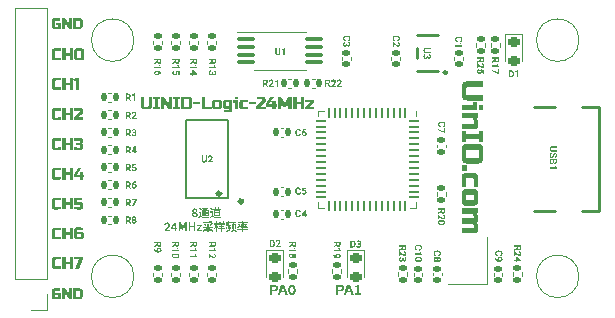
<source format=gto>
%TF.GenerationSoftware,KiCad,Pcbnew,7.0.5*%
%TF.CreationDate,2023-06-29T17:46:53+08:00*%
%TF.ProjectId,UINIO-Logic-24MHz,55494e49-4f2d-44c6-9f67-69632d32344d,Version 3.1.0*%
%TF.SameCoordinates,PX9259d20PY589b1b0*%
%TF.FileFunction,Legend,Top*%
%TF.FilePolarity,Positive*%
%FSLAX46Y46*%
G04 Gerber Fmt 4.6, Leading zero omitted, Abs format (unit mm)*
G04 Created by KiCad (PCBNEW 7.0.5) date 2023-06-29 17:46:53*
%MOMM*%
%LPD*%
G01*
G04 APERTURE LIST*
G04 Aperture macros list*
%AMRoundRect*
0 Rectangle with rounded corners*
0 $1 Rounding radius*
0 $2 $3 $4 $5 $6 $7 $8 $9 X,Y pos of 4 corners*
0 Add a 4 corners polygon primitive as box body*
4,1,4,$2,$3,$4,$5,$6,$7,$8,$9,$2,$3,0*
0 Add four circle primitives for the rounded corners*
1,1,$1+$1,$2,$3*
1,1,$1+$1,$4,$5*
1,1,$1+$1,$6,$7*
1,1,$1+$1,$8,$9*
0 Add four rect primitives between the rounded corners*
20,1,$1+$1,$2,$3,$4,$5,0*
20,1,$1+$1,$4,$5,$6,$7,0*
20,1,$1+$1,$6,$7,$8,$9,0*
20,1,$1+$1,$8,$9,$2,$3,0*%
%AMFreePoly0*
4,1,17,0.300000,0.502500,0.435000,0.367500,0.500000,0.367500,0.500000,-0.367500,0.435000,-0.367500,0.300000,-0.502500,0.300000,-0.587500,-0.300000,-0.587500,-0.300000,-0.502500,-0.435000,-0.367500,-0.750000,-0.367500,-0.750000,0.367500,-0.435000,0.367500,-0.300000,0.502500,-0.300000,0.837549,0.300000,0.837549,0.300000,0.502500,0.300000,0.502500,$1*%
%AMFreePoly1*
4,1,17,0.300000,0.502500,0.435000,0.367500,0.500000,0.367500,0.500000,-0.367500,0.435000,-0.367500,0.300000,-0.502500,0.300000,-0.587500,-0.300000,-0.587500,-0.300000,-0.502500,-0.435000,-0.367500,-0.750000,-0.367500,-0.750000,0.367500,-0.435000,0.367500,-0.300000,0.502500,-0.300000,0.587500,0.300000,0.587500,0.300000,0.502500,0.300000,0.502500,$1*%
%AMFreePoly2*
4,1,17,0.300000,0.502500,0.435000,0.367500,0.500000,0.367500,0.500000,-0.367500,0.435000,-0.367500,0.300000,-0.502500,0.300000,-0.837549,-0.300000,-0.837549,-0.300000,-0.502500,-0.435000,-0.367500,-0.750000,-0.367500,-0.750000,0.367500,-0.435000,0.367500,-0.300000,0.502500,-0.300000,0.587500,0.300000,0.587500,0.300000,0.502500,0.300000,0.502500,$1*%
%AMFreePoly3*
4,1,17,0.300000,0.502500,0.435000,0.367500,0.500000,0.367500,0.500000,-0.367500,0.435000,-0.367500,0.300000,-0.502500,0.300000,-0.587500,-0.300000,-0.587500,-0.300000,-0.502500,-0.435000,-0.367500,-0.500000,-0.367500,-0.500000,0.367500,-0.435000,0.367500,-0.300000,0.502500,-0.300000,0.837549,0.300000,0.837549,0.300000,0.502500,0.300000,0.502500,$1*%
%AMFreePoly4*
4,1,17,0.300000,0.502500,0.435000,0.367500,0.500000,0.367500,0.500000,-0.367500,0.435000,-0.367500,0.300000,-0.502500,0.300000,-0.587500,-0.300000,-0.587500,-0.300000,-0.502500,-0.435000,-0.367500,-0.500000,-0.367500,-0.500000,0.367500,-0.435000,0.367500,-0.300000,0.502500,-0.300000,0.587500,0.300000,0.587500,0.300000,0.502500,0.300000,0.502500,$1*%
%AMFreePoly5*
4,1,17,0.300000,0.502500,0.435000,0.367500,0.500000,0.367500,0.500000,-0.367500,0.435000,-0.367500,0.300000,-0.502500,0.300000,-0.837549,-0.300000,-0.837549,-0.300000,-0.502500,-0.435000,-0.367500,-0.500000,-0.367500,-0.500000,0.367500,-0.435000,0.367500,-0.300000,0.502500,-0.300000,0.587500,0.300000,0.587500,0.300000,0.502500,0.300000,0.502500,$1*%
%AMFreePoly6*
4,1,17,0.300000,0.502500,0.435000,0.367500,0.750000,0.367500,0.750000,-0.367500,0.435000,-0.367500,0.300000,-0.502500,0.300000,-0.587500,-0.300000,-0.587500,-0.300000,-0.502500,-0.435000,-0.367500,-0.500000,-0.367500,-0.500000,0.367500,-0.435000,0.367500,-0.300000,0.502500,-0.300000,0.837549,0.300000,0.837549,0.300000,0.502500,0.300000,0.502500,$1*%
%AMFreePoly7*
4,1,17,0.300000,0.502500,0.435000,0.367500,0.750000,0.367500,0.750000,-0.367500,0.435000,-0.367500,0.300000,-0.502500,0.300000,-0.587500,-0.300000,-0.587500,-0.300000,-0.502500,-0.435000,-0.367500,-0.500000,-0.367500,-0.500000,0.367500,-0.435000,0.367500,-0.300000,0.502500,-0.300000,0.587500,0.300000,0.587500,0.300000,0.502500,0.300000,0.502500,$1*%
%AMFreePoly8*
4,1,17,0.300000,0.502500,0.435000,0.367500,0.750000,0.367500,0.750000,-0.367500,0.435000,-0.367500,0.300000,-0.502500,0.300000,-0.837549,-0.300000,-0.837549,-0.300000,-0.502500,-0.435000,-0.367500,-0.500000,-0.367500,-0.500000,0.367500,-0.435000,0.367500,-0.300000,0.502500,-0.300000,0.587500,0.300000,0.587500,0.300000,0.502500,0.300000,0.502500,$1*%
G04 Aperture macros list end*
%ADD10C,0.200000*%
%ADD11C,0.100000*%
%ADD12C,0.300000*%
%ADD13C,0.150000*%
%ADD14C,0.120000*%
%ADD15C,0.254000*%
%ADD16C,0.152000*%
%ADD17C,2.200000*%
%ADD18RoundRect,0.100000X-0.637500X-0.100000X0.637500X-0.100000X0.637500X0.100000X-0.637500X0.100000X0*%
%ADD19RoundRect,0.140000X-0.170000X0.140000X-0.170000X-0.140000X0.170000X-0.140000X0.170000X0.140000X0*%
%ADD20RoundRect,0.135000X-0.185000X0.135000X-0.185000X-0.135000X0.185000X-0.135000X0.185000X0.135000X0*%
%ADD21RoundRect,0.140000X0.140000X0.170000X-0.140000X0.170000X-0.140000X-0.170000X0.140000X-0.170000X0*%
%ADD22RoundRect,0.135000X0.185000X-0.135000X0.185000X0.135000X-0.185000X0.135000X-0.185000X-0.135000X0*%
%ADD23FreePoly0,270.000000*%
%ADD24FreePoly1,270.000000*%
%ADD25FreePoly2,270.000000*%
%ADD26FreePoly3,270.000000*%
%ADD27FreePoly4,270.000000*%
%ADD28FreePoly5,270.000000*%
%ADD29FreePoly6,270.000000*%
%ADD30FreePoly7,270.000000*%
%ADD31FreePoly8,270.000000*%
%ADD32RoundRect,0.062500X-0.062500X0.375000X-0.062500X-0.375000X0.062500X-0.375000X0.062500X0.375000X0*%
%ADD33RoundRect,0.062500X-0.375000X0.062500X-0.375000X-0.062500X0.375000X-0.062500X0.375000X0.062500X0*%
%ADD34C,0.650000*%
%ADD35O,2.100000X1.000000*%
%ADD36O,1.900000X1.000000*%
%ADD37R,1.150000X0.600000*%
%ADD38R,1.150000X0.300000*%
%ADD39RoundRect,0.218750X-0.256250X0.218750X-0.256250X-0.218750X0.256250X-0.218750X0.256250X0.218750X0*%
%ADD40RoundRect,0.135000X0.135000X0.185000X-0.135000X0.185000X-0.135000X-0.185000X0.135000X-0.185000X0*%
%ADD41R,1.200000X1.400000*%
%ADD42RoundRect,0.140000X0.170000X-0.140000X0.170000X0.140000X-0.170000X0.140000X-0.170000X-0.140000X0*%
%ADD43RoundRect,0.135000X-0.135000X-0.185000X0.135000X-0.185000X0.135000X0.185000X-0.135000X0.185000X0*%
%ADD44O,1.742000X0.364000*%
%ADD45R,1.700000X1.700000*%
%ADD46O,1.700000X1.700000*%
%ADD47R,1.000000X0.600000*%
G04 APERTURE END LIST*
D10*
G36*
X-22080319Y-17025101D02*
G01*
X-22100281Y-17026889D01*
X-22120021Y-17028620D01*
X-22139537Y-17030295D01*
X-22158831Y-17031913D01*
X-22177903Y-17033474D01*
X-22196751Y-17034978D01*
X-22215377Y-17036426D01*
X-22233780Y-17037817D01*
X-22251960Y-17039151D01*
X-22269917Y-17040428D01*
X-22287652Y-17041648D01*
X-22305163Y-17042812D01*
X-22322452Y-17043919D01*
X-22339519Y-17044969D01*
X-22356362Y-17045963D01*
X-22372983Y-17046899D01*
X-22389381Y-17047779D01*
X-22405556Y-17048602D01*
X-22421508Y-17049369D01*
X-22437238Y-17050078D01*
X-22452744Y-17050731D01*
X-22468028Y-17051327D01*
X-22483090Y-17051867D01*
X-22497928Y-17052349D01*
X-22512544Y-17052775D01*
X-22526937Y-17053144D01*
X-22541107Y-17053456D01*
X-22555054Y-17053711D01*
X-22568779Y-17053910D01*
X-22582281Y-17054052D01*
X-22595560Y-17054137D01*
X-22608616Y-17054166D01*
X-22625973Y-17053904D01*
X-22642753Y-17053120D01*
X-22658954Y-17051813D01*
X-22674577Y-17049983D01*
X-22689622Y-17047630D01*
X-22704088Y-17044755D01*
X-22717977Y-17041356D01*
X-22731287Y-17037435D01*
X-22744019Y-17032991D01*
X-22756173Y-17028024D01*
X-22767749Y-17022534D01*
X-22778746Y-17016522D01*
X-22789166Y-17009986D01*
X-22799007Y-17002928D01*
X-22808270Y-16995347D01*
X-22816955Y-16987243D01*
X-22825059Y-16978558D01*
X-22832640Y-16969295D01*
X-22839698Y-16959454D01*
X-22846234Y-16949034D01*
X-22852246Y-16938037D01*
X-22857736Y-16926461D01*
X-22862703Y-16914307D01*
X-22867147Y-16901575D01*
X-22871068Y-16888265D01*
X-22874467Y-16874376D01*
X-22877342Y-16859910D01*
X-22879695Y-16844865D01*
X-22881525Y-16829242D01*
X-22882832Y-16813041D01*
X-22883616Y-16796261D01*
X-22883878Y-16778904D01*
X-22883878Y-16328764D01*
X-22883608Y-16310216D01*
X-22882798Y-16292307D01*
X-22881448Y-16275038D01*
X-22879558Y-16258407D01*
X-22877128Y-16242416D01*
X-22874158Y-16227064D01*
X-22870648Y-16212351D01*
X-22866597Y-16198278D01*
X-22862007Y-16184843D01*
X-22856877Y-16172048D01*
X-22851207Y-16159892D01*
X-22844997Y-16148376D01*
X-22838247Y-16137498D01*
X-22830957Y-16127260D01*
X-22823127Y-16117661D01*
X-22814757Y-16108702D01*
X-22805769Y-16100331D01*
X-22796145Y-16092501D01*
X-22785886Y-16085211D01*
X-22774991Y-16078461D01*
X-22763461Y-16072251D01*
X-22751296Y-16066581D01*
X-22738495Y-16061451D01*
X-22725059Y-16056861D01*
X-22710987Y-16052811D01*
X-22696280Y-16049301D01*
X-22680938Y-16046331D01*
X-22664960Y-16043901D01*
X-22648346Y-16042011D01*
X-22631098Y-16040661D01*
X-22613214Y-16039851D01*
X-22594694Y-16039581D01*
X-22080319Y-16039581D01*
X-22080319Y-16252072D01*
X-22538274Y-16252072D01*
X-22551980Y-16252746D01*
X-22564337Y-16254768D01*
X-22575347Y-16258139D01*
X-22585008Y-16262857D01*
X-22593322Y-16268923D01*
X-22600287Y-16276338D01*
X-22605904Y-16285101D01*
X-22610173Y-16295211D01*
X-22613094Y-16306670D01*
X-22614667Y-16319477D01*
X-22614966Y-16328764D01*
X-22614966Y-16778904D01*
X-22614382Y-16789448D01*
X-22612631Y-16799100D01*
X-22609111Y-16809231D01*
X-22604002Y-16818147D01*
X-22598358Y-16824822D01*
X-22590459Y-16831293D01*
X-22581508Y-16836175D01*
X-22571505Y-16839468D01*
X-22560451Y-16841171D01*
X-22553661Y-16841430D01*
X-22542888Y-16841404D01*
X-22531634Y-16841327D01*
X-22519899Y-16841198D01*
X-22509752Y-16841052D01*
X-22499271Y-16840869D01*
X-22490647Y-16840697D01*
X-22479590Y-16840456D01*
X-22468402Y-16840192D01*
X-22457084Y-16839903D01*
X-22445633Y-16839591D01*
X-22434052Y-16839254D01*
X-22422340Y-16838894D01*
X-22417618Y-16838743D01*
X-22405705Y-16838285D01*
X-22393781Y-16837827D01*
X-22381844Y-16837370D01*
X-22369895Y-16836912D01*
X-22357935Y-16836454D01*
X-22345962Y-16835996D01*
X-22341170Y-16835812D01*
X-22331168Y-16835404D01*
X-22320455Y-16834912D01*
X-22309033Y-16834336D01*
X-22296901Y-16833675D01*
X-22284059Y-16832931D01*
X-22273962Y-16832318D01*
X-22263466Y-16831657D01*
X-22252570Y-16830950D01*
X-22241275Y-16830195D01*
X-22229443Y-16829399D01*
X-22216937Y-16828569D01*
X-22203757Y-16827705D01*
X-22189904Y-16826806D01*
X-22175376Y-16825873D01*
X-22165316Y-16825232D01*
X-22154957Y-16824575D01*
X-22144298Y-16823904D01*
X-22133339Y-16823217D01*
X-22122081Y-16822515D01*
X-22110523Y-16821797D01*
X-22098666Y-16821064D01*
X-22086509Y-16820316D01*
X-22080319Y-16819937D01*
X-22080319Y-17025101D01*
G37*
G36*
X-21114338Y-17040000D02*
G01*
X-21383250Y-17040000D01*
X-21383250Y-16638953D01*
X-21719328Y-16638953D01*
X-21719328Y-17040000D01*
X-21987995Y-17040000D01*
X-21987995Y-16039581D01*
X-21719328Y-16039581D01*
X-21719328Y-16426461D01*
X-21383250Y-16426461D01*
X-21383250Y-16039581D01*
X-21114338Y-16039581D01*
X-21114338Y-17040000D01*
G37*
G36*
X-20494206Y-17054166D02*
G01*
X-20508977Y-17054137D01*
X-20523861Y-17054052D01*
X-20538857Y-17053910D01*
X-20553965Y-17053711D01*
X-20569185Y-17053456D01*
X-20584517Y-17053144D01*
X-20599962Y-17052775D01*
X-20615518Y-17052349D01*
X-20631187Y-17051867D01*
X-20646967Y-17051327D01*
X-20662860Y-17050731D01*
X-20678865Y-17050078D01*
X-20694982Y-17049369D01*
X-20711211Y-17048602D01*
X-20727552Y-17047779D01*
X-20744005Y-17046899D01*
X-20760570Y-17045963D01*
X-20777248Y-17044969D01*
X-20794037Y-17043919D01*
X-20810939Y-17042812D01*
X-20827953Y-17041648D01*
X-20845079Y-17040428D01*
X-20862317Y-17039151D01*
X-20879667Y-17037817D01*
X-20897129Y-17036426D01*
X-20914703Y-17034978D01*
X-20932389Y-17033474D01*
X-20950188Y-17031913D01*
X-20968099Y-17030295D01*
X-20986121Y-17028620D01*
X-21004256Y-17026889D01*
X-21022503Y-17025101D01*
X-21022503Y-16819937D01*
X-21002729Y-16821259D01*
X-20983278Y-16822539D01*
X-20964152Y-16823778D01*
X-20945349Y-16824974D01*
X-20926870Y-16826129D01*
X-20908715Y-16827241D01*
X-20890884Y-16828312D01*
X-20873377Y-16829340D01*
X-20856194Y-16830327D01*
X-20839335Y-16831271D01*
X-20822800Y-16832174D01*
X-20806588Y-16833034D01*
X-20790701Y-16833853D01*
X-20775137Y-16834629D01*
X-20759898Y-16835364D01*
X-20744982Y-16836057D01*
X-20730390Y-16836707D01*
X-20716122Y-16837316D01*
X-20702178Y-16837883D01*
X-20688558Y-16838408D01*
X-20675262Y-16838890D01*
X-20662290Y-16839331D01*
X-20649641Y-16839730D01*
X-20637317Y-16840087D01*
X-20625316Y-16840402D01*
X-20613639Y-16840674D01*
X-20602287Y-16840905D01*
X-20591258Y-16841094D01*
X-20580553Y-16841241D01*
X-20570172Y-16841346D01*
X-20560115Y-16841409D01*
X-20550381Y-16841430D01*
X-20539920Y-16840846D01*
X-20528822Y-16838689D01*
X-20518916Y-16834942D01*
X-20510202Y-16829606D01*
X-20504708Y-16824822D01*
X-20498141Y-16816948D01*
X-20493188Y-16807858D01*
X-20489847Y-16797553D01*
X-20488267Y-16787753D01*
X-20487855Y-16778904D01*
X-20487855Y-16708562D01*
X-20488529Y-16694900D01*
X-20490552Y-16682582D01*
X-20493922Y-16671607D01*
X-20498640Y-16661976D01*
X-20504707Y-16653690D01*
X-20512121Y-16646747D01*
X-20520884Y-16641147D01*
X-20530995Y-16636892D01*
X-20542454Y-16633980D01*
X-20555261Y-16632413D01*
X-20564548Y-16632114D01*
X-20980249Y-16632114D01*
X-20980249Y-16039581D01*
X-20289286Y-16039581D01*
X-20289286Y-16252072D01*
X-20711338Y-16252072D01*
X-20711338Y-16419378D01*
X-20494206Y-16419378D01*
X-20476849Y-16419632D01*
X-20460073Y-16420394D01*
X-20443876Y-16421662D01*
X-20428260Y-16423439D01*
X-20413224Y-16425723D01*
X-20398768Y-16428515D01*
X-20384892Y-16431814D01*
X-20371596Y-16435621D01*
X-20358880Y-16439935D01*
X-20346744Y-16444757D01*
X-20335188Y-16450086D01*
X-20324213Y-16455923D01*
X-20313817Y-16462268D01*
X-20304002Y-16469120D01*
X-20294766Y-16476480D01*
X-20286111Y-16484347D01*
X-20277977Y-16492698D01*
X-20270369Y-16501570D01*
X-20263285Y-16510963D01*
X-20256725Y-16520877D01*
X-20250691Y-16531311D01*
X-20245181Y-16542267D01*
X-20240196Y-16553743D01*
X-20235736Y-16565741D01*
X-20231800Y-16578259D01*
X-20228389Y-16591299D01*
X-20225503Y-16604859D01*
X-20223142Y-16618940D01*
X-20221305Y-16633542D01*
X-20219993Y-16648665D01*
X-20219206Y-16664309D01*
X-20218944Y-16680474D01*
X-20218944Y-16778904D01*
X-20219206Y-16796261D01*
X-20219993Y-16813041D01*
X-20221305Y-16829242D01*
X-20223142Y-16844865D01*
X-20225503Y-16859910D01*
X-20228389Y-16874376D01*
X-20231800Y-16888265D01*
X-20235736Y-16901575D01*
X-20240196Y-16914307D01*
X-20245181Y-16926461D01*
X-20250691Y-16938037D01*
X-20256725Y-16949034D01*
X-20263285Y-16959454D01*
X-20270369Y-16969295D01*
X-20277977Y-16978558D01*
X-20286111Y-16987243D01*
X-20294766Y-16995347D01*
X-20304002Y-17002928D01*
X-20313817Y-17009986D01*
X-20324213Y-17016522D01*
X-20335188Y-17022534D01*
X-20346744Y-17028024D01*
X-20358880Y-17032991D01*
X-20371596Y-17037435D01*
X-20384892Y-17041356D01*
X-20398768Y-17044755D01*
X-20413224Y-17047630D01*
X-20428260Y-17049983D01*
X-20443876Y-17051813D01*
X-20460073Y-17053120D01*
X-20476849Y-17053904D01*
X-20494206Y-17054166D01*
G37*
D11*
G36*
X-10768824Y-16954606D02*
G01*
X-10757199Y-16955278D01*
X-10745856Y-16956389D01*
X-10734803Y-16957931D01*
X-10724047Y-16959898D01*
X-10713592Y-16962282D01*
X-10703448Y-16965074D01*
X-10693619Y-16968269D01*
X-10684114Y-16971858D01*
X-10674938Y-16975834D01*
X-10666098Y-16980190D01*
X-10657600Y-16984917D01*
X-10649453Y-16990010D01*
X-10641661Y-16995460D01*
X-10634233Y-17001260D01*
X-10627173Y-17007402D01*
X-10620490Y-17013880D01*
X-10614190Y-17020685D01*
X-10608280Y-17027810D01*
X-10602765Y-17035249D01*
X-10597654Y-17042992D01*
X-10592951Y-17051034D01*
X-10588665Y-17059366D01*
X-10584802Y-17067982D01*
X-10581369Y-17076873D01*
X-10578371Y-17086032D01*
X-10575817Y-17095453D01*
X-10573712Y-17105127D01*
X-10572063Y-17115047D01*
X-10570877Y-17125205D01*
X-10570160Y-17135595D01*
X-10569920Y-17146209D01*
X-10570439Y-17159308D01*
X-10571953Y-17172116D01*
X-10574402Y-17184612D01*
X-10577723Y-17196776D01*
X-10581855Y-17208588D01*
X-10586735Y-17220028D01*
X-10592302Y-17231078D01*
X-10598493Y-17241717D01*
X-10605248Y-17251924D01*
X-10612504Y-17261682D01*
X-10620199Y-17270969D01*
X-10628271Y-17279765D01*
X-10636660Y-17288052D01*
X-10645301Y-17295810D01*
X-10654135Y-17303017D01*
X-10663099Y-17309656D01*
X-10663099Y-17314443D01*
X-10656883Y-17317859D01*
X-10650745Y-17321408D01*
X-10644692Y-17325093D01*
X-10638731Y-17328919D01*
X-10632871Y-17332887D01*
X-10627120Y-17337002D01*
X-10621485Y-17341266D01*
X-10615975Y-17345682D01*
X-10610597Y-17350255D01*
X-10605359Y-17354986D01*
X-10600269Y-17359880D01*
X-10595334Y-17364939D01*
X-10590564Y-17370166D01*
X-10585965Y-17375565D01*
X-10581546Y-17381139D01*
X-10577314Y-17386892D01*
X-10573278Y-17392825D01*
X-10569445Y-17398943D01*
X-10565823Y-17405249D01*
X-10562420Y-17411746D01*
X-10559244Y-17418436D01*
X-10556303Y-17425324D01*
X-10553604Y-17432413D01*
X-10551156Y-17439705D01*
X-10548966Y-17447204D01*
X-10547043Y-17454913D01*
X-10545394Y-17462836D01*
X-10544027Y-17470975D01*
X-10542950Y-17479333D01*
X-10542172Y-17487914D01*
X-10541698Y-17496722D01*
X-10541539Y-17505758D01*
X-10541821Y-17515863D01*
X-10542663Y-17525813D01*
X-10544056Y-17535599D01*
X-10545991Y-17545208D01*
X-10548460Y-17554630D01*
X-10551454Y-17563855D01*
X-10554965Y-17572870D01*
X-10558983Y-17581666D01*
X-10563501Y-17590232D01*
X-10568510Y-17598555D01*
X-10574001Y-17606626D01*
X-10579965Y-17614434D01*
X-10586395Y-17621968D01*
X-10593281Y-17629216D01*
X-10600615Y-17636167D01*
X-10608388Y-17642812D01*
X-10616592Y-17649139D01*
X-10625219Y-17655137D01*
X-10634259Y-17660794D01*
X-10643703Y-17666101D01*
X-10653545Y-17671046D01*
X-10663774Y-17675619D01*
X-10674383Y-17679808D01*
X-10685362Y-17683602D01*
X-10696703Y-17686991D01*
X-10708398Y-17689963D01*
X-10720438Y-17692508D01*
X-10732815Y-17694615D01*
X-10745519Y-17696273D01*
X-10758543Y-17697470D01*
X-10771877Y-17698197D01*
X-10785513Y-17698442D01*
X-10798362Y-17698208D01*
X-10810997Y-17697512D01*
X-10823407Y-17696363D01*
X-10835578Y-17694769D01*
X-10847497Y-17692741D01*
X-10859153Y-17690285D01*
X-10870531Y-17687413D01*
X-10881620Y-17684131D01*
X-10892406Y-17680449D01*
X-10902876Y-17676376D01*
X-10913019Y-17671921D01*
X-10922821Y-17667093D01*
X-10932269Y-17661900D01*
X-10941351Y-17656351D01*
X-10950053Y-17650456D01*
X-10958364Y-17644223D01*
X-10966270Y-17637660D01*
X-10973758Y-17630778D01*
X-10980816Y-17623584D01*
X-10987431Y-17616087D01*
X-10993591Y-17608297D01*
X-10999281Y-17600222D01*
X-11004491Y-17591871D01*
X-11009206Y-17583253D01*
X-11013414Y-17574377D01*
X-11017103Y-17565252D01*
X-11020259Y-17555886D01*
X-11022870Y-17546288D01*
X-11024923Y-17536468D01*
X-11026405Y-17526433D01*
X-11027304Y-17516194D01*
X-11027607Y-17505758D01*
X-11027442Y-17497245D01*
X-11027038Y-17490371D01*
X-10903140Y-17490371D01*
X-10902519Y-17502214D01*
X-10900694Y-17513488D01*
X-10897724Y-17524168D01*
X-10893668Y-17534225D01*
X-10888583Y-17543633D01*
X-10882530Y-17552365D01*
X-10875566Y-17560394D01*
X-10867750Y-17567692D01*
X-10859140Y-17574233D01*
X-10849796Y-17579990D01*
X-10839775Y-17584935D01*
X-10829137Y-17589042D01*
X-10817940Y-17592283D01*
X-10806243Y-17594632D01*
X-10794103Y-17596061D01*
X-10781581Y-17596543D01*
X-10770221Y-17596148D01*
X-10759313Y-17594968D01*
X-10748895Y-17593013D01*
X-10739007Y-17590290D01*
X-10729686Y-17586808D01*
X-10720972Y-17582578D01*
X-10712904Y-17577606D01*
X-10705520Y-17571902D01*
X-10698860Y-17565475D01*
X-10692962Y-17558334D01*
X-10687865Y-17550487D01*
X-10683607Y-17541943D01*
X-10680228Y-17532710D01*
X-10677766Y-17522798D01*
X-10676261Y-17512216D01*
X-10675750Y-17500971D01*
X-10675944Y-17494125D01*
X-10677476Y-17481158D01*
X-10680484Y-17469098D01*
X-10684911Y-17457873D01*
X-10690699Y-17447407D01*
X-10697790Y-17437628D01*
X-10706127Y-17428461D01*
X-10715653Y-17419834D01*
X-10726310Y-17411673D01*
X-10732044Y-17407744D01*
X-10738039Y-17403903D01*
X-10744289Y-17400142D01*
X-10750785Y-17396452D01*
X-10757520Y-17392823D01*
X-10764488Y-17389245D01*
X-10771681Y-17385711D01*
X-10779091Y-17382210D01*
X-10786713Y-17378733D01*
X-10794537Y-17375272D01*
X-10802559Y-17371816D01*
X-10810769Y-17368357D01*
X-10819161Y-17364886D01*
X-10827728Y-17361393D01*
X-10836462Y-17357869D01*
X-10843691Y-17363873D01*
X-10850617Y-17370267D01*
X-10857218Y-17377032D01*
X-10863470Y-17384151D01*
X-10869352Y-17391604D01*
X-10874840Y-17399373D01*
X-10879913Y-17407440D01*
X-10884547Y-17415785D01*
X-10888721Y-17424392D01*
X-10892411Y-17433240D01*
X-10895596Y-17442311D01*
X-10898252Y-17451588D01*
X-10900357Y-17461050D01*
X-10901888Y-17470681D01*
X-10902824Y-17480461D01*
X-10903140Y-17490371D01*
X-11027038Y-17490371D01*
X-11026953Y-17488917D01*
X-11026148Y-17480774D01*
X-11025035Y-17472814D01*
X-11023624Y-17465037D01*
X-11021922Y-17457441D01*
X-11019938Y-17450024D01*
X-11017680Y-17442785D01*
X-11015156Y-17435724D01*
X-11012375Y-17428838D01*
X-11009346Y-17422127D01*
X-11006076Y-17415589D01*
X-11002575Y-17409223D01*
X-10998850Y-17403028D01*
X-10994909Y-17397002D01*
X-10990763Y-17391144D01*
X-10986417Y-17385453D01*
X-10981882Y-17379928D01*
X-10977165Y-17374566D01*
X-10972275Y-17369368D01*
X-10967220Y-17364331D01*
X-10962009Y-17359455D01*
X-10956650Y-17354738D01*
X-10951151Y-17350178D01*
X-10945521Y-17345775D01*
X-10939768Y-17341528D01*
X-10933901Y-17337434D01*
X-10927927Y-17333493D01*
X-10921856Y-17329703D01*
X-10915696Y-17326064D01*
X-10909454Y-17322573D01*
X-10903140Y-17319230D01*
X-10903140Y-17314443D01*
X-10908335Y-17310682D01*
X-10918429Y-17302902D01*
X-10928102Y-17294767D01*
X-10937316Y-17286267D01*
X-10946036Y-17277389D01*
X-10954226Y-17268121D01*
X-10961850Y-17258452D01*
X-10968873Y-17248370D01*
X-10975259Y-17237862D01*
X-10980972Y-17226919D01*
X-10985976Y-17215526D01*
X-10990235Y-17203674D01*
X-10993714Y-17191350D01*
X-10996376Y-17178542D01*
X-10998186Y-17165238D01*
X-10998761Y-17158397D01*
X-10999109Y-17151427D01*
X-10999226Y-17144328D01*
X-10871853Y-17144328D01*
X-10871690Y-17150574D01*
X-10870408Y-17162476D01*
X-10867893Y-17173632D01*
X-10864198Y-17184086D01*
X-10859373Y-17193888D01*
X-10853472Y-17203082D01*
X-10846545Y-17211717D01*
X-10838645Y-17219839D01*
X-10829824Y-17227494D01*
X-10820133Y-17234731D01*
X-10809624Y-17241594D01*
X-10798349Y-17248132D01*
X-10786359Y-17254391D01*
X-10780113Y-17257431D01*
X-10773708Y-17260418D01*
X-10767150Y-17263359D01*
X-10760446Y-17266260D01*
X-10753602Y-17269126D01*
X-10746626Y-17271963D01*
X-10739522Y-17274778D01*
X-10733106Y-17267842D01*
X-10727128Y-17260821D01*
X-10721584Y-17253716D01*
X-10716471Y-17246530D01*
X-10711785Y-17239267D01*
X-10707524Y-17231928D01*
X-10703685Y-17224516D01*
X-10700263Y-17217033D01*
X-10697256Y-17209482D01*
X-10694661Y-17201865D01*
X-10692474Y-17194186D01*
X-10690692Y-17186445D01*
X-10689311Y-17178647D01*
X-10688329Y-17170793D01*
X-10687742Y-17162886D01*
X-10687547Y-17154928D01*
X-10687958Y-17144259D01*
X-10689179Y-17134012D01*
X-10691199Y-17124223D01*
X-10694001Y-17114929D01*
X-10697573Y-17106167D01*
X-10701901Y-17097974D01*
X-10706969Y-17090386D01*
X-10712765Y-17083441D01*
X-10719275Y-17077175D01*
X-10726483Y-17071625D01*
X-10734377Y-17066828D01*
X-10742942Y-17062821D01*
X-10752164Y-17059640D01*
X-10762029Y-17057322D01*
X-10772523Y-17055904D01*
X-10783632Y-17055423D01*
X-10792681Y-17055796D01*
X-10801462Y-17056908D01*
X-10809931Y-17058749D01*
X-10818045Y-17061309D01*
X-10825761Y-17064576D01*
X-10833034Y-17068542D01*
X-10839821Y-17073195D01*
X-10846079Y-17078526D01*
X-10851764Y-17084524D01*
X-10856832Y-17091179D01*
X-10861240Y-17098480D01*
X-10864945Y-17106418D01*
X-10867902Y-17114982D01*
X-10870068Y-17124162D01*
X-10871399Y-17133947D01*
X-10871853Y-17144328D01*
X-10999226Y-17144328D01*
X-10998954Y-17133629D01*
X-10998149Y-17123177D01*
X-10996819Y-17112975D01*
X-10994977Y-17103032D01*
X-10992634Y-17093353D01*
X-10989800Y-17083944D01*
X-10986488Y-17074812D01*
X-10982708Y-17065962D01*
X-10978472Y-17057401D01*
X-10973790Y-17049135D01*
X-10968674Y-17041170D01*
X-10963135Y-17033512D01*
X-10957184Y-17026168D01*
X-10950832Y-17019143D01*
X-10944091Y-17012444D01*
X-10936971Y-17006077D01*
X-10929484Y-17000048D01*
X-10921642Y-16994364D01*
X-10913454Y-16989029D01*
X-10904933Y-16984052D01*
X-10896090Y-16979437D01*
X-10886935Y-16975191D01*
X-10877480Y-16971320D01*
X-10867736Y-16967831D01*
X-10857715Y-16964729D01*
X-10847427Y-16962020D01*
X-10836883Y-16959711D01*
X-10826095Y-16957809D01*
X-10815075Y-16956318D01*
X-10803832Y-16955245D01*
X-10792379Y-16954598D01*
X-10780726Y-16954380D01*
X-10768824Y-16954606D01*
G37*
G36*
X-10226954Y-17577395D02*
G01*
X-10224163Y-17579258D01*
X-10218363Y-17583186D01*
X-10212256Y-17587365D01*
X-10205815Y-17591767D01*
X-10199018Y-17596366D01*
X-10191840Y-17601136D01*
X-10184258Y-17606052D01*
X-10178291Y-17609818D01*
X-10172073Y-17613640D01*
X-10165948Y-17617715D01*
X-10159692Y-17621574D01*
X-10153305Y-17625224D01*
X-10146787Y-17628671D01*
X-10140140Y-17631919D01*
X-10133365Y-17634976D01*
X-10126461Y-17637845D01*
X-10119430Y-17640534D01*
X-10112272Y-17643046D01*
X-10104988Y-17645389D01*
X-10097579Y-17647568D01*
X-10090045Y-17649587D01*
X-10082387Y-17651454D01*
X-10074606Y-17653173D01*
X-10066703Y-17654750D01*
X-10058677Y-17656191D01*
X-10050530Y-17657501D01*
X-10042263Y-17658686D01*
X-10033875Y-17659751D01*
X-10025369Y-17660702D01*
X-10016744Y-17661545D01*
X-10008002Y-17662286D01*
X-9999142Y-17662929D01*
X-9990166Y-17663481D01*
X-9981074Y-17663947D01*
X-9971867Y-17664332D01*
X-9962546Y-17664643D01*
X-9953112Y-17664885D01*
X-9943564Y-17665063D01*
X-9933904Y-17665184D01*
X-9924132Y-17665252D01*
X-9914250Y-17665273D01*
X-9904163Y-17665243D01*
X-9893759Y-17665152D01*
X-9883060Y-17665002D01*
X-9872088Y-17664794D01*
X-9860865Y-17664528D01*
X-9849413Y-17664205D01*
X-9837754Y-17663826D01*
X-9825909Y-17663393D01*
X-9813901Y-17662905D01*
X-9801751Y-17662364D01*
X-9789481Y-17661771D01*
X-9777114Y-17661126D01*
X-9764670Y-17660431D01*
X-9752172Y-17659686D01*
X-9739642Y-17658892D01*
X-9727102Y-17658050D01*
X-9714573Y-17657161D01*
X-9702078Y-17656226D01*
X-9689638Y-17655245D01*
X-9677275Y-17654220D01*
X-9665011Y-17653152D01*
X-9652868Y-17652041D01*
X-9640867Y-17650888D01*
X-9629032Y-17649694D01*
X-9617383Y-17648460D01*
X-9605943Y-17647186D01*
X-9594733Y-17645875D01*
X-9583775Y-17644526D01*
X-9573091Y-17643140D01*
X-9562703Y-17641719D01*
X-9552633Y-17640263D01*
X-9542903Y-17638773D01*
X-9545319Y-17645231D01*
X-9547803Y-17652063D01*
X-9550327Y-17659211D01*
X-9552865Y-17666617D01*
X-9555387Y-17674222D01*
X-9557867Y-17681969D01*
X-9560276Y-17689798D01*
X-9562586Y-17697651D01*
X-9564770Y-17705470D01*
X-9566801Y-17713197D01*
X-9568649Y-17720773D01*
X-9570288Y-17728140D01*
X-9571689Y-17735239D01*
X-9573285Y-17745259D01*
X-9574191Y-17754349D01*
X-9581529Y-17754723D01*
X-9589356Y-17755106D01*
X-9597644Y-17755498D01*
X-9606368Y-17755897D01*
X-9615499Y-17756300D01*
X-9625011Y-17756708D01*
X-9634876Y-17757119D01*
X-9645068Y-17757530D01*
X-9655560Y-17757942D01*
X-9666324Y-17758351D01*
X-9677334Y-17758758D01*
X-9688562Y-17759160D01*
X-9699981Y-17759557D01*
X-9711564Y-17759946D01*
X-9723285Y-17760326D01*
X-9735116Y-17760696D01*
X-9747030Y-17761055D01*
X-9759001Y-17761400D01*
X-9771000Y-17761732D01*
X-9783001Y-17762047D01*
X-9794977Y-17762346D01*
X-9806902Y-17762626D01*
X-9818747Y-17762886D01*
X-9830485Y-17763124D01*
X-9842091Y-17763340D01*
X-9853536Y-17763532D01*
X-9864794Y-17763698D01*
X-9875838Y-17763837D01*
X-9886640Y-17763947D01*
X-9897174Y-17764028D01*
X-9907412Y-17764077D01*
X-9917327Y-17764094D01*
X-9928679Y-17764062D01*
X-9939785Y-17763964D01*
X-9950651Y-17763796D01*
X-9961282Y-17763557D01*
X-9971684Y-17763242D01*
X-9981864Y-17762849D01*
X-9991825Y-17762374D01*
X-10001576Y-17761815D01*
X-10011120Y-17761169D01*
X-10020463Y-17760432D01*
X-10029612Y-17759602D01*
X-10038572Y-17758675D01*
X-10047348Y-17757649D01*
X-10055946Y-17756520D01*
X-10064372Y-17755286D01*
X-10072632Y-17753943D01*
X-10080731Y-17752488D01*
X-10088675Y-17750918D01*
X-10096470Y-17749231D01*
X-10104121Y-17747423D01*
X-10111633Y-17745491D01*
X-10119013Y-17743432D01*
X-10126267Y-17741243D01*
X-10133399Y-17738921D01*
X-10140416Y-17736464D01*
X-10147323Y-17733867D01*
X-10154125Y-17731128D01*
X-10160830Y-17728244D01*
X-10167441Y-17725212D01*
X-10173966Y-17722029D01*
X-10180409Y-17718691D01*
X-10186776Y-17715197D01*
X-10194038Y-17710708D01*
X-10201137Y-17706123D01*
X-10208068Y-17701497D01*
X-10214823Y-17696881D01*
X-10221397Y-17692330D01*
X-10227784Y-17687896D01*
X-10233977Y-17683632D01*
X-10239969Y-17679592D01*
X-10248569Y-17674067D01*
X-10256684Y-17669342D01*
X-10264292Y-17665599D01*
X-10271372Y-17663015D01*
X-10279955Y-17661683D01*
X-10282765Y-17661853D01*
X-10291799Y-17664310D01*
X-10298278Y-17667467D01*
X-10305079Y-17671738D01*
X-10312166Y-17677039D01*
X-10319502Y-17683285D01*
X-10327049Y-17690391D01*
X-10334772Y-17698271D01*
X-10342633Y-17706840D01*
X-10350595Y-17716013D01*
X-10358622Y-17725705D01*
X-10366677Y-17735831D01*
X-10374722Y-17746305D01*
X-10382722Y-17757043D01*
X-10390639Y-17767959D01*
X-10398437Y-17778968D01*
X-10470073Y-17681857D01*
X-10461933Y-17672836D01*
X-10453737Y-17664054D01*
X-10445498Y-17655525D01*
X-10437223Y-17647265D01*
X-10428924Y-17639289D01*
X-10420609Y-17631611D01*
X-10412288Y-17624246D01*
X-10403972Y-17617209D01*
X-10395670Y-17610515D01*
X-10387392Y-17604178D01*
X-10379147Y-17598213D01*
X-10370946Y-17592635D01*
X-10362797Y-17587459D01*
X-10354712Y-17582699D01*
X-10346699Y-17578371D01*
X-10338768Y-17574488D01*
X-10338768Y-17337353D01*
X-10462209Y-17337353D01*
X-10462209Y-17229642D01*
X-10226954Y-17229642D01*
X-10226954Y-17577395D01*
G37*
G36*
X-9591801Y-16927880D02*
G01*
X-9601170Y-16936852D01*
X-9610863Y-16945927D01*
X-9620861Y-16955080D01*
X-9625967Y-16959678D01*
X-9631142Y-16964286D01*
X-9636383Y-16968901D01*
X-9641687Y-16973520D01*
X-9647052Y-16978140D01*
X-9652475Y-16982757D01*
X-9657954Y-16987369D01*
X-9663486Y-16991972D01*
X-9669069Y-16996564D01*
X-9674700Y-17001140D01*
X-9680376Y-17005699D01*
X-9686095Y-17010236D01*
X-9691855Y-17014750D01*
X-9697653Y-17019235D01*
X-9703487Y-17023690D01*
X-9709353Y-17028112D01*
X-9715250Y-17032496D01*
X-9721174Y-17036841D01*
X-9727124Y-17041143D01*
X-9733096Y-17045398D01*
X-9739089Y-17049604D01*
X-9745100Y-17053758D01*
X-9751125Y-17057856D01*
X-9757163Y-17061895D01*
X-9763212Y-17065872D01*
X-9769267Y-17069785D01*
X-9764055Y-17072454D01*
X-9757205Y-17076069D01*
X-9750489Y-17079714D01*
X-9743931Y-17083350D01*
X-9737551Y-17086940D01*
X-9731372Y-17090445D01*
X-9725416Y-17093827D01*
X-9718318Y-17097824D01*
X-9720199Y-17100047D01*
X-9588894Y-17100047D01*
X-9588894Y-17509349D01*
X-9589002Y-17518134D01*
X-9589337Y-17526364D01*
X-9589921Y-17534061D01*
X-9590772Y-17541251D01*
X-9592594Y-17551138D01*
X-9595130Y-17560021D01*
X-9598447Y-17567984D01*
X-9602610Y-17575109D01*
X-9607688Y-17581478D01*
X-9613746Y-17587176D01*
X-9620852Y-17592284D01*
X-9629072Y-17596885D01*
X-9637966Y-17601170D01*
X-9647538Y-17604653D01*
X-9654301Y-17606572D01*
X-9661372Y-17608196D01*
X-9668754Y-17609550D01*
X-9676452Y-17610658D01*
X-9684466Y-17611546D01*
X-9692802Y-17612237D01*
X-9701460Y-17612757D01*
X-9710446Y-17613129D01*
X-9719761Y-17613379D01*
X-9729409Y-17613530D01*
X-9739392Y-17613608D01*
X-9749714Y-17613636D01*
X-9760377Y-17613640D01*
X-9761385Y-17608220D01*
X-9763179Y-17599765D01*
X-9765284Y-17591011D01*
X-9767671Y-17582061D01*
X-9770310Y-17573018D01*
X-9773172Y-17563983D01*
X-9776227Y-17555058D01*
X-9779445Y-17546347D01*
X-9782797Y-17537951D01*
X-9786253Y-17529972D01*
X-9789784Y-17522513D01*
X-9780951Y-17522732D01*
X-9772137Y-17522910D01*
X-9763469Y-17523051D01*
X-9755072Y-17523160D01*
X-9747075Y-17523240D01*
X-9739603Y-17523297D01*
X-9730678Y-17523342D01*
X-9723213Y-17523363D01*
X-9715412Y-17523368D01*
X-9713303Y-17523169D01*
X-9706155Y-17521224D01*
X-9701531Y-17515475D01*
X-9700708Y-17508323D01*
X-9700708Y-17465409D01*
X-9816284Y-17465409D01*
X-9816284Y-17606802D01*
X-9920234Y-17606802D01*
X-9920234Y-17465409D01*
X-10032903Y-17465409D01*
X-10032903Y-17610734D01*
X-10142666Y-17610734D01*
X-10142666Y-17320256D01*
X-10032903Y-17320256D01*
X-10032903Y-17381121D01*
X-9920234Y-17381121D01*
X-9920234Y-17320256D01*
X-9816284Y-17320256D01*
X-9816284Y-17381121D01*
X-9700708Y-17381121D01*
X-9700708Y-17320256D01*
X-9816284Y-17320256D01*
X-9920234Y-17320256D01*
X-10032903Y-17320256D01*
X-10142666Y-17320256D01*
X-10142666Y-17184164D01*
X-10032903Y-17184164D01*
X-10032903Y-17238874D01*
X-9920234Y-17238874D01*
X-9920234Y-17184164D01*
X-9816284Y-17184164D01*
X-9816284Y-17238874D01*
X-9700708Y-17238874D01*
X-9700708Y-17184164D01*
X-9816284Y-17184164D01*
X-9920234Y-17184164D01*
X-10032903Y-17184164D01*
X-10142666Y-17184164D01*
X-10142666Y-17100047D01*
X-9928953Y-17100047D01*
X-9937972Y-17095752D01*
X-9947004Y-17091464D01*
X-9956039Y-17087188D01*
X-9965068Y-17082931D01*
X-9974080Y-17078699D01*
X-9983064Y-17074498D01*
X-9992011Y-17070335D01*
X-10000910Y-17066216D01*
X-10009751Y-17062147D01*
X-10018524Y-17058134D01*
X-10027218Y-17054184D01*
X-10035823Y-17050302D01*
X-10044329Y-17046496D01*
X-10052725Y-17042771D01*
X-10061002Y-17039134D01*
X-10069149Y-17035591D01*
X-9993751Y-16970280D01*
X-9986663Y-16973064D01*
X-9979386Y-16975960D01*
X-9971936Y-16978962D01*
X-9964328Y-16982061D01*
X-9956578Y-16985251D01*
X-9948701Y-16988523D01*
X-9940713Y-16991870D01*
X-9932629Y-16995285D01*
X-9924465Y-16998760D01*
X-9916237Y-17002287D01*
X-9907959Y-17005860D01*
X-9899648Y-17009470D01*
X-9891319Y-17013110D01*
X-9882987Y-17016773D01*
X-9874669Y-17020451D01*
X-9866378Y-17024136D01*
X-9861028Y-17020810D01*
X-9853018Y-17015734D01*
X-9845039Y-17010557D01*
X-9837106Y-17005283D01*
X-9829231Y-16999916D01*
X-9821429Y-16994461D01*
X-9813712Y-16988922D01*
X-9806094Y-16983302D01*
X-9798589Y-16977607D01*
X-9791210Y-16971840D01*
X-9783971Y-16966006D01*
X-10133946Y-16966006D01*
X-10133946Y-16877786D01*
X-9683953Y-16877786D01*
X-9660531Y-16872144D01*
X-9591801Y-16927880D01*
G37*
G36*
X-10365600Y-16887048D02*
G01*
X-10359996Y-16891491D01*
X-10354283Y-16896064D01*
X-10348473Y-16900758D01*
X-10342577Y-16905563D01*
X-10336607Y-16910471D01*
X-10330576Y-16915472D01*
X-10324495Y-16920557D01*
X-10318376Y-16925718D01*
X-10312232Y-16930943D01*
X-10306073Y-16936225D01*
X-10299913Y-16941555D01*
X-10293762Y-16946923D01*
X-10287633Y-16952320D01*
X-10281538Y-16957736D01*
X-10275488Y-16963164D01*
X-10269496Y-16968593D01*
X-10263574Y-16974014D01*
X-10257733Y-16979418D01*
X-10251986Y-16984796D01*
X-10246343Y-16990140D01*
X-10240818Y-16995438D01*
X-10235423Y-17000684D01*
X-10230168Y-17005866D01*
X-10225066Y-17010977D01*
X-10220129Y-17016006D01*
X-10210798Y-17025786D01*
X-10202270Y-17035131D01*
X-10194641Y-17043968D01*
X-10278929Y-17127402D01*
X-10282353Y-17122899D01*
X-10289897Y-17113445D01*
X-10298295Y-17103454D01*
X-10302786Y-17098279D01*
X-10307456Y-17092997D01*
X-10312295Y-17087617D01*
X-10317290Y-17082147D01*
X-10322431Y-17076596D01*
X-10327706Y-17070975D01*
X-10333103Y-17065291D01*
X-10338612Y-17059553D01*
X-10344221Y-17053771D01*
X-10349919Y-17047953D01*
X-10355694Y-17042109D01*
X-10361536Y-17036247D01*
X-10367432Y-17030377D01*
X-10373372Y-17024508D01*
X-10379344Y-17018647D01*
X-10385336Y-17012805D01*
X-10391338Y-17006991D01*
X-10397339Y-17001213D01*
X-10403326Y-16995480D01*
X-10409288Y-16989801D01*
X-10415215Y-16984186D01*
X-10421094Y-16978643D01*
X-10426915Y-16973182D01*
X-10432666Y-16967811D01*
X-10438336Y-16962539D01*
X-10443913Y-16957375D01*
X-10449386Y-16952329D01*
X-10371082Y-16882744D01*
X-10365600Y-16887048D01*
G37*
G36*
X-9243022Y-17584576D02*
G01*
X-9241185Y-17585613D01*
X-9233642Y-17589986D01*
X-9227752Y-17593471D01*
X-9221637Y-17597106D01*
X-9215272Y-17600864D01*
X-9208635Y-17604720D01*
X-9201702Y-17608648D01*
X-9194448Y-17612624D01*
X-9186851Y-17616622D01*
X-9178886Y-17620617D01*
X-9170531Y-17624583D01*
X-9164214Y-17627694D01*
X-9157766Y-17630650D01*
X-9151188Y-17633456D01*
X-9144482Y-17636114D01*
X-9137649Y-17638629D01*
X-9130690Y-17641003D01*
X-9123607Y-17643242D01*
X-9116400Y-17645347D01*
X-9109071Y-17647324D01*
X-9101622Y-17649176D01*
X-9094053Y-17650905D01*
X-9086366Y-17652517D01*
X-9078562Y-17654015D01*
X-9070643Y-17655401D01*
X-9062610Y-17656681D01*
X-9054463Y-17657858D01*
X-9046205Y-17658934D01*
X-9037836Y-17659915D01*
X-9029359Y-17660804D01*
X-9020773Y-17661603D01*
X-9012081Y-17662318D01*
X-9003284Y-17662951D01*
X-8994382Y-17663507D01*
X-8985378Y-17663988D01*
X-8976272Y-17664400D01*
X-8967067Y-17664744D01*
X-8957762Y-17665026D01*
X-8948360Y-17665248D01*
X-8938862Y-17665414D01*
X-8929268Y-17665528D01*
X-8919581Y-17665594D01*
X-8909801Y-17665615D01*
X-8900285Y-17665589D01*
X-8890500Y-17665512D01*
X-8880467Y-17665385D01*
X-8870203Y-17665208D01*
X-8859729Y-17664982D01*
X-8849062Y-17664709D01*
X-8838221Y-17664389D01*
X-8827225Y-17664023D01*
X-8816094Y-17663612D01*
X-8804845Y-17663157D01*
X-8793498Y-17662658D01*
X-8782072Y-17662117D01*
X-8770584Y-17661534D01*
X-8759055Y-17660911D01*
X-8747503Y-17660248D01*
X-8735946Y-17659546D01*
X-8724404Y-17658806D01*
X-8712895Y-17658028D01*
X-8701439Y-17657215D01*
X-8690053Y-17656366D01*
X-8678757Y-17655482D01*
X-8667570Y-17654565D01*
X-8656510Y-17653614D01*
X-8645597Y-17652632D01*
X-8634848Y-17651619D01*
X-8624283Y-17650576D01*
X-8613921Y-17649503D01*
X-8603781Y-17648402D01*
X-8593880Y-17647274D01*
X-8584239Y-17646118D01*
X-8574876Y-17644937D01*
X-8565810Y-17643731D01*
X-8569500Y-17652624D01*
X-8572025Y-17659077D01*
X-8574571Y-17665882D01*
X-8577111Y-17672980D01*
X-8579616Y-17680314D01*
X-8582062Y-17687825D01*
X-8584419Y-17695455D01*
X-8586662Y-17703146D01*
X-8588763Y-17710840D01*
X-8590695Y-17718479D01*
X-8592432Y-17726005D01*
X-8593945Y-17733360D01*
X-8595209Y-17740485D01*
X-8596196Y-17747323D01*
X-8597097Y-17756913D01*
X-8603437Y-17757287D01*
X-8610287Y-17757671D01*
X-8617620Y-17758063D01*
X-8625408Y-17758461D01*
X-8633622Y-17758865D01*
X-8642234Y-17759273D01*
X-8651216Y-17759683D01*
X-8660540Y-17760095D01*
X-8670178Y-17760506D01*
X-8680102Y-17760916D01*
X-8690283Y-17761323D01*
X-8700694Y-17761725D01*
X-8711306Y-17762121D01*
X-8722091Y-17762510D01*
X-8733021Y-17762890D01*
X-8744067Y-17763261D01*
X-8755203Y-17763619D01*
X-8766398Y-17763965D01*
X-8777627Y-17764296D01*
X-8788859Y-17764612D01*
X-8800068Y-17764910D01*
X-8811224Y-17765190D01*
X-8822300Y-17765450D01*
X-8833268Y-17765689D01*
X-8844100Y-17765905D01*
X-8854766Y-17766096D01*
X-8865240Y-17766262D01*
X-8875493Y-17766401D01*
X-8885497Y-17766512D01*
X-8895224Y-17766592D01*
X-8904646Y-17766642D01*
X-8913734Y-17766659D01*
X-8924664Y-17766624D01*
X-8935404Y-17766517D01*
X-8945956Y-17766337D01*
X-8956325Y-17766081D01*
X-8966516Y-17765746D01*
X-8976531Y-17765331D01*
X-8986377Y-17764833D01*
X-8996056Y-17764249D01*
X-9005572Y-17763578D01*
X-9014931Y-17762816D01*
X-9024135Y-17761963D01*
X-9033190Y-17761015D01*
X-9042098Y-17759969D01*
X-9050865Y-17758825D01*
X-9059495Y-17757579D01*
X-9067991Y-17756229D01*
X-9076358Y-17754773D01*
X-9084600Y-17753209D01*
X-9092721Y-17751534D01*
X-9100725Y-17749745D01*
X-9108617Y-17747841D01*
X-9116400Y-17745820D01*
X-9124078Y-17743678D01*
X-9131656Y-17741414D01*
X-9139138Y-17739025D01*
X-9146528Y-17736509D01*
X-9153830Y-17733864D01*
X-9161048Y-17731087D01*
X-9168187Y-17728176D01*
X-9175250Y-17725129D01*
X-9182242Y-17721943D01*
X-9189166Y-17718616D01*
X-9193360Y-17716490D01*
X-9201527Y-17712190D01*
X-9209404Y-17707865D01*
X-9216998Y-17703560D01*
X-9224317Y-17699318D01*
X-9231369Y-17695185D01*
X-9238159Y-17691205D01*
X-9244697Y-17687422D01*
X-9250988Y-17683882D01*
X-9259980Y-17679123D01*
X-9268459Y-17675159D01*
X-9276450Y-17672142D01*
X-9283977Y-17670221D01*
X-9291064Y-17669548D01*
X-9297685Y-17670201D01*
X-9304639Y-17672104D01*
X-9311895Y-17675174D01*
X-9319421Y-17679325D01*
X-9327187Y-17684474D01*
X-9335162Y-17690537D01*
X-9343313Y-17697429D01*
X-9351609Y-17705067D01*
X-9360020Y-17713365D01*
X-9368513Y-17722241D01*
X-9377059Y-17731610D01*
X-9385624Y-17741387D01*
X-9394179Y-17751489D01*
X-9402691Y-17761831D01*
X-9411129Y-17772330D01*
X-9419463Y-17782901D01*
X-9490073Y-17684251D01*
X-9481590Y-17676359D01*
X-9473071Y-17668656D01*
X-9464524Y-17661153D01*
X-9455960Y-17653864D01*
X-9447385Y-17646800D01*
X-9438808Y-17639974D01*
X-9430239Y-17633397D01*
X-9421685Y-17627083D01*
X-9413156Y-17621043D01*
X-9404659Y-17615290D01*
X-9396202Y-17609837D01*
X-9387796Y-17604694D01*
X-9379448Y-17599875D01*
X-9371166Y-17595392D01*
X-9362959Y-17591257D01*
X-9354836Y-17587482D01*
X-9354836Y-17313930D01*
X-9470412Y-17313930D01*
X-9470412Y-17206048D01*
X-9243022Y-17206048D01*
X-9243022Y-17584576D01*
G37*
G36*
X-9021956Y-16848673D02*
G01*
X-9017420Y-16855042D01*
X-9012825Y-16861627D01*
X-9008203Y-16868385D01*
X-9003583Y-16875272D01*
X-8998997Y-16882245D01*
X-8994476Y-16889260D01*
X-8990050Y-16896272D01*
X-8985751Y-16903238D01*
X-8981608Y-16910114D01*
X-8977654Y-16916856D01*
X-8973918Y-16923421D01*
X-8970431Y-16929765D01*
X-8965736Y-16938769D01*
X-8961776Y-16947028D01*
X-9010845Y-16968742D01*
X-8857826Y-16968742D01*
X-8853564Y-16961908D01*
X-8849256Y-16954829D01*
X-8844922Y-16947543D01*
X-8840585Y-16940085D01*
X-8836266Y-16932493D01*
X-8831987Y-16924801D01*
X-8827768Y-16917046D01*
X-8823632Y-16909265D01*
X-8819601Y-16901495D01*
X-8815695Y-16893770D01*
X-8811936Y-16886129D01*
X-8808347Y-16878606D01*
X-8804947Y-16871238D01*
X-8801760Y-16864062D01*
X-8798805Y-16857114D01*
X-8796106Y-16850430D01*
X-8683437Y-16882402D01*
X-8687274Y-16888148D01*
X-8692991Y-16896678D01*
X-8698661Y-16905101D01*
X-8704285Y-16913418D01*
X-8709860Y-16921630D01*
X-8715386Y-16929737D01*
X-8720862Y-16937742D01*
X-8726287Y-16945643D01*
X-8731661Y-16953443D01*
X-8736982Y-16961143D01*
X-8742251Y-16968742D01*
X-8585471Y-16968742D01*
X-8585471Y-17063801D01*
X-8849962Y-17063801D01*
X-8853671Y-17071893D01*
X-8857356Y-17079877D01*
X-8861009Y-17087741D01*
X-8864622Y-17095473D01*
X-8868187Y-17103061D01*
X-8871696Y-17110492D01*
X-8875141Y-17117755D01*
X-8878514Y-17124837D01*
X-8655911Y-17124837D01*
X-8655911Y-17605776D01*
X-9145056Y-17605776D01*
X-9145056Y-17466606D01*
X-9035293Y-17466606D01*
X-9035293Y-17523368D01*
X-8770632Y-17523368D01*
X-8770632Y-17466606D01*
X-9035293Y-17466606D01*
X-9145056Y-17466606D01*
X-9145056Y-17334275D01*
X-9035293Y-17334275D01*
X-9035293Y-17392063D01*
X-8770632Y-17392063D01*
X-8770632Y-17334275D01*
X-9035293Y-17334275D01*
X-9145056Y-17334275D01*
X-9145056Y-17206048D01*
X-9035293Y-17206048D01*
X-9035293Y-17260758D01*
X-8770632Y-17260758D01*
X-8770632Y-17206048D01*
X-9035293Y-17206048D01*
X-9145056Y-17206048D01*
X-9145056Y-17124837D01*
X-8988276Y-17124837D01*
X-8986419Y-17117418D01*
X-8984574Y-17109915D01*
X-8982753Y-17102339D01*
X-8980968Y-17094704D01*
X-8979230Y-17087020D01*
X-8977553Y-17079300D01*
X-8975949Y-17071557D01*
X-8974428Y-17063801D01*
X-9209683Y-17063801D01*
X-9209683Y-16968742D01*
X-9076497Y-16968742D01*
X-9078938Y-16963653D01*
X-9082839Y-16955838D01*
X-9086998Y-16947851D01*
X-9091381Y-16939747D01*
X-9095952Y-16931580D01*
X-9100676Y-16923404D01*
X-9105520Y-16915273D01*
X-9110449Y-16907242D01*
X-9115427Y-16899363D01*
X-9120420Y-16891692D01*
X-9125394Y-16884282D01*
X-9026403Y-16842566D01*
X-9021956Y-16848673D01*
G37*
G36*
X-9371666Y-16897236D02*
G01*
X-9361933Y-16906692D01*
X-9357001Y-16911562D01*
X-9352036Y-16916517D01*
X-9347046Y-16921550D01*
X-9342040Y-16926651D01*
X-9337027Y-16931813D01*
X-9332015Y-16937029D01*
X-9327012Y-16942290D01*
X-9322027Y-16947588D01*
X-9317068Y-16952916D01*
X-9312144Y-16958266D01*
X-9307263Y-16963629D01*
X-9302434Y-16968998D01*
X-9297665Y-16974365D01*
X-9292964Y-16979723D01*
X-9288341Y-16985062D01*
X-9283803Y-16990376D01*
X-9275017Y-17000895D01*
X-9266674Y-17011217D01*
X-9258843Y-17021278D01*
X-9251590Y-17031016D01*
X-9244983Y-17040367D01*
X-9239089Y-17049269D01*
X-9335175Y-17116460D01*
X-9337662Y-17111950D01*
X-9343209Y-17102532D01*
X-9349464Y-17092641D01*
X-9356362Y-17082342D01*
X-9363839Y-17071699D01*
X-9371829Y-17060781D01*
X-9375996Y-17055238D01*
X-9380267Y-17049651D01*
X-9384635Y-17044028D01*
X-9389090Y-17038377D01*
X-9393625Y-17032706D01*
X-9398232Y-17027023D01*
X-9402902Y-17021338D01*
X-9407627Y-17015657D01*
X-9412400Y-17009989D01*
X-9417212Y-17004343D01*
X-9422055Y-16998726D01*
X-9426921Y-16993148D01*
X-9431802Y-16987615D01*
X-9436690Y-16982137D01*
X-9441576Y-16976721D01*
X-9446453Y-16971376D01*
X-9451312Y-16966111D01*
X-9456146Y-16960932D01*
X-9460946Y-16955849D01*
X-9470412Y-16946003D01*
X-9381166Y-16888215D01*
X-9371666Y-16897236D01*
G37*
G36*
X-13339292Y-18863500D02*
G01*
X-12853224Y-18863500D01*
X-12853224Y-18742111D01*
X-13011884Y-18742111D01*
X-13021889Y-18742211D01*
X-13028898Y-18742384D01*
X-13036133Y-18742634D01*
X-13043559Y-18742956D01*
X-13051137Y-18743345D01*
X-13058831Y-18743794D01*
X-13066602Y-18744298D01*
X-13074415Y-18744851D01*
X-13082230Y-18745447D01*
X-13090012Y-18746080D01*
X-13097723Y-18746745D01*
X-13105324Y-18747436D01*
X-13112781Y-18748147D01*
X-13120053Y-18748873D01*
X-13127106Y-18749607D01*
X-13130538Y-18749975D01*
X-13118453Y-18737272D01*
X-13106479Y-18724613D01*
X-13094632Y-18712000D01*
X-13082932Y-18699430D01*
X-13071396Y-18686904D01*
X-13060041Y-18674420D01*
X-13048886Y-18661977D01*
X-13037949Y-18649576D01*
X-13027248Y-18637215D01*
X-13016800Y-18624894D01*
X-13006624Y-18612611D01*
X-12996737Y-18600367D01*
X-12987158Y-18588160D01*
X-12977904Y-18575990D01*
X-12968993Y-18563856D01*
X-12960444Y-18551757D01*
X-12952273Y-18539693D01*
X-12944500Y-18527662D01*
X-12937142Y-18515665D01*
X-12930217Y-18503700D01*
X-12923743Y-18491767D01*
X-12917738Y-18479865D01*
X-12912219Y-18467993D01*
X-12907205Y-18456150D01*
X-12902714Y-18444336D01*
X-12898764Y-18432551D01*
X-12895372Y-18420793D01*
X-12892556Y-18409061D01*
X-12890335Y-18397355D01*
X-12888727Y-18385675D01*
X-12887748Y-18374019D01*
X-12887418Y-18362386D01*
X-12887684Y-18349989D01*
X-12888475Y-18337871D01*
X-12889784Y-18326039D01*
X-12891602Y-18314501D01*
X-12893921Y-18303265D01*
X-12896733Y-18292338D01*
X-12900029Y-18281728D01*
X-12903802Y-18271441D01*
X-12908043Y-18261486D01*
X-12912743Y-18251870D01*
X-12917896Y-18242601D01*
X-12923491Y-18233686D01*
X-12929522Y-18225133D01*
X-12935980Y-18216948D01*
X-12942856Y-18209141D01*
X-12950143Y-18201717D01*
X-12957832Y-18194686D01*
X-12965915Y-18188053D01*
X-12974384Y-18181827D01*
X-12983230Y-18176016D01*
X-12992445Y-18170626D01*
X-13002022Y-18165665D01*
X-13011951Y-18161142D01*
X-13022225Y-18157062D01*
X-13032836Y-18153434D01*
X-13043774Y-18150266D01*
X-13055032Y-18147565D01*
X-13066602Y-18145337D01*
X-13078476Y-18143592D01*
X-13090644Y-18142336D01*
X-13103100Y-18141577D01*
X-13115834Y-18141322D01*
X-13125015Y-18141437D01*
X-13134001Y-18141781D01*
X-13142799Y-18142353D01*
X-13151416Y-18143151D01*
X-13159858Y-18144175D01*
X-13168133Y-18145422D01*
X-13176245Y-18146892D01*
X-13184203Y-18148583D01*
X-13192013Y-18150494D01*
X-13199682Y-18152624D01*
X-13207216Y-18154970D01*
X-13214622Y-18157533D01*
X-13221907Y-18160310D01*
X-13229077Y-18163301D01*
X-13236139Y-18166504D01*
X-13243100Y-18169917D01*
X-13249966Y-18173540D01*
X-13256744Y-18177370D01*
X-13263441Y-18181408D01*
X-13270063Y-18185651D01*
X-13276617Y-18190098D01*
X-13283109Y-18194748D01*
X-13289548Y-18199599D01*
X-13295938Y-18204651D01*
X-13302286Y-18209901D01*
X-13308600Y-18215349D01*
X-13314887Y-18220993D01*
X-13321151Y-18226832D01*
X-13327401Y-18232865D01*
X-13333644Y-18239089D01*
X-13339884Y-18245505D01*
X-13346131Y-18252111D01*
X-13267826Y-18330928D01*
X-13260767Y-18323426D01*
X-13253562Y-18316082D01*
X-13246206Y-18308939D01*
X-13238695Y-18302045D01*
X-13231022Y-18295443D01*
X-13223182Y-18289178D01*
X-13215171Y-18283296D01*
X-13206982Y-18277842D01*
X-13198612Y-18272860D01*
X-13190053Y-18268397D01*
X-13181302Y-18264497D01*
X-13172353Y-18261204D01*
X-13163200Y-18258565D01*
X-13153839Y-18256624D01*
X-13144264Y-18255427D01*
X-13134470Y-18255017D01*
X-13121781Y-18255523D01*
X-13109819Y-18257024D01*
X-13098596Y-18259498D01*
X-13088124Y-18262925D01*
X-13078416Y-18267281D01*
X-13069486Y-18272544D01*
X-13061345Y-18278694D01*
X-13054007Y-18285706D01*
X-13047485Y-18293561D01*
X-13041790Y-18302234D01*
X-13036937Y-18311706D01*
X-13032938Y-18321952D01*
X-13029805Y-18332952D01*
X-13027551Y-18344683D01*
X-13026190Y-18357123D01*
X-13025733Y-18370251D01*
X-13026096Y-18380165D01*
X-13027177Y-18390196D01*
X-13028965Y-18400351D01*
X-13031450Y-18410637D01*
X-13034621Y-18421061D01*
X-13038466Y-18431631D01*
X-13042974Y-18442352D01*
X-13048135Y-18453233D01*
X-13053938Y-18464280D01*
X-13060371Y-18475499D01*
X-13067425Y-18486899D01*
X-13075086Y-18498486D01*
X-13083346Y-18510266D01*
X-13092193Y-18522248D01*
X-13101615Y-18534437D01*
X-13111603Y-18546842D01*
X-13122144Y-18559468D01*
X-13133228Y-18572323D01*
X-13144845Y-18585414D01*
X-13156982Y-18598748D01*
X-13169630Y-18612332D01*
X-13182777Y-18626172D01*
X-13196412Y-18640277D01*
X-13210525Y-18654652D01*
X-13225104Y-18669304D01*
X-13240138Y-18684242D01*
X-13255616Y-18699471D01*
X-13271528Y-18714999D01*
X-13287863Y-18730833D01*
X-13304609Y-18746979D01*
X-13321756Y-18763445D01*
X-13339292Y-18780237D01*
X-13339292Y-18863500D01*
G37*
G36*
X-12339630Y-18577809D02*
G01*
X-12254487Y-18577809D01*
X-12254487Y-18688426D01*
X-12339630Y-18688426D01*
X-12339630Y-18863500D01*
X-12474013Y-18863500D01*
X-12474013Y-18688426D01*
X-12783639Y-18688426D01*
X-12783639Y-18589606D01*
X-12776343Y-18577809D01*
X-12643444Y-18577809D01*
X-12474013Y-18577809D01*
X-12474013Y-18434194D01*
X-12473978Y-18425897D01*
X-12473877Y-18417085D01*
X-12473716Y-18407831D01*
X-12473503Y-18398207D01*
X-12473242Y-18388288D01*
X-12472940Y-18378147D01*
X-12472604Y-18367858D01*
X-12472239Y-18357492D01*
X-12471852Y-18347125D01*
X-12471450Y-18336829D01*
X-12471038Y-18326678D01*
X-12470623Y-18316745D01*
X-12470211Y-18307104D01*
X-12469808Y-18297828D01*
X-12469420Y-18288989D01*
X-12469055Y-18280663D01*
X-12472987Y-18280663D01*
X-12476313Y-18287947D01*
X-12479684Y-18295187D01*
X-12483101Y-18302391D01*
X-12486560Y-18309567D01*
X-12490061Y-18316723D01*
X-12493600Y-18323867D01*
X-12497178Y-18331007D01*
X-12500791Y-18338151D01*
X-12504438Y-18345307D01*
X-12508118Y-18352484D01*
X-12511828Y-18359688D01*
X-12515566Y-18366928D01*
X-12519332Y-18374212D01*
X-12523124Y-18381548D01*
X-12526938Y-18388945D01*
X-12530775Y-18396409D01*
X-12643444Y-18577809D01*
X-12776343Y-18577809D01*
X-12513165Y-18152264D01*
X-12339630Y-18152264D01*
X-12339630Y-18577809D01*
G37*
G36*
X-12137886Y-18863500D02*
G01*
X-12007436Y-18863500D01*
X-12007436Y-18562421D01*
X-12007570Y-18549219D01*
X-12007733Y-18542375D01*
X-12007956Y-18535384D01*
X-12008236Y-18528257D01*
X-12008569Y-18521007D01*
X-12008954Y-18513644D01*
X-12009386Y-18506180D01*
X-12009862Y-18498627D01*
X-12010380Y-18490996D01*
X-12010937Y-18483299D01*
X-12011529Y-18475546D01*
X-12012153Y-18467750D01*
X-12012807Y-18459923D01*
X-12013486Y-18452074D01*
X-12014189Y-18444217D01*
X-12014912Y-18436362D01*
X-12015651Y-18428521D01*
X-12016405Y-18420706D01*
X-12017170Y-18412928D01*
X-12017942Y-18405198D01*
X-12018719Y-18397528D01*
X-12019497Y-18389930D01*
X-12020274Y-18382414D01*
X-12021047Y-18374993D01*
X-12021812Y-18367678D01*
X-12022566Y-18360480D01*
X-12023307Y-18353411D01*
X-12024031Y-18346482D01*
X-12025416Y-18333092D01*
X-12026071Y-18326654D01*
X-12022139Y-18326654D01*
X-11964351Y-18494888D01*
X-11851682Y-18797847D01*
X-11768420Y-18797847D01*
X-11656605Y-18494888D01*
X-11597792Y-18326654D01*
X-11593004Y-18326654D01*
X-11594482Y-18339705D01*
X-11596014Y-18353409D01*
X-11596795Y-18360477D01*
X-11597581Y-18367672D01*
X-11598371Y-18374984D01*
X-11599162Y-18382401D01*
X-11599951Y-18389911D01*
X-11600736Y-18397502D01*
X-11601514Y-18405163D01*
X-11602282Y-18412883D01*
X-11603038Y-18420649D01*
X-11603779Y-18428450D01*
X-11604503Y-18436274D01*
X-11605207Y-18444110D01*
X-11605889Y-18451946D01*
X-11606545Y-18459770D01*
X-11607174Y-18467571D01*
X-11607772Y-18475338D01*
X-11608338Y-18483057D01*
X-11608867Y-18490718D01*
X-11609359Y-18498310D01*
X-11609810Y-18505820D01*
X-11610218Y-18513236D01*
X-11610580Y-18520548D01*
X-11610893Y-18527744D01*
X-11611155Y-18534811D01*
X-11611363Y-18541739D01*
X-11611608Y-18555128D01*
X-11611640Y-18561566D01*
X-11611640Y-18863500D01*
X-11479309Y-18863500D01*
X-11479309Y-18141322D01*
X-11640021Y-18141322D01*
X-11760555Y-18479330D01*
X-11763470Y-18487698D01*
X-11766321Y-18496126D01*
X-11769119Y-18504609D01*
X-11771871Y-18513139D01*
X-11774587Y-18521709D01*
X-11777277Y-18530312D01*
X-11779948Y-18538942D01*
X-11782610Y-18547590D01*
X-11785272Y-18556250D01*
X-11787944Y-18564915D01*
X-11790633Y-18573578D01*
X-11793349Y-18582232D01*
X-11796102Y-18590871D01*
X-11798899Y-18599486D01*
X-11801751Y-18608071D01*
X-11804665Y-18616619D01*
X-11809452Y-18616619D01*
X-11812200Y-18608071D01*
X-11814931Y-18599486D01*
X-11817650Y-18590871D01*
X-11820360Y-18582232D01*
X-11823065Y-18573578D01*
X-11825768Y-18564915D01*
X-11828475Y-18556250D01*
X-11831187Y-18547590D01*
X-11833909Y-18538942D01*
X-11836646Y-18530312D01*
X-11839399Y-18521709D01*
X-11842174Y-18513139D01*
X-11844975Y-18504609D01*
X-11847803Y-18496126D01*
X-11850665Y-18487698D01*
X-11853563Y-18479330D01*
X-11977174Y-18141322D01*
X-12137886Y-18141322D01*
X-12137886Y-18863500D01*
G37*
G36*
X-11301501Y-18863500D02*
G01*
X-11156347Y-18863500D01*
X-11156347Y-18552334D01*
X-10881940Y-18552334D01*
X-10881940Y-18863500D01*
X-10737983Y-18863500D01*
X-10737983Y-18141322D01*
X-10881940Y-18141322D01*
X-10881940Y-18425816D01*
X-11156347Y-18425816D01*
X-11156347Y-18141322D01*
X-11301501Y-18141322D01*
X-11301501Y-18863500D01*
G37*
G36*
X-10609072Y-18863500D02*
G01*
X-10174979Y-18863500D01*
X-10174979Y-18749975D01*
X-10429725Y-18749975D01*
X-10183870Y-18393845D01*
X-10183870Y-18316396D01*
X-10581717Y-18316396D01*
X-10581717Y-18430091D01*
X-10363217Y-18430091D01*
X-10609072Y-18786221D01*
X-10609072Y-18863500D01*
G37*
G36*
X-9353981Y-18030876D02*
G01*
X-9371185Y-18033959D01*
X-9388989Y-18036989D01*
X-9407370Y-18039964D01*
X-9426302Y-18042884D01*
X-9445758Y-18045747D01*
X-9465714Y-18048552D01*
X-9486143Y-18051298D01*
X-9507021Y-18053983D01*
X-9528321Y-18056607D01*
X-9550019Y-18059168D01*
X-9572089Y-18061665D01*
X-9594504Y-18064097D01*
X-9617240Y-18066462D01*
X-9640271Y-18068760D01*
X-9663572Y-18070989D01*
X-9687116Y-18073148D01*
X-9710879Y-18075236D01*
X-9734835Y-18077252D01*
X-9758958Y-18079194D01*
X-9783223Y-18081061D01*
X-9807604Y-18082853D01*
X-9832076Y-18084567D01*
X-9856612Y-18086204D01*
X-9881189Y-18087761D01*
X-9905779Y-18089237D01*
X-9930358Y-18090631D01*
X-9954900Y-18091942D01*
X-9979379Y-18093169D01*
X-10003770Y-18094311D01*
X-10028047Y-18095366D01*
X-10052185Y-18096334D01*
X-10076159Y-18097212D01*
X-10072821Y-18105511D01*
X-10069398Y-18114794D01*
X-10067108Y-18121431D01*
X-10064838Y-18128358D01*
X-10062611Y-18135518D01*
X-10060450Y-18142851D01*
X-10058378Y-18150298D01*
X-10056418Y-18157802D01*
X-10054594Y-18165303D01*
X-10052928Y-18172743D01*
X-10051443Y-18180063D01*
X-10050162Y-18187205D01*
X-10049109Y-18194110D01*
X-10048007Y-18203895D01*
X-10047778Y-18206975D01*
X-10023406Y-18206288D01*
X-9998809Y-18205510D01*
X-9974006Y-18204640D01*
X-9949018Y-18203678D01*
X-9923867Y-18202624D01*
X-9898574Y-18201478D01*
X-9873159Y-18200239D01*
X-9847644Y-18198907D01*
X-9822049Y-18197482D01*
X-9796396Y-18195964D01*
X-9770706Y-18194351D01*
X-9744999Y-18192645D01*
X-9719297Y-18190845D01*
X-9693621Y-18188950D01*
X-9667991Y-18186961D01*
X-9642429Y-18184877D01*
X-9616956Y-18182697D01*
X-9591592Y-18180423D01*
X-9566359Y-18178052D01*
X-9541277Y-18175586D01*
X-9516369Y-18173023D01*
X-9491653Y-18170364D01*
X-9467153Y-18167608D01*
X-9442888Y-18164756D01*
X-9418880Y-18161806D01*
X-9395150Y-18158759D01*
X-9371719Y-18155614D01*
X-9348607Y-18152371D01*
X-9325836Y-18149030D01*
X-9303426Y-18145591D01*
X-9281400Y-18142053D01*
X-9259777Y-18138416D01*
X-9353981Y-18030876D01*
G37*
G36*
X-9424421Y-18469585D02*
G01*
X-9419979Y-18463847D01*
X-9415472Y-18457924D01*
X-9410904Y-18451822D01*
X-9406279Y-18445548D01*
X-9401601Y-18439110D01*
X-9396873Y-18432516D01*
X-9392100Y-18425772D01*
X-9387286Y-18418887D01*
X-9382434Y-18411866D01*
X-9377549Y-18404718D01*
X-9372635Y-18397450D01*
X-9367695Y-18390070D01*
X-9362734Y-18382583D01*
X-9357756Y-18374999D01*
X-9352764Y-18367324D01*
X-9347762Y-18359565D01*
X-9342755Y-18351731D01*
X-9337747Y-18343827D01*
X-9332741Y-18335862D01*
X-9327741Y-18327843D01*
X-9322752Y-18319777D01*
X-9317777Y-18311672D01*
X-9312820Y-18303534D01*
X-9307886Y-18295372D01*
X-9302978Y-18287192D01*
X-9298101Y-18279001D01*
X-9293257Y-18270808D01*
X-9288452Y-18262619D01*
X-9283689Y-18254443D01*
X-9278972Y-18246285D01*
X-9274306Y-18238153D01*
X-9269693Y-18230056D01*
X-9389201Y-18182526D01*
X-9392205Y-18189873D01*
X-9395347Y-18197353D01*
X-9398621Y-18204954D01*
X-9402019Y-18212665D01*
X-9405535Y-18220474D01*
X-9409164Y-18228370D01*
X-9412897Y-18236342D01*
X-9416730Y-18244377D01*
X-9420655Y-18252465D01*
X-9424666Y-18260593D01*
X-9428756Y-18268751D01*
X-9432920Y-18276926D01*
X-9437150Y-18285109D01*
X-9441439Y-18293285D01*
X-9445783Y-18301446D01*
X-9450173Y-18309578D01*
X-9454604Y-18317671D01*
X-9459069Y-18325712D01*
X-9463562Y-18333692D01*
X-9468076Y-18341597D01*
X-9472605Y-18349416D01*
X-9477141Y-18357139D01*
X-9481680Y-18364753D01*
X-9486213Y-18372247D01*
X-9490736Y-18379609D01*
X-9495240Y-18386829D01*
X-9499721Y-18393894D01*
X-9504170Y-18400793D01*
X-9508583Y-18407515D01*
X-9512951Y-18414047D01*
X-9517270Y-18420380D01*
X-9521532Y-18426500D01*
X-9424421Y-18469585D01*
G37*
G36*
X-9826371Y-18410429D02*
G01*
X-9829421Y-18400415D01*
X-9833031Y-18389967D01*
X-9837167Y-18379144D01*
X-9841791Y-18368004D01*
X-9846868Y-18356607D01*
X-9852362Y-18345012D01*
X-9858236Y-18333277D01*
X-9864455Y-18321461D01*
X-9870983Y-18309622D01*
X-9877783Y-18297821D01*
X-9884819Y-18286115D01*
X-9892056Y-18274564D01*
X-9899457Y-18263226D01*
X-9906986Y-18252161D01*
X-9914608Y-18241426D01*
X-9922286Y-18231081D01*
X-10021277Y-18273140D01*
X-10013795Y-18284228D01*
X-10006435Y-18295650D01*
X-10002810Y-18301468D01*
X-9999227Y-18307347D01*
X-9995690Y-18313279D01*
X-9992202Y-18319257D01*
X-9988767Y-18325272D01*
X-9985389Y-18331317D01*
X-9982071Y-18337385D01*
X-9978818Y-18343468D01*
X-9975633Y-18349558D01*
X-9972520Y-18355647D01*
X-9966524Y-18367793D01*
X-9960861Y-18379846D01*
X-9955561Y-18391742D01*
X-9950653Y-18403422D01*
X-9946168Y-18414823D01*
X-9942136Y-18425885D01*
X-9938587Y-18436546D01*
X-9935550Y-18446745D01*
X-9933057Y-18456420D01*
X-9826371Y-18410429D01*
G37*
G36*
X-9222505Y-18605164D02*
G01*
X-9222505Y-18491469D01*
X-9598981Y-18491469D01*
X-9598981Y-18406326D01*
X-9690963Y-18406326D01*
X-9591117Y-18370422D01*
X-9592827Y-18361135D01*
X-9594992Y-18351391D01*
X-9597583Y-18341245D01*
X-9600574Y-18330754D01*
X-9603937Y-18319974D01*
X-9607646Y-18308960D01*
X-9611674Y-18297768D01*
X-9615993Y-18286454D01*
X-9620576Y-18275075D01*
X-9625398Y-18263684D01*
X-9630429Y-18252340D01*
X-9635644Y-18241097D01*
X-9641015Y-18230011D01*
X-9646515Y-18219138D01*
X-9652117Y-18208534D01*
X-9657795Y-18198255D01*
X-9764480Y-18235014D01*
X-9759389Y-18245184D01*
X-9754387Y-18255713D01*
X-9749495Y-18266539D01*
X-9744736Y-18277601D01*
X-9740130Y-18288838D01*
X-9735698Y-18300187D01*
X-9731463Y-18311588D01*
X-9727444Y-18322978D01*
X-9723664Y-18334296D01*
X-9720143Y-18345480D01*
X-9716904Y-18356469D01*
X-9713967Y-18367200D01*
X-9711353Y-18377614D01*
X-9709084Y-18387647D01*
X-9707182Y-18397238D01*
X-9705667Y-18406326D01*
X-9723447Y-18406326D01*
X-9723447Y-18491469D01*
X-10092914Y-18491469D01*
X-10092914Y-18605164D01*
X-9807736Y-18605164D01*
X-9815644Y-18613471D01*
X-9823751Y-18621721D01*
X-9832051Y-18629910D01*
X-9840536Y-18638031D01*
X-9849200Y-18646083D01*
X-9858035Y-18654059D01*
X-9867035Y-18661956D01*
X-9876193Y-18669769D01*
X-9885502Y-18677494D01*
X-9894954Y-18685127D01*
X-9904543Y-18692662D01*
X-9914263Y-18700096D01*
X-9924105Y-18707425D01*
X-9934063Y-18714643D01*
X-9944130Y-18721747D01*
X-9954300Y-18728732D01*
X-9964564Y-18735594D01*
X-9974917Y-18742329D01*
X-9985351Y-18748931D01*
X-9995859Y-18755397D01*
X-10006435Y-18761722D01*
X-10017071Y-18767902D01*
X-10027761Y-18773933D01*
X-10038497Y-18779810D01*
X-10049273Y-18785528D01*
X-10060081Y-18791084D01*
X-10070915Y-18796473D01*
X-10081768Y-18801690D01*
X-10092632Y-18806731D01*
X-10103502Y-18811593D01*
X-10114369Y-18816269D01*
X-10125227Y-18820757D01*
X-10119785Y-18825888D01*
X-10114131Y-18831498D01*
X-10108311Y-18837529D01*
X-10102370Y-18843921D01*
X-10096353Y-18850616D01*
X-10090305Y-18857557D01*
X-10084271Y-18864685D01*
X-10078296Y-18871941D01*
X-10072425Y-18879267D01*
X-10066703Y-18886605D01*
X-10061176Y-18893897D01*
X-10055888Y-18901084D01*
X-10050885Y-18908107D01*
X-10046211Y-18914908D01*
X-10041912Y-18921430D01*
X-10038032Y-18927613D01*
X-10027377Y-18922279D01*
X-10016732Y-18916760D01*
X-10006102Y-18911060D01*
X-9995490Y-18905183D01*
X-9984902Y-18899130D01*
X-9974341Y-18892906D01*
X-9963812Y-18886513D01*
X-9953319Y-18879955D01*
X-9942867Y-18873235D01*
X-9932459Y-18866355D01*
X-9922099Y-18859320D01*
X-9911793Y-18852131D01*
X-9901545Y-18844793D01*
X-9891358Y-18837308D01*
X-9881237Y-18829680D01*
X-9871187Y-18821911D01*
X-9861211Y-18814005D01*
X-9851314Y-18805965D01*
X-9841501Y-18797794D01*
X-9831775Y-18789495D01*
X-9822140Y-18781071D01*
X-9812602Y-18772526D01*
X-9803164Y-18763862D01*
X-9793831Y-18755083D01*
X-9784607Y-18746192D01*
X-9775496Y-18737192D01*
X-9766502Y-18728085D01*
X-9757630Y-18718876D01*
X-9748885Y-18709568D01*
X-9740270Y-18700162D01*
X-9731789Y-18690664D01*
X-9723447Y-18681075D01*
X-9723447Y-18953430D01*
X-9598981Y-18953430D01*
X-9598981Y-18676116D01*
X-9590541Y-18685714D01*
X-9581956Y-18695236D01*
X-9573231Y-18704680D01*
X-9564372Y-18714041D01*
X-9555382Y-18723314D01*
X-9546268Y-18732495D01*
X-9537034Y-18741579D01*
X-9527684Y-18750563D01*
X-9518224Y-18759442D01*
X-9508658Y-18768211D01*
X-9498992Y-18776866D01*
X-9489230Y-18785402D01*
X-9479376Y-18793816D01*
X-9469437Y-18802103D01*
X-9459416Y-18810258D01*
X-9449318Y-18818278D01*
X-9439150Y-18826157D01*
X-9428914Y-18833892D01*
X-9418616Y-18841477D01*
X-9408261Y-18848910D01*
X-9397854Y-18856184D01*
X-9387400Y-18863296D01*
X-9376903Y-18870242D01*
X-9366369Y-18877017D01*
X-9355801Y-18883616D01*
X-9345206Y-18890036D01*
X-9334588Y-18896272D01*
X-9323951Y-18902319D01*
X-9313301Y-18908173D01*
X-9302642Y-18913831D01*
X-9291980Y-18919286D01*
X-9281319Y-18924536D01*
X-9277271Y-18918172D01*
X-9272846Y-18911493D01*
X-9268086Y-18904555D01*
X-9263031Y-18897416D01*
X-9257721Y-18890132D01*
X-9252197Y-18882762D01*
X-9246501Y-18875361D01*
X-9240671Y-18867987D01*
X-9234749Y-18860698D01*
X-9228776Y-18853550D01*
X-9222792Y-18846600D01*
X-9216837Y-18839906D01*
X-9210952Y-18833524D01*
X-9205178Y-18827512D01*
X-9199555Y-18821926D01*
X-9194124Y-18816825D01*
X-9204892Y-18812418D01*
X-9215681Y-18807823D01*
X-9226483Y-18803045D01*
X-9237291Y-18798088D01*
X-9248098Y-18792957D01*
X-9258896Y-18787656D01*
X-9269678Y-18782190D01*
X-9280438Y-18776564D01*
X-9291166Y-18770782D01*
X-9301857Y-18764848D01*
X-9312502Y-18758767D01*
X-9323095Y-18752544D01*
X-9333628Y-18746183D01*
X-9344094Y-18739688D01*
X-9354486Y-18733065D01*
X-9364795Y-18726317D01*
X-9375016Y-18719450D01*
X-9385140Y-18712468D01*
X-9395160Y-18705375D01*
X-9405069Y-18698176D01*
X-9414859Y-18690875D01*
X-9424524Y-18683478D01*
X-9434056Y-18675987D01*
X-9443447Y-18668409D01*
X-9452690Y-18660748D01*
X-9461779Y-18653008D01*
X-9470704Y-18645193D01*
X-9479461Y-18637309D01*
X-9488040Y-18629359D01*
X-9496434Y-18621349D01*
X-9504638Y-18613282D01*
X-9512641Y-18605164D01*
X-9222505Y-18605164D01*
G37*
G36*
X-8779693Y-18533356D02*
G01*
X-8783457Y-18526977D01*
X-8788430Y-18518946D01*
X-8794462Y-18509479D01*
X-8801404Y-18498791D01*
X-8805169Y-18493057D01*
X-8809106Y-18487099D01*
X-8813195Y-18480943D01*
X-8817419Y-18474617D01*
X-8821758Y-18468148D01*
X-8826194Y-18461562D01*
X-8830707Y-18454887D01*
X-8835280Y-18448149D01*
X-8839893Y-18441376D01*
X-8844528Y-18434594D01*
X-8849167Y-18427831D01*
X-8853790Y-18421112D01*
X-8858378Y-18414466D01*
X-8862914Y-18407920D01*
X-8867378Y-18401499D01*
X-8871752Y-18395231D01*
X-8876018Y-18389144D01*
X-8880155Y-18383264D01*
X-8884146Y-18377617D01*
X-8891615Y-18367134D01*
X-8898274Y-18357910D01*
X-8901253Y-18353838D01*
X-8901253Y-18316396D01*
X-8808074Y-18316396D01*
X-8808074Y-18208684D01*
X-8901253Y-18208684D01*
X-8901253Y-18026088D01*
X-9012896Y-18026088D01*
X-9012896Y-18208684D01*
X-9123685Y-18208684D01*
X-9123685Y-18316396D01*
X-9012896Y-18316396D01*
X-9012896Y-18342383D01*
X-9015614Y-18353269D01*
X-9018445Y-18364215D01*
X-9021387Y-18375211D01*
X-9024438Y-18386242D01*
X-9027595Y-18397298D01*
X-9030856Y-18408365D01*
X-9034220Y-18419432D01*
X-9037684Y-18430486D01*
X-9041246Y-18441515D01*
X-9044904Y-18452507D01*
X-9048655Y-18463449D01*
X-9052497Y-18474329D01*
X-9056429Y-18485135D01*
X-9060448Y-18495855D01*
X-9064552Y-18506476D01*
X-9068739Y-18516986D01*
X-9073007Y-18527373D01*
X-9077353Y-18537624D01*
X-9081775Y-18547728D01*
X-9086271Y-18557672D01*
X-9090840Y-18567443D01*
X-9095478Y-18577030D01*
X-9100184Y-18586419D01*
X-9104956Y-18595600D01*
X-9109790Y-18604560D01*
X-9114686Y-18613285D01*
X-9119642Y-18621765D01*
X-9124653Y-18629987D01*
X-9129720Y-18637938D01*
X-9134839Y-18645606D01*
X-9140009Y-18652979D01*
X-9145227Y-18660045D01*
X-9141477Y-18666017D01*
X-9137621Y-18672478D01*
X-9133690Y-18679363D01*
X-9129711Y-18686610D01*
X-9125717Y-18694152D01*
X-9121737Y-18701928D01*
X-9117801Y-18709871D01*
X-9113939Y-18717919D01*
X-9110182Y-18726006D01*
X-9106558Y-18734070D01*
X-9103099Y-18742045D01*
X-9099834Y-18749869D01*
X-9096794Y-18757475D01*
X-9094008Y-18764802D01*
X-9091507Y-18771783D01*
X-9089320Y-18778356D01*
X-9084213Y-18770168D01*
X-9079150Y-18761639D01*
X-9074131Y-18752783D01*
X-9069156Y-18743612D01*
X-9064225Y-18734138D01*
X-9059339Y-18724375D01*
X-9054496Y-18714333D01*
X-9049697Y-18704027D01*
X-9044943Y-18693469D01*
X-9040233Y-18682670D01*
X-9035566Y-18671644D01*
X-9030944Y-18660403D01*
X-9026366Y-18648960D01*
X-9021832Y-18637327D01*
X-9017342Y-18625517D01*
X-9012896Y-18613541D01*
X-9012896Y-18956507D01*
X-8901253Y-18956507D01*
X-8901253Y-18501214D01*
X-8897209Y-18509399D01*
X-8893225Y-18517590D01*
X-8889310Y-18525766D01*
X-8885470Y-18533904D01*
X-8881715Y-18541983D01*
X-8878052Y-18549982D01*
X-8874489Y-18557877D01*
X-8871034Y-18565648D01*
X-8867695Y-18573273D01*
X-8864481Y-18580730D01*
X-8861399Y-18587997D01*
X-8858457Y-18595053D01*
X-8855663Y-18601875D01*
X-8853026Y-18608441D01*
X-8849380Y-18617765D01*
X-8848252Y-18620722D01*
X-8779693Y-18533356D01*
G37*
G36*
X-8228828Y-18622774D02*
G01*
X-8451260Y-18622774D01*
X-8451260Y-18520876D01*
X-8273964Y-18520876D01*
X-8273964Y-18414874D01*
X-8451260Y-18414874D01*
X-8451260Y-18316396D01*
X-8244557Y-18316396D01*
X-8244557Y-18209710D01*
X-8342523Y-18209710D01*
X-8338090Y-18200892D01*
X-8333640Y-18191948D01*
X-8329179Y-18182888D01*
X-8324710Y-18173721D01*
X-8320237Y-18164458D01*
X-8315763Y-18155109D01*
X-8311294Y-18145684D01*
X-8306833Y-18136193D01*
X-8302384Y-18126646D01*
X-8297950Y-18117053D01*
X-8293537Y-18107423D01*
X-8289148Y-18097768D01*
X-8284787Y-18088096D01*
X-8280458Y-18078419D01*
X-8276165Y-18068745D01*
X-8271912Y-18059086D01*
X-8391591Y-18022498D01*
X-8394517Y-18033457D01*
X-8397764Y-18044757D01*
X-8401309Y-18056345D01*
X-8405130Y-18068171D01*
X-8409203Y-18080182D01*
X-8413506Y-18092327D01*
X-8418015Y-18104553D01*
X-8422708Y-18116809D01*
X-8427561Y-18129044D01*
X-8432551Y-18141204D01*
X-8437655Y-18153238D01*
X-8442850Y-18165095D01*
X-8448114Y-18176723D01*
X-8453422Y-18188069D01*
X-8458753Y-18199082D01*
X-8464083Y-18209710D01*
X-8632659Y-18209710D01*
X-8562048Y-18182868D01*
X-8564708Y-18174639D01*
X-8567854Y-18165956D01*
X-8571444Y-18156876D01*
X-8575440Y-18147458D01*
X-8579802Y-18137761D01*
X-8584489Y-18127843D01*
X-8589463Y-18117762D01*
X-8594682Y-18107577D01*
X-8600108Y-18097346D01*
X-8605701Y-18087126D01*
X-8611420Y-18076978D01*
X-8617226Y-18066958D01*
X-8623079Y-18057126D01*
X-8628940Y-18047540D01*
X-8634768Y-18038257D01*
X-8640524Y-18029337D01*
X-8744302Y-18066095D01*
X-8739355Y-18074566D01*
X-8734402Y-18083283D01*
X-8729465Y-18092208D01*
X-8724566Y-18101302D01*
X-8719727Y-18110527D01*
X-8714970Y-18119846D01*
X-8710318Y-18129219D01*
X-8705791Y-18138608D01*
X-8701413Y-18147975D01*
X-8697205Y-18157282D01*
X-8693190Y-18166490D01*
X-8689389Y-18175562D01*
X-8685824Y-18184458D01*
X-8682518Y-18193140D01*
X-8679492Y-18201570D01*
X-8676769Y-18209710D01*
X-8775761Y-18209710D01*
X-8775761Y-18316396D01*
X-8568887Y-18316396D01*
X-8568887Y-18414874D01*
X-8746354Y-18414874D01*
X-8746354Y-18520876D01*
X-8568887Y-18520876D01*
X-8568887Y-18622774D01*
X-8803116Y-18622774D01*
X-8803116Y-18731682D01*
X-8568887Y-18731682D01*
X-8568887Y-18956507D01*
X-8451260Y-18956507D01*
X-8451260Y-18731682D01*
X-8228828Y-18731682D01*
X-8228828Y-18622774D01*
G37*
G36*
X-7664456Y-18272627D02*
G01*
X-7664456Y-18736298D01*
X-7569397Y-18736298D01*
X-7569397Y-18357941D01*
X-7373294Y-18357941D01*
X-7373294Y-18732366D01*
X-7273277Y-18732366D01*
X-7273277Y-18272627D01*
X-7439972Y-18272627D01*
X-7436680Y-18265042D01*
X-7433431Y-18257297D01*
X-7430216Y-18249402D01*
X-7427025Y-18241369D01*
X-7423848Y-18233208D01*
X-7420674Y-18224931D01*
X-7417493Y-18216549D01*
X-7414295Y-18208073D01*
X-7411070Y-18199513D01*
X-7407808Y-18190880D01*
X-7405607Y-18185091D01*
X-7252760Y-18185091D01*
X-7252760Y-18083192D01*
X-7686853Y-18083192D01*
X-7686853Y-18185091D01*
X-7513489Y-18185091D01*
X-7515998Y-18193267D01*
X-7518606Y-18201525D01*
X-7521298Y-18209839D01*
X-7524056Y-18218182D01*
X-7526864Y-18226529D01*
X-7529705Y-18234853D01*
X-7532561Y-18243128D01*
X-7535416Y-18251328D01*
X-7538253Y-18259426D01*
X-7541056Y-18267397D01*
X-7542896Y-18272627D01*
X-7664456Y-18272627D01*
G37*
G36*
X-7789777Y-18484117D02*
G01*
X-7791365Y-18490974D01*
X-7792988Y-18497762D01*
X-7794646Y-18504480D01*
X-7796340Y-18511129D01*
X-7799841Y-18524222D01*
X-7803495Y-18537043D01*
X-7807308Y-18549596D01*
X-7811286Y-18561883D01*
X-7815435Y-18573908D01*
X-7819761Y-18585673D01*
X-7824269Y-18597182D01*
X-7828965Y-18608438D01*
X-7833855Y-18619443D01*
X-7838944Y-18630200D01*
X-7844239Y-18640713D01*
X-7849745Y-18650985D01*
X-7855468Y-18661018D01*
X-7861413Y-18670816D01*
X-7861413Y-18425816D01*
X-7693863Y-18425816D01*
X-7693863Y-18323918D01*
X-7841752Y-18323918D01*
X-7841752Y-18228859D01*
X-7715405Y-18228859D01*
X-7715405Y-18133287D01*
X-7841752Y-18133287D01*
X-7841752Y-18026772D01*
X-7943650Y-18026772D01*
X-7943650Y-18323918D01*
X-8006396Y-18323918D01*
X-8006396Y-18113112D01*
X-8097523Y-18113112D01*
X-8097523Y-18323918D01*
X-8156337Y-18323918D01*
X-8156337Y-18425816D01*
X-7967244Y-18425816D01*
X-7967244Y-18725014D01*
X-7901591Y-18725014D01*
X-7907351Y-18731375D01*
X-7913249Y-18737604D01*
X-7919287Y-18743701D01*
X-7925465Y-18749669D01*
X-7931785Y-18755507D01*
X-7938246Y-18761217D01*
X-7944850Y-18766800D01*
X-7951597Y-18772258D01*
X-7958489Y-18777590D01*
X-7965524Y-18782798D01*
X-7972706Y-18787884D01*
X-7980033Y-18792847D01*
X-7987508Y-18797690D01*
X-7995130Y-18802413D01*
X-8002900Y-18807017D01*
X-8010820Y-18811503D01*
X-8018889Y-18815873D01*
X-8027109Y-18820127D01*
X-8035479Y-18824266D01*
X-8044002Y-18828292D01*
X-8052678Y-18832205D01*
X-8061507Y-18836007D01*
X-8070489Y-18839698D01*
X-8079627Y-18843280D01*
X-8088920Y-18846753D01*
X-8098370Y-18850119D01*
X-8107976Y-18853378D01*
X-8117740Y-18856532D01*
X-8127663Y-18859582D01*
X-8137745Y-18862528D01*
X-8147986Y-18865373D01*
X-8158388Y-18868116D01*
X-8152242Y-18874983D01*
X-8145984Y-18882610D01*
X-8141799Y-18888050D01*
X-8137635Y-18893728D01*
X-8133522Y-18899606D01*
X-8129488Y-18905642D01*
X-8125562Y-18911799D01*
X-8121772Y-18918035D01*
X-8118147Y-18924312D01*
X-8114715Y-18930590D01*
X-8111505Y-18936830D01*
X-8107169Y-18946030D01*
X-8103492Y-18954921D01*
X-8101455Y-18960610D01*
X-8079564Y-18953274D01*
X-8058347Y-18945617D01*
X-8037795Y-18937628D01*
X-8017899Y-18929294D01*
X-7998651Y-18920603D01*
X-7980041Y-18911542D01*
X-7962060Y-18902098D01*
X-7944700Y-18892260D01*
X-7927951Y-18882014D01*
X-7911804Y-18871349D01*
X-7896251Y-18860252D01*
X-7881282Y-18848710D01*
X-7866888Y-18836711D01*
X-7853061Y-18824242D01*
X-7839791Y-18811292D01*
X-7827070Y-18797847D01*
X-7814888Y-18783895D01*
X-7803236Y-18769424D01*
X-7792107Y-18754421D01*
X-7781489Y-18738874D01*
X-7771375Y-18722770D01*
X-7761756Y-18706096D01*
X-7752622Y-18688842D01*
X-7743965Y-18670993D01*
X-7735775Y-18652537D01*
X-7728044Y-18633462D01*
X-7720763Y-18613756D01*
X-7713922Y-18593406D01*
X-7707513Y-18572400D01*
X-7701526Y-18550725D01*
X-7695953Y-18528368D01*
X-7690785Y-18505317D01*
X-7789777Y-18484117D01*
G37*
G36*
X-8083845Y-18471636D02*
G01*
X-8086942Y-18484711D01*
X-8090327Y-18497815D01*
X-8093996Y-18510908D01*
X-8097940Y-18523953D01*
X-8102152Y-18536910D01*
X-8106626Y-18549739D01*
X-8111354Y-18562402D01*
X-8116330Y-18574859D01*
X-8121546Y-18587073D01*
X-8126995Y-18599002D01*
X-8132671Y-18610609D01*
X-8138566Y-18621855D01*
X-8144674Y-18632700D01*
X-8150987Y-18643104D01*
X-8157498Y-18653031D01*
X-8164201Y-18662439D01*
X-8157375Y-18665888D01*
X-8149734Y-18669999D01*
X-8141489Y-18674649D01*
X-8132853Y-18679716D01*
X-8126982Y-18683265D01*
X-8121095Y-18686909D01*
X-8115254Y-18690610D01*
X-8106717Y-18696192D01*
X-8098637Y-18701700D01*
X-8091226Y-18707013D01*
X-8084697Y-18712006D01*
X-8080939Y-18715098D01*
X-8073966Y-18704645D01*
X-8067039Y-18693455D01*
X-8060179Y-18681587D01*
X-8056781Y-18675415D01*
X-8053407Y-18669096D01*
X-8050062Y-18662635D01*
X-8046746Y-18656040D01*
X-8043463Y-18649318D01*
X-8040217Y-18642477D01*
X-8037008Y-18635522D01*
X-8033840Y-18628462D01*
X-8030716Y-18621304D01*
X-8027639Y-18614054D01*
X-8024610Y-18606720D01*
X-8021634Y-18599310D01*
X-8018712Y-18591829D01*
X-8015847Y-18584285D01*
X-8013041Y-18576686D01*
X-8010299Y-18569039D01*
X-8007622Y-18561350D01*
X-8005012Y-18553627D01*
X-8002473Y-18545877D01*
X-8000008Y-18538107D01*
X-7997618Y-18530324D01*
X-7995308Y-18522536D01*
X-7993078Y-18514749D01*
X-7990933Y-18506971D01*
X-7988874Y-18499208D01*
X-7986905Y-18491469D01*
X-8083845Y-18471636D01*
G37*
G36*
X-7461514Y-18778698D02*
G01*
X-7458471Y-18770393D01*
X-7455590Y-18761886D01*
X-7452867Y-18753175D01*
X-7450297Y-18744257D01*
X-7447876Y-18735128D01*
X-7445600Y-18725785D01*
X-7443465Y-18716224D01*
X-7441466Y-18706442D01*
X-7439598Y-18696436D01*
X-7437859Y-18686202D01*
X-7436243Y-18675737D01*
X-7434746Y-18665037D01*
X-7433364Y-18654099D01*
X-7432092Y-18642920D01*
X-7430927Y-18631496D01*
X-7429864Y-18619825D01*
X-7428898Y-18607901D01*
X-7428026Y-18595723D01*
X-7427243Y-18583287D01*
X-7426544Y-18570589D01*
X-7425926Y-18557626D01*
X-7425385Y-18544395D01*
X-7424915Y-18530892D01*
X-7424513Y-18517114D01*
X-7424174Y-18503058D01*
X-7423895Y-18488719D01*
X-7423670Y-18474096D01*
X-7423495Y-18459184D01*
X-7423367Y-18443979D01*
X-7423281Y-18428480D01*
X-7423232Y-18412681D01*
X-7423217Y-18396580D01*
X-7517422Y-18396580D01*
X-7517530Y-18426255D01*
X-7517690Y-18454650D01*
X-7517942Y-18481798D01*
X-7518327Y-18507734D01*
X-7518886Y-18532489D01*
X-7519658Y-18556099D01*
X-7520684Y-18578596D01*
X-7522006Y-18600013D01*
X-7523663Y-18620385D01*
X-7525696Y-18639744D01*
X-7528146Y-18658125D01*
X-7531054Y-18675559D01*
X-7534459Y-18692082D01*
X-7538403Y-18707726D01*
X-7542926Y-18722525D01*
X-7548068Y-18736512D01*
X-7553871Y-18749720D01*
X-7560374Y-18762184D01*
X-7567618Y-18773936D01*
X-7575645Y-18785010D01*
X-7584494Y-18795439D01*
X-7594206Y-18805257D01*
X-7604821Y-18814497D01*
X-7616381Y-18823193D01*
X-7628926Y-18831378D01*
X-7642496Y-18839086D01*
X-7657131Y-18846350D01*
X-7672873Y-18853203D01*
X-7689763Y-18859678D01*
X-7707840Y-18865810D01*
X-7727145Y-18871632D01*
X-7747718Y-18877177D01*
X-7742080Y-18883250D01*
X-7736295Y-18890204D01*
X-7730468Y-18897872D01*
X-7724706Y-18906088D01*
X-7719115Y-18914688D01*
X-7715534Y-18920553D01*
X-7710460Y-18929423D01*
X-7705839Y-18938235D01*
X-7701775Y-18946822D01*
X-7698375Y-18955020D01*
X-7695743Y-18962662D01*
X-7684864Y-18959447D01*
X-7674280Y-18956149D01*
X-7663986Y-18952765D01*
X-7653978Y-18949293D01*
X-7644252Y-18945730D01*
X-7634804Y-18942074D01*
X-7625630Y-18938323D01*
X-7616726Y-18934473D01*
X-7608087Y-18930524D01*
X-7599711Y-18926472D01*
X-7591591Y-18922315D01*
X-7583726Y-18918051D01*
X-7576109Y-18913677D01*
X-7568738Y-18909191D01*
X-7561608Y-18904591D01*
X-7554715Y-18899873D01*
X-7548054Y-18895037D01*
X-7541623Y-18890079D01*
X-7535416Y-18884997D01*
X-7529430Y-18879788D01*
X-7523660Y-18874451D01*
X-7518103Y-18868983D01*
X-7512754Y-18863381D01*
X-7507610Y-18857644D01*
X-7502665Y-18851768D01*
X-7497916Y-18845752D01*
X-7493360Y-18839592D01*
X-7488991Y-18833287D01*
X-7484806Y-18826835D01*
X-7480800Y-18820232D01*
X-7476970Y-18813477D01*
X-7473311Y-18806566D01*
X-7467652Y-18811084D01*
X-7461900Y-18815687D01*
X-7456067Y-18820370D01*
X-7450163Y-18825126D01*
X-7444200Y-18829947D01*
X-7438189Y-18834826D01*
X-7432140Y-18839757D01*
X-7426065Y-18844733D01*
X-7419974Y-18849746D01*
X-7413879Y-18854791D01*
X-7407790Y-18859860D01*
X-7401718Y-18864945D01*
X-7395675Y-18870041D01*
X-7389671Y-18875140D01*
X-7383717Y-18880235D01*
X-7377825Y-18885320D01*
X-7372004Y-18890387D01*
X-7366267Y-18895429D01*
X-7360623Y-18900441D01*
X-7355085Y-18905414D01*
X-7349663Y-18910341D01*
X-7344367Y-18915217D01*
X-7339209Y-18920034D01*
X-7334201Y-18924784D01*
X-7324673Y-18934060D01*
X-7315873Y-18942989D01*
X-7307887Y-18951516D01*
X-7300803Y-18959585D01*
X-7233099Y-18887093D01*
X-7241482Y-18879014D01*
X-7250734Y-18870461D01*
X-7260762Y-18861500D01*
X-7266038Y-18856886D01*
X-7271473Y-18852194D01*
X-7277056Y-18847432D01*
X-7282774Y-18842608D01*
X-7288617Y-18837729D01*
X-7294573Y-18832805D01*
X-7300629Y-18827843D01*
X-7306775Y-18822850D01*
X-7312999Y-18817835D01*
X-7319289Y-18812807D01*
X-7325633Y-18807772D01*
X-7332021Y-18802740D01*
X-7338440Y-18797717D01*
X-7344879Y-18792713D01*
X-7351325Y-18787734D01*
X-7357769Y-18782790D01*
X-7364197Y-18777887D01*
X-7370599Y-18773035D01*
X-7376962Y-18768241D01*
X-7383275Y-18763513D01*
X-7389527Y-18758859D01*
X-7395705Y-18754287D01*
X-7401799Y-18749805D01*
X-7407797Y-18745422D01*
X-7413686Y-18741145D01*
X-7419456Y-18736982D01*
X-7461514Y-18778698D01*
G37*
G36*
X-6482540Y-18583109D02*
G01*
X-6484928Y-18576198D01*
X-6487646Y-18569043D01*
X-6490666Y-18561669D01*
X-6493958Y-18554104D01*
X-6497492Y-18546373D01*
X-6501238Y-18538503D01*
X-6505168Y-18530520D01*
X-6509252Y-18522449D01*
X-6513459Y-18514318D01*
X-6517761Y-18506152D01*
X-6520667Y-18500701D01*
X-6509760Y-18507619D01*
X-6498748Y-18514757D01*
X-6487684Y-18522079D01*
X-6476623Y-18529547D01*
X-6465619Y-18537125D01*
X-6454727Y-18544777D01*
X-6444000Y-18552466D01*
X-6433493Y-18560156D01*
X-6423261Y-18567809D01*
X-6413358Y-18575390D01*
X-6403838Y-18582862D01*
X-6394755Y-18590188D01*
X-6386165Y-18597332D01*
X-6378120Y-18604256D01*
X-6370676Y-18610925D01*
X-6363887Y-18617303D01*
X-6279599Y-18544982D01*
X-6288189Y-18537613D01*
X-6297735Y-18529902D01*
X-6308136Y-18521905D01*
X-6313624Y-18517817D01*
X-6319288Y-18513679D01*
X-6325114Y-18509497D01*
X-6331090Y-18505278D01*
X-6337204Y-18501030D01*
X-6343441Y-18496759D01*
X-6349790Y-18492472D01*
X-6356238Y-18488176D01*
X-6362772Y-18483879D01*
X-6369380Y-18479586D01*
X-6376048Y-18475306D01*
X-6382763Y-18471044D01*
X-6389514Y-18466809D01*
X-6396288Y-18462606D01*
X-6403071Y-18458443D01*
X-6409850Y-18454327D01*
X-6416615Y-18450265D01*
X-6423350Y-18446263D01*
X-6430044Y-18442329D01*
X-6436684Y-18438470D01*
X-6443257Y-18434692D01*
X-6449751Y-18431002D01*
X-6456153Y-18427408D01*
X-6462449Y-18423916D01*
X-6468628Y-18420534D01*
X-6474676Y-18417268D01*
X-6539302Y-18470439D01*
X-6543464Y-18463713D01*
X-6547674Y-18457095D01*
X-6551929Y-18450582D01*
X-6556222Y-18444176D01*
X-6560550Y-18437874D01*
X-6564906Y-18431676D01*
X-6569285Y-18425582D01*
X-6573683Y-18419589D01*
X-6578095Y-18413698D01*
X-6582515Y-18407908D01*
X-6585464Y-18404103D01*
X-6670607Y-18435220D01*
X-6666286Y-18441012D01*
X-6662032Y-18446971D01*
X-6657835Y-18453086D01*
X-6653681Y-18459348D01*
X-6649560Y-18465745D01*
X-6645459Y-18472269D01*
X-6641365Y-18478910D01*
X-6637268Y-18485656D01*
X-6740192Y-18493691D01*
X-6732851Y-18487611D01*
X-6725511Y-18481458D01*
X-6718174Y-18475234D01*
X-6710843Y-18468941D01*
X-6703520Y-18462580D01*
X-6696207Y-18456155D01*
X-6688906Y-18449666D01*
X-6681619Y-18443116D01*
X-6674349Y-18436507D01*
X-6667097Y-18429841D01*
X-6659866Y-18423120D01*
X-6652659Y-18416346D01*
X-6645477Y-18409521D01*
X-6638322Y-18402647D01*
X-6631197Y-18395725D01*
X-6624103Y-18388759D01*
X-6617044Y-18381749D01*
X-6610021Y-18374698D01*
X-6603037Y-18367609D01*
X-6596093Y-18360482D01*
X-6589192Y-18353320D01*
X-6582336Y-18346125D01*
X-6575527Y-18338899D01*
X-6568768Y-18331644D01*
X-6562060Y-18324362D01*
X-6555406Y-18317055D01*
X-6548808Y-18309725D01*
X-6542268Y-18302373D01*
X-6535789Y-18295003D01*
X-6529372Y-18287616D01*
X-6523020Y-18280213D01*
X-6516734Y-18272798D01*
X-6605981Y-18218430D01*
X-6611297Y-18226337D01*
X-6616757Y-18234190D01*
X-6622352Y-18241989D01*
X-6628073Y-18249733D01*
X-6633909Y-18257424D01*
X-6639853Y-18265060D01*
X-6645893Y-18272643D01*
X-6652022Y-18280171D01*
X-6658230Y-18287646D01*
X-6664508Y-18295066D01*
X-6668727Y-18299982D01*
X-6757973Y-18302889D01*
X-6753381Y-18297606D01*
X-6748837Y-18292273D01*
X-6744341Y-18286892D01*
X-6739893Y-18281464D01*
X-6735493Y-18275993D01*
X-6731141Y-18270479D01*
X-6726838Y-18264926D01*
X-6722582Y-18259334D01*
X-6718375Y-18253707D01*
X-6714215Y-18248045D01*
X-6710104Y-18242351D01*
X-6706041Y-18236627D01*
X-6702026Y-18230875D01*
X-6698059Y-18225098D01*
X-6694140Y-18219296D01*
X-6690269Y-18213472D01*
X-6285583Y-18213472D01*
X-6285583Y-18108496D01*
X-6634362Y-18108496D01*
X-6638426Y-18100415D01*
X-6642805Y-18092172D01*
X-6647461Y-18083823D01*
X-6652358Y-18075422D01*
X-6657457Y-18067025D01*
X-6662721Y-18058686D01*
X-6668115Y-18050460D01*
X-6673599Y-18042403D01*
X-6679138Y-18034568D01*
X-6684693Y-18027012D01*
X-6688388Y-18022156D01*
X-6806870Y-18050708D01*
X-6802787Y-18057027D01*
X-6798632Y-18063753D01*
X-6794428Y-18070811D01*
X-6790201Y-18078127D01*
X-6785973Y-18085628D01*
X-6781770Y-18093240D01*
X-6777614Y-18100887D01*
X-6773531Y-18108496D01*
X-7138210Y-18108496D01*
X-7138210Y-18213472D01*
X-6803964Y-18213472D01*
X-6808169Y-18219787D01*
X-6812312Y-18225904D01*
X-6816379Y-18231811D01*
X-6820356Y-18237498D01*
X-6826121Y-18245594D01*
X-6831605Y-18253136D01*
X-6836759Y-18260088D01*
X-6841537Y-18266416D01*
X-6845892Y-18272083D01*
X-6850956Y-18278550D01*
X-6855939Y-18284766D01*
X-6861497Y-18291263D01*
X-6867127Y-18297148D01*
X-6872805Y-18302404D01*
X-6878507Y-18307014D01*
X-6884209Y-18310958D01*
X-6891300Y-18314925D01*
X-6898306Y-18317789D01*
X-6901075Y-18318618D01*
X-6897909Y-18326265D01*
X-6894607Y-18334732D01*
X-6891231Y-18343801D01*
X-6887845Y-18353255D01*
X-6884511Y-18362877D01*
X-6881292Y-18372449D01*
X-6878249Y-18381755D01*
X-6875445Y-18390578D01*
X-6872944Y-18398699D01*
X-6870807Y-18405902D01*
X-6869616Y-18410087D01*
X-6862044Y-18407349D01*
X-6854541Y-18405232D01*
X-6847711Y-18403671D01*
X-6839589Y-18402119D01*
X-6829945Y-18400567D01*
X-6822555Y-18399527D01*
X-6814315Y-18398478D01*
X-6805158Y-18397417D01*
X-6795014Y-18396341D01*
X-6783814Y-18395246D01*
X-6771490Y-18394131D01*
X-6757973Y-18392990D01*
X-6764314Y-18399285D01*
X-6770508Y-18405343D01*
X-6776542Y-18411163D01*
X-6782406Y-18416739D01*
X-6788087Y-18422069D01*
X-6793574Y-18427149D01*
X-6798856Y-18431975D01*
X-6806369Y-18438732D01*
X-6813355Y-18444899D01*
X-6819775Y-18450464D01*
X-6825590Y-18455415D01*
X-6832336Y-18461042D01*
X-6835251Y-18463430D01*
X-6841581Y-18468600D01*
X-6847693Y-18473530D01*
X-6853602Y-18478214D01*
X-6859323Y-18482648D01*
X-6864871Y-18486827D01*
X-6872900Y-18492610D01*
X-6880623Y-18497795D01*
X-6888088Y-18502366D01*
X-6895346Y-18506310D01*
X-6902447Y-18509609D01*
X-6909441Y-18512250D01*
X-6916377Y-18514217D01*
X-6918685Y-18514721D01*
X-6901075Y-18504633D01*
X-6922617Y-18417268D01*
X-6931069Y-18420848D01*
X-6939527Y-18424436D01*
X-6947985Y-18428029D01*
X-6956438Y-18431624D01*
X-6964878Y-18435217D01*
X-6973301Y-18438805D01*
X-6981700Y-18442384D01*
X-6990070Y-18445951D01*
X-6998404Y-18449502D01*
X-7006697Y-18453033D01*
X-7014942Y-18456542D01*
X-7023133Y-18460025D01*
X-7031266Y-18463478D01*
X-7039333Y-18466897D01*
X-7047328Y-18470281D01*
X-7055247Y-18473624D01*
X-7063082Y-18476923D01*
X-7070829Y-18480176D01*
X-7078480Y-18483378D01*
X-7086030Y-18486526D01*
X-7093474Y-18489616D01*
X-7100804Y-18492646D01*
X-7108016Y-18495611D01*
X-7115103Y-18498508D01*
X-7122059Y-18501334D01*
X-7128878Y-18504085D01*
X-7135555Y-18506757D01*
X-7142083Y-18509348D01*
X-7148457Y-18511854D01*
X-7160717Y-18516595D01*
X-7166591Y-18518824D01*
X-7110684Y-18614396D01*
X-7099726Y-18609015D01*
X-7088537Y-18603458D01*
X-7077138Y-18597740D01*
X-7065551Y-18591874D01*
X-7053796Y-18585872D01*
X-7041895Y-18579748D01*
X-7029869Y-18573515D01*
X-7017741Y-18567187D01*
X-7011644Y-18563991D01*
X-7005529Y-18560777D01*
X-6999400Y-18557545D01*
X-6993257Y-18554298D01*
X-6987105Y-18551037D01*
X-6980946Y-18547763D01*
X-6974782Y-18544479D01*
X-6968616Y-18541186D01*
X-6962451Y-18537886D01*
X-6956289Y-18534580D01*
X-6950134Y-18531271D01*
X-6943987Y-18527959D01*
X-6937851Y-18524646D01*
X-6931730Y-18521334D01*
X-6925625Y-18518025D01*
X-6919540Y-18514721D01*
X-6916199Y-18522668D01*
X-6912760Y-18531613D01*
X-6909285Y-18541284D01*
X-6906980Y-18547999D01*
X-6904707Y-18554834D01*
X-6902483Y-18561709D01*
X-6900328Y-18568542D01*
X-6898260Y-18575252D01*
X-6895364Y-18584910D01*
X-6892771Y-18593838D01*
X-6890543Y-18601761D01*
X-6888745Y-18608408D01*
X-6888252Y-18610293D01*
X-6880886Y-18607283D01*
X-6871934Y-18604430D01*
X-6864634Y-18602557D01*
X-6855955Y-18600668D01*
X-6845627Y-18598728D01*
X-6833381Y-18596705D01*
X-6826453Y-18595651D01*
X-6818945Y-18594564D01*
X-6810822Y-18593438D01*
X-6802051Y-18592270D01*
X-6792598Y-18591055D01*
X-6782429Y-18589790D01*
X-6771511Y-18588469D01*
X-6759810Y-18587089D01*
X-6747291Y-18585646D01*
X-6733922Y-18584135D01*
X-6719669Y-18582551D01*
X-6704498Y-18580891D01*
X-6688375Y-18579151D01*
X-6671266Y-18577325D01*
X-6653138Y-18575411D01*
X-6633958Y-18573402D01*
X-6613691Y-18571297D01*
X-6592303Y-18569089D01*
X-6589406Y-18575833D01*
X-6586626Y-18582457D01*
X-6583987Y-18588936D01*
X-6580919Y-18596796D01*
X-6578148Y-18604346D01*
X-6575716Y-18611539D01*
X-6573667Y-18618329D01*
X-6482540Y-18583109D01*
G37*
G36*
X-6911846Y-18342041D02*
G01*
X-6918305Y-18336010D01*
X-6925512Y-18329682D01*
X-6933390Y-18323105D01*
X-6941862Y-18316326D01*
X-6950851Y-18309393D01*
X-6960280Y-18302353D01*
X-6970071Y-18295253D01*
X-6980148Y-18288143D01*
X-6990434Y-18281068D01*
X-7000851Y-18274077D01*
X-7011321Y-18267217D01*
X-7021769Y-18260536D01*
X-7032117Y-18254082D01*
X-7042287Y-18247901D01*
X-7052202Y-18242042D01*
X-7061787Y-18236553D01*
X-7138210Y-18299982D01*
X-7128659Y-18306028D01*
X-7118841Y-18312401D01*
X-7108827Y-18319058D01*
X-7098692Y-18325954D01*
X-7088508Y-18333044D01*
X-7078347Y-18340284D01*
X-7068283Y-18347629D01*
X-7058389Y-18355035D01*
X-7048737Y-18362456D01*
X-7039400Y-18369850D01*
X-7030451Y-18377170D01*
X-7021964Y-18384372D01*
X-7014011Y-18391412D01*
X-7006664Y-18398245D01*
X-6999997Y-18404827D01*
X-6994083Y-18411113D01*
X-6911846Y-18342041D01*
G37*
G36*
X-6449201Y-18410087D02*
G01*
X-6441514Y-18404164D01*
X-6433543Y-18397945D01*
X-6425325Y-18391450D01*
X-6416899Y-18384695D01*
X-6408299Y-18377699D01*
X-6399565Y-18370480D01*
X-6390733Y-18363054D01*
X-6381839Y-18355441D01*
X-6372921Y-18347657D01*
X-6364017Y-18339721D01*
X-6355162Y-18331649D01*
X-6346395Y-18323461D01*
X-6337752Y-18315174D01*
X-6329270Y-18306806D01*
X-6320986Y-18298373D01*
X-6312938Y-18289895D01*
X-6410049Y-18232620D01*
X-6416002Y-18240122D01*
X-6422474Y-18247910D01*
X-6429409Y-18255927D01*
X-6436747Y-18264119D01*
X-6444432Y-18272430D01*
X-6452406Y-18280805D01*
X-6460612Y-18289188D01*
X-6468991Y-18297525D01*
X-6477486Y-18305759D01*
X-6486041Y-18313836D01*
X-6494596Y-18321700D01*
X-6503094Y-18329296D01*
X-6511478Y-18336568D01*
X-6519691Y-18343461D01*
X-6527674Y-18349920D01*
X-6535370Y-18355890D01*
X-6449201Y-18410087D01*
G37*
G36*
X-6271734Y-18666542D02*
G01*
X-6655904Y-18666542D01*
X-6655904Y-18599180D01*
X-6780370Y-18599180D01*
X-6780370Y-18666542D01*
X-7163685Y-18666542D01*
X-7163685Y-18774424D01*
X-6780370Y-18774424D01*
X-6780370Y-18954797D01*
X-6655904Y-18954797D01*
X-6655904Y-18774424D01*
X-6271734Y-18774424D01*
X-6271734Y-18666542D01*
G37*
D10*
G36*
X-22080319Y-22050101D02*
G01*
X-22100281Y-22051889D01*
X-22120021Y-22053620D01*
X-22139537Y-22055295D01*
X-22158831Y-22056913D01*
X-22177903Y-22058474D01*
X-22196751Y-22059978D01*
X-22215377Y-22061426D01*
X-22233780Y-22062817D01*
X-22251960Y-22064151D01*
X-22269917Y-22065428D01*
X-22287652Y-22066648D01*
X-22305163Y-22067812D01*
X-22322452Y-22068919D01*
X-22339519Y-22069969D01*
X-22356362Y-22070963D01*
X-22372983Y-22071899D01*
X-22389381Y-22072779D01*
X-22405556Y-22073602D01*
X-22421508Y-22074369D01*
X-22437238Y-22075078D01*
X-22452744Y-22075731D01*
X-22468028Y-22076327D01*
X-22483090Y-22076867D01*
X-22497928Y-22077349D01*
X-22512544Y-22077775D01*
X-22526937Y-22078144D01*
X-22541107Y-22078456D01*
X-22555054Y-22078711D01*
X-22568779Y-22078910D01*
X-22582281Y-22079052D01*
X-22595560Y-22079137D01*
X-22608616Y-22079166D01*
X-22625973Y-22078904D01*
X-22642753Y-22078120D01*
X-22658954Y-22076813D01*
X-22674577Y-22074983D01*
X-22689622Y-22072630D01*
X-22704088Y-22069755D01*
X-22717977Y-22066356D01*
X-22731287Y-22062435D01*
X-22744019Y-22057991D01*
X-22756173Y-22053024D01*
X-22767749Y-22047534D01*
X-22778746Y-22041522D01*
X-22789166Y-22034986D01*
X-22799007Y-22027928D01*
X-22808270Y-22020347D01*
X-22816955Y-22012243D01*
X-22825059Y-22003558D01*
X-22832640Y-21994295D01*
X-22839698Y-21984454D01*
X-22846234Y-21974034D01*
X-22852246Y-21963037D01*
X-22857736Y-21951461D01*
X-22862703Y-21939307D01*
X-22867147Y-21926575D01*
X-22871068Y-21913265D01*
X-22874467Y-21899376D01*
X-22877342Y-21884910D01*
X-22879695Y-21869865D01*
X-22881525Y-21854242D01*
X-22882832Y-21838041D01*
X-22883616Y-21821261D01*
X-22883878Y-21803904D01*
X-22883878Y-21353764D01*
X-22883608Y-21335216D01*
X-22882798Y-21317307D01*
X-22881448Y-21300038D01*
X-22879558Y-21283407D01*
X-22877128Y-21267416D01*
X-22874158Y-21252064D01*
X-22870648Y-21237351D01*
X-22866597Y-21223278D01*
X-22862007Y-21209843D01*
X-22856877Y-21197048D01*
X-22851207Y-21184892D01*
X-22844997Y-21173376D01*
X-22838247Y-21162498D01*
X-22830957Y-21152260D01*
X-22823127Y-21142661D01*
X-22814757Y-21133702D01*
X-22805769Y-21125331D01*
X-22796145Y-21117501D01*
X-22785886Y-21110211D01*
X-22774991Y-21103461D01*
X-22763461Y-21097251D01*
X-22751296Y-21091581D01*
X-22738495Y-21086451D01*
X-22725059Y-21081861D01*
X-22710987Y-21077811D01*
X-22696280Y-21074301D01*
X-22680938Y-21071331D01*
X-22664960Y-21068901D01*
X-22648346Y-21067011D01*
X-22631098Y-21065661D01*
X-22613214Y-21064851D01*
X-22594694Y-21064581D01*
X-22080319Y-21064581D01*
X-22080319Y-21277072D01*
X-22538274Y-21277072D01*
X-22551980Y-21277746D01*
X-22564337Y-21279768D01*
X-22575347Y-21283139D01*
X-22585008Y-21287857D01*
X-22593322Y-21293923D01*
X-22600287Y-21301338D01*
X-22605904Y-21310101D01*
X-22610173Y-21320211D01*
X-22613094Y-21331670D01*
X-22614667Y-21344477D01*
X-22614966Y-21353764D01*
X-22614966Y-21803904D01*
X-22614382Y-21814448D01*
X-22612631Y-21824100D01*
X-22609111Y-21834231D01*
X-22604002Y-21843147D01*
X-22598358Y-21849822D01*
X-22590459Y-21856293D01*
X-22581508Y-21861175D01*
X-22571505Y-21864468D01*
X-22560451Y-21866171D01*
X-22553661Y-21866430D01*
X-22542888Y-21866404D01*
X-22531634Y-21866327D01*
X-22519899Y-21866198D01*
X-22509752Y-21866052D01*
X-22499271Y-21865869D01*
X-22490647Y-21865697D01*
X-22479590Y-21865456D01*
X-22468402Y-21865192D01*
X-22457084Y-21864903D01*
X-22445633Y-21864591D01*
X-22434052Y-21864254D01*
X-22422340Y-21863894D01*
X-22417618Y-21863743D01*
X-22405705Y-21863285D01*
X-22393781Y-21862827D01*
X-22381844Y-21862370D01*
X-22369895Y-21861912D01*
X-22357935Y-21861454D01*
X-22345962Y-21860996D01*
X-22341170Y-21860812D01*
X-22331168Y-21860404D01*
X-22320455Y-21859912D01*
X-22309033Y-21859336D01*
X-22296901Y-21858675D01*
X-22284059Y-21857931D01*
X-22273962Y-21857318D01*
X-22263466Y-21856657D01*
X-22252570Y-21855950D01*
X-22241275Y-21855195D01*
X-22229443Y-21854399D01*
X-22216937Y-21853569D01*
X-22203757Y-21852705D01*
X-22189904Y-21851806D01*
X-22175376Y-21850873D01*
X-22165316Y-21850232D01*
X-22154957Y-21849575D01*
X-22144298Y-21848904D01*
X-22133339Y-21848217D01*
X-22122081Y-21847515D01*
X-22110523Y-21846797D01*
X-22098666Y-21846064D01*
X-22086509Y-21845316D01*
X-22080319Y-21844937D01*
X-22080319Y-22050101D01*
G37*
G36*
X-21114338Y-22065000D02*
G01*
X-21383250Y-22065000D01*
X-21383250Y-21663953D01*
X-21719328Y-21663953D01*
X-21719328Y-22065000D01*
X-21987995Y-22065000D01*
X-21987995Y-21064581D01*
X-21719328Y-21064581D01*
X-21719328Y-21451461D01*
X-21383250Y-21451461D01*
X-21383250Y-21064581D01*
X-21114338Y-21064581D01*
X-21114338Y-22065000D01*
G37*
G36*
X-21036425Y-21064581D02*
G01*
X-20261198Y-21064581D01*
X-20261198Y-21270722D01*
X-20587506Y-22065000D01*
X-20885971Y-22065000D01*
X-20548183Y-21277072D01*
X-21036425Y-21277072D01*
X-21036425Y-21064581D01*
G37*
G36*
X-14691542Y-7500310D02*
G01*
X-14409441Y-7500310D01*
X-14409441Y-8261981D01*
X-14409725Y-8281427D01*
X-14410575Y-8300205D01*
X-14411993Y-8318316D01*
X-14413977Y-8335760D01*
X-14416529Y-8352537D01*
X-14419647Y-8368646D01*
X-14423333Y-8384089D01*
X-14427585Y-8398864D01*
X-14432405Y-8412972D01*
X-14437792Y-8426413D01*
X-14443745Y-8439187D01*
X-14450266Y-8451293D01*
X-14457353Y-8462732D01*
X-14465008Y-8473504D01*
X-14473229Y-8483609D01*
X-14482018Y-8493047D01*
X-14491426Y-8501836D01*
X-14501505Y-8510057D01*
X-14512255Y-8517712D01*
X-14523676Y-8524799D01*
X-14535768Y-8531320D01*
X-14548532Y-8537274D01*
X-14561967Y-8542660D01*
X-14576073Y-8547480D01*
X-14590850Y-8551732D01*
X-14606299Y-8555418D01*
X-14622418Y-8558536D01*
X-14639209Y-8561088D01*
X-14656671Y-8563072D01*
X-14674804Y-8564490D01*
X-14693608Y-8565340D01*
X-14713084Y-8565624D01*
X-15052630Y-8565624D01*
X-15072106Y-8565340D01*
X-15090910Y-8564490D01*
X-15109043Y-8563072D01*
X-15126505Y-8561088D01*
X-15143296Y-8558536D01*
X-15159416Y-8555418D01*
X-15174864Y-8551732D01*
X-15189641Y-8547480D01*
X-15203747Y-8542660D01*
X-15217182Y-8537274D01*
X-15229946Y-8531320D01*
X-15242038Y-8524799D01*
X-15253460Y-8517712D01*
X-15264210Y-8510057D01*
X-15274289Y-8501836D01*
X-15283696Y-8493047D01*
X-15292485Y-8483609D01*
X-15300706Y-8473504D01*
X-15308361Y-8462732D01*
X-15315449Y-8451293D01*
X-15321969Y-8439187D01*
X-15327923Y-8426413D01*
X-15333309Y-8412972D01*
X-15338129Y-8398864D01*
X-15342381Y-8384089D01*
X-15346067Y-8368646D01*
X-15349185Y-8352537D01*
X-15351737Y-8335760D01*
X-15353722Y-8318316D01*
X-15355139Y-8300205D01*
X-15355990Y-8281427D01*
X-15356273Y-8261981D01*
X-15356273Y-7500310D01*
X-15074173Y-7500310D01*
X-15074173Y-8261981D01*
X-15073465Y-8276326D01*
X-15071342Y-8289261D01*
X-15067803Y-8300784D01*
X-15062848Y-8310896D01*
X-15056479Y-8319597D01*
X-15048693Y-8326887D01*
X-15039493Y-8332767D01*
X-15028876Y-8337235D01*
X-15016844Y-8340292D01*
X-15003397Y-8341938D01*
X-14993646Y-8342252D01*
X-14772069Y-8342252D01*
X-14757678Y-8341546D01*
X-14744702Y-8339430D01*
X-14733142Y-8335902D01*
X-14722998Y-8330964D01*
X-14714269Y-8324614D01*
X-14706955Y-8316854D01*
X-14701057Y-8307682D01*
X-14696575Y-8297099D01*
X-14693508Y-8285106D01*
X-14691856Y-8271701D01*
X-14691542Y-8261981D01*
X-14691542Y-7500310D01*
G37*
G36*
X-13750865Y-8550750D02*
G01*
X-14298909Y-8550750D01*
X-14298909Y-8327634D01*
X-14166065Y-8327634D01*
X-14166065Y-7723426D01*
X-14298909Y-7723426D01*
X-14298909Y-7500310D01*
X-13750865Y-7500310D01*
X-13750865Y-7723426D01*
X-13883709Y-7723426D01*
X-13883709Y-8327634D01*
X-13750865Y-8327634D01*
X-13750865Y-8550750D01*
G37*
G36*
X-12720685Y-8550750D02*
G01*
X-13014326Y-8550750D01*
X-13355924Y-7952953D01*
X-13355924Y-8550750D01*
X-13638025Y-8550750D01*
X-13638025Y-7500310D01*
X-13344384Y-7500310D01*
X-13003042Y-8097850D01*
X-13003042Y-7500310D01*
X-12720685Y-7500310D01*
X-12720685Y-8550750D01*
G37*
G36*
X-12061339Y-8550750D02*
G01*
X-12609384Y-8550750D01*
X-12609384Y-8327634D01*
X-12476540Y-8327634D01*
X-12476540Y-7723426D01*
X-12609384Y-7723426D01*
X-12609384Y-7500310D01*
X-12061339Y-7500310D01*
X-12061339Y-7723426D01*
X-12194183Y-7723426D01*
X-12194183Y-8327634D01*
X-12061339Y-8327634D01*
X-12061339Y-8550750D01*
G37*
G36*
X-11285835Y-7485720D02*
G01*
X-11267030Y-7486573D01*
X-11248897Y-7487996D01*
X-11231435Y-7489988D01*
X-11214644Y-7492548D01*
X-11198525Y-7495678D01*
X-11183076Y-7499376D01*
X-11168299Y-7503644D01*
X-11154193Y-7508480D01*
X-11140758Y-7513886D01*
X-11127994Y-7519861D01*
X-11115902Y-7526404D01*
X-11104481Y-7533517D01*
X-11093731Y-7541198D01*
X-11083652Y-7549449D01*
X-11074244Y-7558269D01*
X-11065456Y-7567675D01*
X-11057234Y-7577751D01*
X-11049579Y-7588496D01*
X-11042492Y-7599911D01*
X-11035971Y-7611994D01*
X-11030018Y-7624747D01*
X-11024631Y-7638168D01*
X-11019812Y-7652259D01*
X-11015559Y-7667020D01*
X-11011873Y-7682449D01*
X-11008755Y-7698548D01*
X-11006203Y-7715315D01*
X-11004219Y-7732752D01*
X-11002801Y-7750858D01*
X-11001951Y-7769634D01*
X-11001667Y-7789078D01*
X-11001667Y-8261981D01*
X-11001951Y-8281427D01*
X-11002801Y-8300205D01*
X-11004219Y-8318316D01*
X-11006203Y-8335760D01*
X-11008755Y-8352537D01*
X-11011873Y-8368646D01*
X-11015559Y-8384089D01*
X-11019812Y-8398864D01*
X-11024631Y-8412972D01*
X-11030018Y-8426413D01*
X-11035971Y-8439187D01*
X-11042492Y-8451293D01*
X-11049579Y-8462732D01*
X-11057234Y-8473504D01*
X-11065456Y-8483609D01*
X-11074244Y-8493047D01*
X-11083652Y-8501836D01*
X-11093731Y-8510057D01*
X-11104481Y-8517712D01*
X-11115902Y-8524799D01*
X-11127994Y-8531320D01*
X-11140758Y-8537274D01*
X-11154193Y-8542660D01*
X-11168299Y-8547480D01*
X-11183076Y-8551732D01*
X-11198525Y-8555418D01*
X-11214644Y-8558536D01*
X-11231435Y-8561088D01*
X-11248897Y-8563072D01*
X-11267030Y-8564490D01*
X-11285835Y-8565340D01*
X-11305310Y-8565624D01*
X-11674605Y-8565624D01*
X-11694051Y-8565340D01*
X-11712829Y-8564490D01*
X-11730940Y-8563072D01*
X-11748384Y-8561088D01*
X-11765161Y-8558536D01*
X-11781270Y-8555418D01*
X-11796713Y-8551732D01*
X-11811488Y-8547480D01*
X-11825596Y-8542660D01*
X-11839037Y-8537274D01*
X-11851811Y-8531320D01*
X-11863917Y-8524799D01*
X-11875356Y-8517712D01*
X-11886129Y-8510057D01*
X-11896233Y-8501836D01*
X-11905671Y-8493047D01*
X-11914460Y-8483609D01*
X-11922681Y-8473504D01*
X-11930336Y-8462732D01*
X-11937424Y-8451293D01*
X-11943944Y-8439187D01*
X-11949898Y-8426413D01*
X-11955284Y-8412972D01*
X-11960104Y-8398864D01*
X-11964356Y-8384089D01*
X-11968042Y-8368646D01*
X-11971160Y-8352537D01*
X-11973712Y-8335760D01*
X-11975696Y-8318316D01*
X-11977114Y-8300205D01*
X-11977964Y-8281427D01*
X-11978248Y-8261981D01*
X-11695891Y-8261981D01*
X-11695183Y-8276326D01*
X-11693060Y-8289261D01*
X-11689521Y-8300784D01*
X-11684567Y-8310896D01*
X-11678197Y-8319597D01*
X-11670412Y-8326887D01*
X-11661211Y-8332767D01*
X-11650595Y-8337235D01*
X-11638563Y-8340292D01*
X-11625115Y-8341938D01*
X-11615364Y-8342252D01*
X-11364295Y-8342252D01*
X-11349904Y-8341546D01*
X-11336928Y-8339430D01*
X-11325368Y-8335902D01*
X-11315224Y-8330964D01*
X-11306495Y-8324614D01*
X-11299181Y-8316854D01*
X-11293283Y-8307682D01*
X-11288801Y-8297099D01*
X-11285734Y-8285106D01*
X-11284082Y-8271701D01*
X-11283768Y-8261981D01*
X-11283768Y-7789078D01*
X-11284476Y-7774733D01*
X-11286599Y-7761799D01*
X-11290138Y-7750276D01*
X-11295092Y-7740163D01*
X-11301462Y-7731462D01*
X-11309247Y-7724172D01*
X-11318448Y-7718293D01*
X-11329064Y-7713825D01*
X-11341096Y-7710767D01*
X-11354543Y-7709121D01*
X-11364295Y-7708808D01*
X-11615364Y-7708808D01*
X-11629755Y-7709513D01*
X-11642731Y-7711630D01*
X-11654291Y-7715157D01*
X-11664435Y-7720096D01*
X-11673164Y-7726445D01*
X-11680478Y-7734206D01*
X-11686376Y-7743377D01*
X-11690858Y-7753960D01*
X-11693925Y-7765953D01*
X-11695576Y-7779358D01*
X-11695891Y-7789078D01*
X-11695891Y-8261981D01*
X-11978248Y-8261981D01*
X-11978248Y-7789078D01*
X-11977964Y-7769634D01*
X-11977114Y-7750858D01*
X-11975696Y-7732752D01*
X-11973712Y-7715315D01*
X-11971160Y-7698548D01*
X-11968042Y-7682449D01*
X-11964356Y-7667020D01*
X-11960104Y-7652259D01*
X-11955284Y-7638168D01*
X-11949898Y-7624747D01*
X-11943944Y-7611994D01*
X-11937424Y-7599911D01*
X-11930336Y-7588496D01*
X-11922681Y-7577751D01*
X-11914460Y-7567675D01*
X-11905671Y-7558269D01*
X-11896233Y-7549449D01*
X-11886129Y-7541198D01*
X-11875356Y-7533517D01*
X-11863917Y-7526404D01*
X-11851811Y-7519861D01*
X-11839037Y-7513886D01*
X-11825596Y-7508480D01*
X-11811488Y-7503644D01*
X-11796713Y-7499376D01*
X-11781270Y-7495678D01*
X-11765161Y-7492548D01*
X-11748384Y-7489988D01*
X-11730940Y-7487996D01*
X-11712829Y-7486573D01*
X-11694051Y-7485720D01*
X-11674605Y-7485435D01*
X-11305310Y-7485435D01*
X-11285835Y-7485720D01*
G37*
G36*
X-10919858Y-8137088D02*
G01*
X-10919858Y-7913972D01*
X-10297955Y-7913972D01*
X-10297955Y-8137088D01*
X-10919858Y-8137088D01*
G37*
G36*
X-9903014Y-8327634D02*
G01*
X-9363689Y-8327634D01*
X-9363689Y-8550750D01*
X-10185115Y-8550750D01*
X-10185115Y-7500310D01*
X-9903014Y-7500310D01*
X-9903014Y-8327634D01*
G37*
G36*
X-8712581Y-7737016D02*
G01*
X-8698890Y-7737779D01*
X-8685581Y-7739051D01*
X-8672655Y-7740833D01*
X-8660112Y-7743123D01*
X-8647952Y-7745922D01*
X-8636174Y-7749229D01*
X-8624778Y-7753046D01*
X-8613766Y-7757372D01*
X-8603136Y-7762207D01*
X-8592889Y-7767550D01*
X-8583024Y-7773402D01*
X-8573542Y-7779764D01*
X-8564443Y-7786634D01*
X-8555727Y-7794013D01*
X-8547393Y-7801901D01*
X-8539505Y-7810235D01*
X-8532126Y-7818951D01*
X-8525256Y-7828050D01*
X-8518895Y-7837532D01*
X-8513042Y-7847397D01*
X-8507699Y-7857644D01*
X-8502864Y-7868274D01*
X-8498538Y-7879286D01*
X-8494722Y-7890681D01*
X-8491414Y-7902459D01*
X-8488615Y-7914620D01*
X-8486325Y-7927163D01*
X-8484544Y-7940089D01*
X-8483271Y-7953398D01*
X-8482508Y-7967089D01*
X-8482254Y-7981163D01*
X-8482254Y-8320966D01*
X-8482508Y-8335041D01*
X-8483271Y-8348735D01*
X-8484544Y-8362049D01*
X-8486325Y-8374982D01*
X-8488615Y-8387534D01*
X-8491414Y-8399706D01*
X-8494722Y-8411496D01*
X-8498538Y-8422907D01*
X-8502864Y-8433936D01*
X-8507699Y-8444585D01*
X-8513042Y-8454853D01*
X-8518895Y-8464741D01*
X-8525256Y-8474248D01*
X-8532126Y-8483374D01*
X-8539505Y-8492119D01*
X-8547393Y-8500484D01*
X-8555727Y-8508372D01*
X-8564443Y-8515751D01*
X-8573542Y-8522622D01*
X-8583024Y-8528983D01*
X-8592889Y-8534835D01*
X-8603136Y-8540179D01*
X-8613766Y-8545013D01*
X-8624778Y-8549339D01*
X-8636174Y-8553156D01*
X-8647952Y-8556464D01*
X-8660112Y-8559263D01*
X-8672655Y-8561553D01*
X-8685581Y-8563334D01*
X-8698890Y-8564606D01*
X-8712581Y-8565369D01*
X-8726655Y-8565624D01*
X-9066458Y-8565624D01*
X-9080533Y-8565369D01*
X-9094227Y-8564606D01*
X-9107541Y-8563334D01*
X-9120474Y-8561553D01*
X-9133026Y-8559263D01*
X-9145198Y-8556464D01*
X-9156989Y-8553156D01*
X-9168399Y-8549339D01*
X-9179428Y-8545013D01*
X-9190077Y-8540179D01*
X-9200346Y-8534835D01*
X-9210233Y-8528983D01*
X-9219740Y-8522622D01*
X-9228866Y-8515751D01*
X-9237612Y-8508372D01*
X-9245976Y-8500484D01*
X-9253864Y-8492119D01*
X-9261244Y-8483374D01*
X-9268114Y-8474248D01*
X-9274475Y-8464741D01*
X-9280327Y-8454853D01*
X-9285671Y-8444585D01*
X-9290505Y-8433936D01*
X-9294831Y-8422907D01*
X-9298648Y-8411496D01*
X-9301956Y-8399706D01*
X-9304755Y-8387534D01*
X-9307045Y-8374982D01*
X-9308826Y-8362049D01*
X-9310098Y-8348735D01*
X-9310862Y-8335041D01*
X-9311116Y-8320966D01*
X-9311116Y-8298911D01*
X-9036196Y-8298911D01*
X-9035399Y-8310812D01*
X-9033007Y-8321126D01*
X-9027774Y-8331788D01*
X-9020049Y-8339970D01*
X-9009832Y-8345672D01*
X-8999864Y-8348449D01*
X-8988302Y-8349639D01*
X-8985162Y-8349689D01*
X-8807951Y-8349689D01*
X-8796050Y-8348895D01*
X-8785736Y-8346515D01*
X-8775075Y-8341308D01*
X-8766893Y-8333622D01*
X-8761190Y-8323457D01*
X-8758413Y-8313539D01*
X-8757223Y-8302035D01*
X-8757173Y-8298911D01*
X-8757173Y-8003475D01*
X-8757967Y-7991513D01*
X-8760347Y-7981147D01*
X-8765554Y-7970432D01*
X-8773240Y-7962208D01*
X-8783405Y-7956477D01*
X-8793323Y-7953686D01*
X-8804827Y-7952490D01*
X-8807951Y-7952440D01*
X-8985162Y-7952440D01*
X-8997123Y-7953237D01*
X-9007489Y-7955630D01*
X-9018205Y-7960863D01*
X-9026428Y-7968588D01*
X-9032159Y-7978805D01*
X-9034950Y-7988772D01*
X-9036146Y-8000335D01*
X-9036196Y-8003475D01*
X-9036196Y-8298911D01*
X-9311116Y-8298911D01*
X-9311116Y-7981163D01*
X-9310862Y-7967089D01*
X-9310098Y-7953398D01*
X-9308826Y-7940089D01*
X-9307045Y-7927163D01*
X-9304755Y-7914620D01*
X-9301956Y-7902459D01*
X-9298648Y-7890681D01*
X-9294831Y-7879286D01*
X-9290505Y-7868274D01*
X-9285671Y-7857644D01*
X-9280327Y-7847397D01*
X-9274475Y-7837532D01*
X-9268114Y-7828050D01*
X-9261244Y-7818951D01*
X-9253864Y-7810235D01*
X-9245976Y-7801901D01*
X-9237612Y-7794013D01*
X-9228866Y-7786634D01*
X-9219740Y-7779764D01*
X-9210233Y-7773402D01*
X-9200346Y-7767550D01*
X-9190077Y-7762207D01*
X-9179428Y-7757372D01*
X-9168399Y-7753046D01*
X-9156989Y-7749229D01*
X-9145198Y-7745922D01*
X-9133026Y-7743123D01*
X-9120474Y-7740833D01*
X-9107541Y-7739051D01*
X-9094227Y-7737779D01*
X-9080533Y-7737016D01*
X-9066458Y-7736761D01*
X-8726655Y-7736761D01*
X-8712581Y-7737016D01*
G37*
G36*
X-7586456Y-8586910D02*
G01*
X-7586703Y-8599702D01*
X-7587442Y-8612178D01*
X-7588674Y-8624338D01*
X-7590399Y-8636181D01*
X-7592617Y-8647708D01*
X-7595328Y-8658917D01*
X-7598532Y-8669811D01*
X-7602228Y-8680387D01*
X-7606418Y-8690648D01*
X-7611100Y-8700591D01*
X-7616275Y-8710218D01*
X-7621943Y-8719529D01*
X-7628104Y-8728523D01*
X-7634758Y-8737200D01*
X-7641905Y-8745561D01*
X-7649544Y-8753605D01*
X-7657558Y-8761245D01*
X-7665893Y-8768392D01*
X-7674549Y-8775045D01*
X-7683524Y-8781206D01*
X-7692821Y-8786874D01*
X-7702438Y-8792050D01*
X-7712376Y-8796732D01*
X-7722634Y-8800921D01*
X-7733213Y-8804618D01*
X-7744112Y-8807822D01*
X-7755332Y-8810532D01*
X-7766872Y-8812750D01*
X-7778733Y-8814475D01*
X-7790915Y-8815708D01*
X-7803417Y-8816447D01*
X-7816240Y-8816693D01*
X-7830821Y-8816664D01*
X-7845520Y-8816575D01*
X-7860337Y-8816427D01*
X-7875273Y-8816220D01*
X-7890326Y-8815955D01*
X-7905498Y-8815629D01*
X-7920788Y-8815245D01*
X-7936197Y-8814802D01*
X-7951723Y-8814300D01*
X-7967368Y-8813738D01*
X-7983131Y-8813117D01*
X-7999012Y-8812438D01*
X-8015012Y-8811699D01*
X-8031129Y-8810901D01*
X-8047365Y-8810044D01*
X-8063719Y-8809128D01*
X-8080191Y-8808153D01*
X-8096782Y-8807118D01*
X-8113490Y-8806025D01*
X-8130317Y-8804872D01*
X-8147262Y-8803661D01*
X-8164325Y-8802390D01*
X-8181507Y-8801060D01*
X-8198807Y-8799671D01*
X-8216225Y-8798223D01*
X-8233761Y-8796716D01*
X-8251415Y-8795150D01*
X-8269188Y-8793524D01*
X-8287078Y-8791840D01*
X-8305087Y-8790096D01*
X-8323214Y-8788293D01*
X-8341460Y-8786432D01*
X-8341460Y-8577934D01*
X-8323441Y-8579338D01*
X-8305703Y-8580698D01*
X-8288248Y-8582013D01*
X-8271075Y-8583283D01*
X-8254184Y-8584509D01*
X-8237574Y-8585690D01*
X-8221247Y-8586827D01*
X-8205202Y-8587919D01*
X-8189439Y-8588967D01*
X-8173958Y-8589970D01*
X-8158758Y-8590929D01*
X-8143841Y-8591842D01*
X-8129206Y-8592712D01*
X-8114853Y-8593536D01*
X-8100781Y-8594317D01*
X-8086992Y-8595052D01*
X-8073485Y-8595743D01*
X-8060260Y-8596389D01*
X-8047317Y-8596991D01*
X-8034655Y-8597549D01*
X-8022276Y-8598061D01*
X-8010179Y-8598529D01*
X-7998364Y-8598953D01*
X-7986831Y-8599332D01*
X-7975579Y-8599666D01*
X-7964610Y-8599956D01*
X-7953923Y-8600201D01*
X-7943518Y-8600402D01*
X-7923553Y-8600669D01*
X-7904717Y-8600758D01*
X-7893642Y-8599556D01*
X-7883820Y-8595950D01*
X-7875250Y-8589939D01*
X-7873686Y-8588448D01*
X-7867194Y-8580129D01*
X-7863107Y-8570557D01*
X-7861424Y-8559732D01*
X-7861376Y-8557417D01*
X-7861376Y-8493560D01*
X-7878073Y-8496914D01*
X-7894567Y-8500052D01*
X-7910859Y-8502973D01*
X-7926948Y-8505678D01*
X-7942836Y-8508166D01*
X-7958520Y-8510438D01*
X-7974003Y-8512494D01*
X-7989283Y-8514333D01*
X-8004361Y-8515956D01*
X-8019236Y-8517362D01*
X-8033909Y-8518552D01*
X-8048380Y-8519526D01*
X-8062648Y-8520283D01*
X-8076714Y-8520824D01*
X-8090578Y-8521149D01*
X-8104239Y-8521257D01*
X-8156043Y-8521257D01*
X-8168835Y-8521011D01*
X-8181312Y-8520271D01*
X-8193471Y-8519039D01*
X-8205314Y-8517314D01*
X-8216841Y-8515096D01*
X-8228051Y-8512385D01*
X-8238944Y-8509182D01*
X-8249521Y-8505485D01*
X-8259781Y-8501296D01*
X-8269724Y-8496613D01*
X-8279352Y-8491438D01*
X-8288662Y-8485770D01*
X-8297656Y-8479609D01*
X-8306333Y-8472955D01*
X-8314694Y-8465809D01*
X-8322739Y-8458169D01*
X-8330378Y-8450125D01*
X-8337525Y-8441764D01*
X-8344179Y-8433087D01*
X-8350339Y-8424093D01*
X-8356008Y-8414782D01*
X-8361183Y-8405155D01*
X-8365865Y-8395212D01*
X-8370054Y-8384951D01*
X-8373751Y-8374375D01*
X-8376955Y-8363481D01*
X-8379666Y-8352271D01*
X-8381883Y-8340745D01*
X-8383609Y-8328902D01*
X-8384841Y-8316742D01*
X-8385580Y-8304266D01*
X-8385826Y-8291474D01*
X-8385826Y-8261981D01*
X-8110907Y-8261981D01*
X-8109705Y-8273056D01*
X-8106098Y-8282878D01*
X-8100088Y-8291448D01*
X-8098597Y-8293012D01*
X-8090142Y-8299504D01*
X-8080485Y-8303591D01*
X-8069625Y-8305274D01*
X-8067309Y-8305322D01*
X-8030380Y-8305322D01*
X-8018900Y-8305270D01*
X-8007543Y-8305114D01*
X-7996308Y-8304853D01*
X-7985196Y-8304489D01*
X-7974205Y-8304020D01*
X-7963337Y-8303447D01*
X-7952591Y-8302770D01*
X-7941967Y-8301988D01*
X-7931465Y-8301103D01*
X-7921086Y-8300113D01*
X-7910829Y-8299019D01*
X-7895672Y-8297183D01*
X-7880790Y-8295112D01*
X-7866184Y-8292807D01*
X-7861376Y-8291986D01*
X-7861376Y-7967314D01*
X-8059872Y-7967314D01*
X-8071833Y-7968108D01*
X-8082200Y-7970488D01*
X-8092915Y-7975695D01*
X-8101138Y-7983381D01*
X-8106870Y-7993546D01*
X-8109661Y-8003464D01*
X-8110857Y-8014968D01*
X-8110907Y-8018092D01*
X-8110907Y-8261981D01*
X-8385826Y-8261981D01*
X-8385826Y-7996037D01*
X-8385572Y-7981963D01*
X-8384809Y-7968272D01*
X-8383536Y-7954963D01*
X-8381755Y-7942038D01*
X-8379465Y-7929494D01*
X-8376666Y-7917334D01*
X-8373358Y-7905556D01*
X-8369542Y-7894161D01*
X-8365216Y-7883148D01*
X-8360381Y-7872518D01*
X-8355038Y-7862271D01*
X-8349185Y-7852407D01*
X-8342824Y-7842925D01*
X-8335954Y-7833826D01*
X-8328575Y-7825109D01*
X-8320687Y-7816775D01*
X-8312322Y-7808856D01*
X-8303577Y-7801448D01*
X-8294450Y-7794551D01*
X-8284943Y-7788165D01*
X-8275056Y-7782289D01*
X-8264788Y-7776925D01*
X-8254139Y-7772071D01*
X-8243109Y-7767728D01*
X-8231699Y-7763897D01*
X-8219908Y-7760576D01*
X-8207736Y-7757766D01*
X-8195184Y-7755467D01*
X-8182251Y-7753678D01*
X-8168938Y-7752401D01*
X-8155243Y-7751635D01*
X-8141168Y-7751379D01*
X-7586456Y-7751379D01*
X-7586456Y-8586910D01*
G37*
G36*
X-7118682Y-7780872D02*
G01*
X-7118682Y-8550750D01*
X-7393602Y-8550750D01*
X-7393602Y-7996807D01*
X-7504391Y-7996807D01*
X-7504391Y-7780872D01*
X-7118682Y-7780872D01*
G37*
G36*
X-7393602Y-7485435D02*
G01*
X-7118682Y-7485435D01*
X-7118682Y-7708808D01*
X-7393602Y-7708808D01*
X-7393602Y-7485435D01*
G37*
G36*
X-6279562Y-8535106D02*
G01*
X-6297235Y-8536983D01*
X-6314767Y-8538801D01*
X-6332159Y-8540560D01*
X-6349410Y-8542258D01*
X-6366520Y-8543898D01*
X-6383489Y-8545477D01*
X-6400318Y-8546997D01*
X-6417005Y-8548457D01*
X-6433553Y-8549858D01*
X-6449959Y-8551199D01*
X-6466225Y-8552481D01*
X-6482349Y-8553703D01*
X-6498334Y-8554865D01*
X-6514177Y-8555968D01*
X-6529879Y-8557011D01*
X-6545441Y-8557994D01*
X-6560862Y-8558918D01*
X-6576143Y-8559783D01*
X-6591282Y-8560587D01*
X-6606281Y-8561332D01*
X-6621139Y-8562018D01*
X-6635857Y-8562644D01*
X-6650433Y-8563210D01*
X-6664869Y-8563717D01*
X-6679164Y-8564164D01*
X-6693319Y-8564551D01*
X-6707332Y-8564879D01*
X-6721205Y-8565147D01*
X-6734937Y-8565356D01*
X-6748529Y-8565505D01*
X-6761979Y-8565594D01*
X-6775289Y-8565624D01*
X-6788082Y-8565377D01*
X-6800558Y-8564638D01*
X-6812718Y-8563406D01*
X-6824561Y-8561681D01*
X-6836087Y-8559463D01*
X-6847297Y-8556752D01*
X-6858190Y-8553548D01*
X-6868767Y-8549852D01*
X-6879027Y-8545662D01*
X-6888971Y-8540980D01*
X-6898598Y-8535805D01*
X-6907908Y-8530137D01*
X-6916902Y-8523976D01*
X-6925580Y-8517322D01*
X-6933941Y-8510176D01*
X-6941985Y-8502536D01*
X-6949624Y-8494492D01*
X-6956771Y-8486131D01*
X-6963425Y-8477453D01*
X-6969586Y-8468460D01*
X-6975254Y-8459149D01*
X-6980429Y-8449522D01*
X-6985111Y-8439578D01*
X-6989301Y-8429318D01*
X-6992997Y-8418741D01*
X-6996201Y-8407848D01*
X-6998912Y-8396638D01*
X-7001130Y-8385112D01*
X-7002855Y-8373269D01*
X-7004087Y-8361109D01*
X-7004826Y-8348633D01*
X-7005073Y-8335840D01*
X-7005073Y-7996037D01*
X-7004818Y-7981963D01*
X-7004055Y-7968272D01*
X-7002783Y-7954963D01*
X-7001002Y-7942038D01*
X-6998712Y-7929494D01*
X-6995913Y-7917334D01*
X-6992605Y-7905556D01*
X-6988788Y-7894161D01*
X-6984462Y-7883148D01*
X-6979628Y-7872518D01*
X-6974284Y-7862271D01*
X-6968432Y-7852407D01*
X-6962071Y-7842925D01*
X-6955200Y-7833826D01*
X-6947821Y-7825109D01*
X-6939933Y-7816775D01*
X-6931568Y-7808856D01*
X-6922823Y-7801448D01*
X-6913697Y-7794551D01*
X-6904190Y-7788165D01*
X-6894302Y-7782289D01*
X-6884034Y-7776925D01*
X-6873385Y-7772071D01*
X-6862356Y-7767728D01*
X-6850945Y-7763897D01*
X-6839154Y-7760576D01*
X-6826983Y-7757766D01*
X-6814431Y-7755467D01*
X-6801498Y-7753678D01*
X-6788184Y-7752401D01*
X-6774490Y-7751635D01*
X-6760415Y-7751379D01*
X-6279562Y-7751379D01*
X-6279562Y-7967314D01*
X-6679119Y-7967314D01*
X-6691080Y-7968108D01*
X-6701446Y-7970488D01*
X-6712161Y-7975695D01*
X-6720385Y-7983381D01*
X-6726116Y-7993546D01*
X-6728907Y-8003464D01*
X-6730103Y-8014968D01*
X-6730153Y-8018092D01*
X-6730153Y-8306091D01*
X-6728951Y-8317301D01*
X-6725345Y-8327209D01*
X-6719334Y-8335814D01*
X-6717843Y-8337379D01*
X-6709388Y-8343870D01*
X-6699731Y-8347958D01*
X-6688872Y-8349641D01*
X-6686556Y-8349689D01*
X-6669428Y-8349600D01*
X-6651193Y-8349332D01*
X-6631850Y-8348886D01*
X-6611398Y-8348262D01*
X-6600757Y-8347883D01*
X-6589839Y-8347460D01*
X-6578644Y-8346992D01*
X-6567172Y-8346479D01*
X-6555423Y-8345922D01*
X-6543397Y-8345320D01*
X-6531094Y-8344674D01*
X-6518514Y-8343983D01*
X-6505657Y-8343247D01*
X-6492522Y-8342467D01*
X-6479111Y-8341642D01*
X-6465423Y-8340773D01*
X-6451458Y-8339859D01*
X-6437216Y-8338901D01*
X-6422697Y-8337898D01*
X-6407901Y-8336850D01*
X-6392828Y-8335758D01*
X-6377478Y-8334621D01*
X-6361851Y-8333440D01*
X-6345947Y-8332214D01*
X-6329766Y-8330943D01*
X-6313309Y-8329628D01*
X-6296574Y-8328269D01*
X-6279562Y-8326864D01*
X-6279562Y-8535106D01*
G37*
G36*
X-6211345Y-8137088D02*
G01*
X-6211345Y-7913972D01*
X-5589441Y-7913972D01*
X-5589441Y-8137088D01*
X-6211345Y-8137088D01*
G37*
G36*
X-4765708Y-7833445D02*
G01*
X-4766135Y-7849494D01*
X-4767415Y-7865265D01*
X-4769549Y-7880758D01*
X-4772536Y-7895972D01*
X-4776377Y-7910907D01*
X-4781071Y-7925564D01*
X-4786619Y-7939943D01*
X-4793020Y-7954043D01*
X-4800275Y-7967864D01*
X-4808384Y-7981407D01*
X-4817345Y-7994672D01*
X-4827161Y-8007658D01*
X-4837830Y-8020366D01*
X-4849352Y-8032795D01*
X-4861728Y-8044945D01*
X-4874958Y-8056817D01*
X-4883256Y-8063874D01*
X-4891739Y-8070938D01*
X-4900407Y-8078011D01*
X-4909259Y-8085091D01*
X-4918295Y-8092180D01*
X-4927515Y-8099277D01*
X-4936920Y-8106381D01*
X-4946509Y-8113494D01*
X-5243483Y-8327634D01*
X-4765708Y-8327634D01*
X-4765708Y-8550750D01*
X-5579952Y-8550750D01*
X-5579952Y-8257878D01*
X-5048065Y-7873708D01*
X-5048065Y-7803953D01*
X-5048773Y-7789562D01*
X-5050896Y-7776586D01*
X-5054435Y-7765026D01*
X-5059389Y-7754882D01*
X-5065759Y-7746153D01*
X-5073544Y-7738839D01*
X-5082745Y-7732941D01*
X-5093361Y-7728459D01*
X-5105393Y-7725392D01*
X-5118840Y-7723740D01*
X-5128592Y-7723426D01*
X-5550460Y-7723426D01*
X-5550460Y-7500310D01*
X-5069351Y-7500310D01*
X-5049906Y-7500593D01*
X-5031131Y-7501444D01*
X-5013025Y-7502861D01*
X-4995588Y-7504846D01*
X-4978820Y-7507397D01*
X-4962721Y-7510516D01*
X-4947292Y-7514202D01*
X-4932532Y-7518454D01*
X-4918441Y-7523274D01*
X-4905019Y-7528660D01*
X-4892266Y-7534614D01*
X-4880183Y-7541134D01*
X-4868769Y-7548222D01*
X-4858024Y-7555876D01*
X-4847948Y-7564098D01*
X-4838541Y-7572887D01*
X-4829721Y-7582294D01*
X-4821471Y-7592373D01*
X-4813789Y-7603123D01*
X-4806677Y-7614545D01*
X-4800133Y-7626637D01*
X-4794158Y-7639401D01*
X-4788753Y-7652835D01*
X-4783916Y-7666941D01*
X-4779649Y-7681719D01*
X-4775950Y-7697167D01*
X-4772820Y-7713287D01*
X-4770260Y-7730078D01*
X-4768268Y-7747539D01*
X-4766846Y-7765673D01*
X-4765992Y-7784477D01*
X-4765708Y-7803953D01*
X-4765708Y-7833445D01*
G37*
G36*
X-4225101Y-8344047D02*
G01*
X-4771606Y-8344047D01*
X-4771606Y-8126573D01*
X-4413595Y-7500310D01*
X-4099181Y-7500310D01*
X-4453859Y-8120674D01*
X-4225101Y-8120674D01*
X-4225101Y-7899097D01*
X-3942744Y-7899097D01*
X-3942744Y-8120674D01*
X-3839392Y-8120674D01*
X-3839392Y-8344047D01*
X-3942744Y-8344047D01*
X-3942744Y-8550750D01*
X-4225101Y-8550750D01*
X-4225101Y-8344047D01*
G37*
G36*
X-2871018Y-7998089D02*
G01*
X-3064898Y-8344047D01*
X-3281346Y-8344047D01*
X-3475226Y-7998089D01*
X-3475226Y-8550750D01*
X-3757327Y-8550750D01*
X-3757327Y-7500310D01*
X-3463686Y-7500310D01*
X-3173122Y-8037840D01*
X-2882559Y-7500310D01*
X-2588918Y-7500310D01*
X-2588918Y-8550750D01*
X-2871018Y-8550750D01*
X-2871018Y-7998089D01*
G37*
G36*
X-1517705Y-8550750D02*
G01*
X-1800062Y-8550750D01*
X-1800062Y-8129650D01*
X-2152944Y-8129650D01*
X-2152944Y-8550750D01*
X-2435045Y-8550750D01*
X-2435045Y-7500310D01*
X-2152944Y-7500310D01*
X-2152944Y-7906535D01*
X-1800062Y-7906535D01*
X-1800062Y-7500310D01*
X-1517705Y-7500310D01*
X-1517705Y-8550750D01*
G37*
G36*
X-673712Y-7962698D02*
G01*
X-1067627Y-8334814D01*
X-673712Y-8334814D01*
X-673712Y-8550750D01*
X-1421278Y-8550750D01*
X-1421278Y-8339431D01*
X-1027363Y-7967314D01*
X-1421278Y-7967314D01*
X-1421278Y-7751379D01*
X-673712Y-7751379D01*
X-673712Y-7962698D01*
G37*
G36*
X-22080319Y-4395101D02*
G01*
X-22100281Y-4396889D01*
X-22120021Y-4398620D01*
X-22139537Y-4400295D01*
X-22158831Y-4401913D01*
X-22177903Y-4403474D01*
X-22196751Y-4404978D01*
X-22215377Y-4406426D01*
X-22233780Y-4407817D01*
X-22251960Y-4409151D01*
X-22269917Y-4410428D01*
X-22287652Y-4411648D01*
X-22305163Y-4412812D01*
X-22322452Y-4413919D01*
X-22339519Y-4414969D01*
X-22356362Y-4415963D01*
X-22372983Y-4416899D01*
X-22389381Y-4417779D01*
X-22405556Y-4418602D01*
X-22421508Y-4419369D01*
X-22437238Y-4420078D01*
X-22452744Y-4420731D01*
X-22468028Y-4421327D01*
X-22483090Y-4421867D01*
X-22497928Y-4422349D01*
X-22512544Y-4422775D01*
X-22526937Y-4423144D01*
X-22541107Y-4423456D01*
X-22555054Y-4423711D01*
X-22568779Y-4423910D01*
X-22582281Y-4424052D01*
X-22595560Y-4424137D01*
X-22608616Y-4424166D01*
X-22625973Y-4423904D01*
X-22642753Y-4423120D01*
X-22658954Y-4421813D01*
X-22674577Y-4419983D01*
X-22689622Y-4417630D01*
X-22704088Y-4414755D01*
X-22717977Y-4411356D01*
X-22731287Y-4407435D01*
X-22744019Y-4402991D01*
X-22756173Y-4398024D01*
X-22767749Y-4392534D01*
X-22778746Y-4386522D01*
X-22789166Y-4379986D01*
X-22799007Y-4372928D01*
X-22808270Y-4365347D01*
X-22816955Y-4357243D01*
X-22825059Y-4348558D01*
X-22832640Y-4339295D01*
X-22839698Y-4329454D01*
X-22846234Y-4319034D01*
X-22852246Y-4308037D01*
X-22857736Y-4296461D01*
X-22862703Y-4284307D01*
X-22867147Y-4271575D01*
X-22871068Y-4258265D01*
X-22874467Y-4244376D01*
X-22877342Y-4229910D01*
X-22879695Y-4214865D01*
X-22881525Y-4199242D01*
X-22882832Y-4183041D01*
X-22883616Y-4166261D01*
X-22883878Y-4148904D01*
X-22883878Y-3698764D01*
X-22883608Y-3680216D01*
X-22882798Y-3662307D01*
X-22881448Y-3645038D01*
X-22879558Y-3628407D01*
X-22877128Y-3612416D01*
X-22874158Y-3597064D01*
X-22870648Y-3582351D01*
X-22866597Y-3568278D01*
X-22862007Y-3554843D01*
X-22856877Y-3542048D01*
X-22851207Y-3529892D01*
X-22844997Y-3518376D01*
X-22838247Y-3507498D01*
X-22830957Y-3497260D01*
X-22823127Y-3487661D01*
X-22814757Y-3478702D01*
X-22805769Y-3470331D01*
X-22796145Y-3462501D01*
X-22785886Y-3455211D01*
X-22774991Y-3448461D01*
X-22763461Y-3442251D01*
X-22751296Y-3436581D01*
X-22738495Y-3431451D01*
X-22725059Y-3426861D01*
X-22710987Y-3422811D01*
X-22696280Y-3419301D01*
X-22680938Y-3416331D01*
X-22664960Y-3413901D01*
X-22648346Y-3412011D01*
X-22631098Y-3410661D01*
X-22613214Y-3409851D01*
X-22594694Y-3409581D01*
X-22080319Y-3409581D01*
X-22080319Y-3622072D01*
X-22538274Y-3622072D01*
X-22551980Y-3622746D01*
X-22564337Y-3624768D01*
X-22575347Y-3628139D01*
X-22585008Y-3632857D01*
X-22593322Y-3638923D01*
X-22600287Y-3646338D01*
X-22605904Y-3655101D01*
X-22610173Y-3665211D01*
X-22613094Y-3676670D01*
X-22614667Y-3689477D01*
X-22614966Y-3698764D01*
X-22614966Y-4148904D01*
X-22614382Y-4159448D01*
X-22612631Y-4169100D01*
X-22609111Y-4179231D01*
X-22604002Y-4188147D01*
X-22598358Y-4194822D01*
X-22590459Y-4201293D01*
X-22581508Y-4206175D01*
X-22571505Y-4209468D01*
X-22560451Y-4211171D01*
X-22553661Y-4211430D01*
X-22542888Y-4211404D01*
X-22531634Y-4211327D01*
X-22519899Y-4211198D01*
X-22509752Y-4211052D01*
X-22499271Y-4210869D01*
X-22490647Y-4210697D01*
X-22479590Y-4210456D01*
X-22468402Y-4210192D01*
X-22457084Y-4209903D01*
X-22445633Y-4209591D01*
X-22434052Y-4209254D01*
X-22422340Y-4208894D01*
X-22417618Y-4208743D01*
X-22405705Y-4208285D01*
X-22393781Y-4207827D01*
X-22381844Y-4207370D01*
X-22369895Y-4206912D01*
X-22357935Y-4206454D01*
X-22345962Y-4205996D01*
X-22341170Y-4205812D01*
X-22331168Y-4205404D01*
X-22320455Y-4204912D01*
X-22309033Y-4204336D01*
X-22296901Y-4203675D01*
X-22284059Y-4202931D01*
X-22273962Y-4202318D01*
X-22263466Y-4201657D01*
X-22252570Y-4200950D01*
X-22241275Y-4200195D01*
X-22229443Y-4199399D01*
X-22216937Y-4198569D01*
X-22203757Y-4197705D01*
X-22189904Y-4196806D01*
X-22175376Y-4195873D01*
X-22165316Y-4195232D01*
X-22154957Y-4194575D01*
X-22144298Y-4193904D01*
X-22133339Y-4193217D01*
X-22122081Y-4192515D01*
X-22110523Y-4191797D01*
X-22098666Y-4191064D01*
X-22086509Y-4190316D01*
X-22080319Y-4189937D01*
X-22080319Y-4395101D01*
G37*
G36*
X-21114338Y-4410000D02*
G01*
X-21383250Y-4410000D01*
X-21383250Y-4008953D01*
X-21719328Y-4008953D01*
X-21719328Y-4410000D01*
X-21987995Y-4410000D01*
X-21987995Y-3409581D01*
X-21719328Y-3409581D01*
X-21719328Y-3796461D01*
X-21383250Y-3796461D01*
X-21383250Y-3409581D01*
X-21114338Y-3409581D01*
X-21114338Y-4410000D01*
G37*
G36*
X-20419237Y-3395686D02*
G01*
X-20401328Y-3396499D01*
X-20384059Y-3397853D01*
X-20367428Y-3399750D01*
X-20351437Y-3402189D01*
X-20336085Y-3405169D01*
X-20321372Y-3408692D01*
X-20307299Y-3412756D01*
X-20293864Y-3417362D01*
X-20281069Y-3422510D01*
X-20268914Y-3428200D01*
X-20257397Y-3434433D01*
X-20246520Y-3441206D01*
X-20236281Y-3448522D01*
X-20226682Y-3456380D01*
X-20217723Y-3464780D01*
X-20209353Y-3473738D01*
X-20201523Y-3483335D01*
X-20194232Y-3493568D01*
X-20187482Y-3504439D01*
X-20181272Y-3515947D01*
X-20175602Y-3528092D01*
X-20170472Y-3540875D01*
X-20165882Y-3554295D01*
X-20161832Y-3568352D01*
X-20158322Y-3583047D01*
X-20155352Y-3598379D01*
X-20152922Y-3614348D01*
X-20151032Y-3630955D01*
X-20149682Y-3648198D01*
X-20148872Y-3666080D01*
X-20148602Y-3684598D01*
X-20148602Y-4134982D01*
X-20148872Y-4153502D01*
X-20149682Y-4171386D01*
X-20151032Y-4188634D01*
X-20152922Y-4205248D01*
X-20155352Y-4221226D01*
X-20158322Y-4236568D01*
X-20161832Y-4251275D01*
X-20165882Y-4265347D01*
X-20170472Y-4278783D01*
X-20175602Y-4291584D01*
X-20181272Y-4303749D01*
X-20187482Y-4315279D01*
X-20194232Y-4326174D01*
X-20201523Y-4336433D01*
X-20209353Y-4346057D01*
X-20217723Y-4355045D01*
X-20226682Y-4363415D01*
X-20236281Y-4371245D01*
X-20246520Y-4378535D01*
X-20257397Y-4385285D01*
X-20268914Y-4391495D01*
X-20281069Y-4397165D01*
X-20293864Y-4402295D01*
X-20307299Y-4406885D01*
X-20321372Y-4410935D01*
X-20336085Y-4414445D01*
X-20351437Y-4417416D01*
X-20367428Y-4419846D01*
X-20384059Y-4421736D01*
X-20401328Y-4423086D01*
X-20419237Y-4423896D01*
X-20437786Y-4424166D01*
X-20705231Y-4424166D01*
X-20723751Y-4423896D01*
X-20741635Y-4423086D01*
X-20758884Y-4421736D01*
X-20775497Y-4419846D01*
X-20791475Y-4417416D01*
X-20806817Y-4414445D01*
X-20821524Y-4410935D01*
X-20835596Y-4406885D01*
X-20849032Y-4402295D01*
X-20861833Y-4397165D01*
X-20873998Y-4391495D01*
X-20885528Y-4385285D01*
X-20896423Y-4378535D01*
X-20906682Y-4371245D01*
X-20916306Y-4363415D01*
X-20925294Y-4355045D01*
X-20933664Y-4346057D01*
X-20941494Y-4336433D01*
X-20948785Y-4326174D01*
X-20955535Y-4315279D01*
X-20961745Y-4303749D01*
X-20967415Y-4291584D01*
X-20972545Y-4278783D01*
X-20977135Y-4265347D01*
X-20981185Y-4251275D01*
X-20984695Y-4236568D01*
X-20987665Y-4221226D01*
X-20990095Y-4205248D01*
X-20991985Y-4188634D01*
X-20993335Y-4171386D01*
X-20994145Y-4153502D01*
X-20994415Y-4134982D01*
X-20725504Y-4134982D01*
X-20724830Y-4148644D01*
X-20722807Y-4160962D01*
X-20719437Y-4171937D01*
X-20714719Y-4181568D01*
X-20708652Y-4189854D01*
X-20701238Y-4196797D01*
X-20692475Y-4202397D01*
X-20682364Y-4206652D01*
X-20670905Y-4209564D01*
X-20658098Y-4211131D01*
X-20648811Y-4211430D01*
X-20494206Y-4211430D01*
X-20480500Y-4210758D01*
X-20468142Y-4208742D01*
X-20457133Y-4205383D01*
X-20447471Y-4200680D01*
X-20439158Y-4194632D01*
X-20432193Y-4187241D01*
X-20426576Y-4178507D01*
X-20422307Y-4168428D01*
X-20419386Y-4157006D01*
X-20417813Y-4144239D01*
X-20417513Y-4134982D01*
X-20417513Y-3684598D01*
X-20418187Y-3670936D01*
X-20420210Y-3658618D01*
X-20423580Y-3647643D01*
X-20428298Y-3638013D01*
X-20434365Y-3629726D01*
X-20441779Y-3622783D01*
X-20450542Y-3617184D01*
X-20460653Y-3612928D01*
X-20472112Y-3610017D01*
X-20484919Y-3608449D01*
X-20494206Y-3608150D01*
X-20648811Y-3608150D01*
X-20662517Y-3608822D01*
X-20674875Y-3610838D01*
X-20685884Y-3614197D01*
X-20695546Y-3618901D01*
X-20703859Y-3624948D01*
X-20710824Y-3632339D01*
X-20716441Y-3641074D01*
X-20720710Y-3651152D01*
X-20723631Y-3662575D01*
X-20725204Y-3675341D01*
X-20725504Y-3684598D01*
X-20725504Y-4134982D01*
X-20994415Y-4134982D01*
X-20994415Y-3684598D01*
X-20994145Y-3666080D01*
X-20993335Y-3648198D01*
X-20991985Y-3630955D01*
X-20990095Y-3614348D01*
X-20987665Y-3598379D01*
X-20984695Y-3583047D01*
X-20981185Y-3568352D01*
X-20977135Y-3554295D01*
X-20972545Y-3540875D01*
X-20967415Y-3528092D01*
X-20961745Y-3515947D01*
X-20955535Y-3504439D01*
X-20948785Y-3493568D01*
X-20941494Y-3483335D01*
X-20933664Y-3473738D01*
X-20925294Y-3464780D01*
X-20916306Y-3456380D01*
X-20906682Y-3448522D01*
X-20896423Y-3441206D01*
X-20885528Y-3434433D01*
X-20873998Y-3428200D01*
X-20861833Y-3422510D01*
X-20849032Y-3417362D01*
X-20835596Y-3412756D01*
X-20821524Y-3408692D01*
X-20806817Y-3405169D01*
X-20791475Y-3402189D01*
X-20775497Y-3399750D01*
X-20758884Y-3397853D01*
X-20741635Y-3396499D01*
X-20723751Y-3395686D01*
X-20705231Y-3395415D01*
X-20437786Y-3395415D01*
X-20419237Y-3395686D01*
G37*
G36*
X-22080319Y-11985101D02*
G01*
X-22100281Y-11986889D01*
X-22120021Y-11988620D01*
X-22139537Y-11990295D01*
X-22158831Y-11991913D01*
X-22177903Y-11993474D01*
X-22196751Y-11994978D01*
X-22215377Y-11996426D01*
X-22233780Y-11997817D01*
X-22251960Y-11999151D01*
X-22269917Y-12000428D01*
X-22287652Y-12001648D01*
X-22305163Y-12002812D01*
X-22322452Y-12003919D01*
X-22339519Y-12004969D01*
X-22356362Y-12005963D01*
X-22372983Y-12006899D01*
X-22389381Y-12007779D01*
X-22405556Y-12008602D01*
X-22421508Y-12009369D01*
X-22437238Y-12010078D01*
X-22452744Y-12010731D01*
X-22468028Y-12011327D01*
X-22483090Y-12011867D01*
X-22497928Y-12012349D01*
X-22512544Y-12012775D01*
X-22526937Y-12013144D01*
X-22541107Y-12013456D01*
X-22555054Y-12013711D01*
X-22568779Y-12013910D01*
X-22582281Y-12014052D01*
X-22595560Y-12014137D01*
X-22608616Y-12014166D01*
X-22625973Y-12013904D01*
X-22642753Y-12013120D01*
X-22658954Y-12011813D01*
X-22674577Y-12009983D01*
X-22689622Y-12007630D01*
X-22704088Y-12004755D01*
X-22717977Y-12001356D01*
X-22731287Y-11997435D01*
X-22744019Y-11992991D01*
X-22756173Y-11988024D01*
X-22767749Y-11982534D01*
X-22778746Y-11976522D01*
X-22789166Y-11969986D01*
X-22799007Y-11962928D01*
X-22808270Y-11955347D01*
X-22816955Y-11947243D01*
X-22825059Y-11938558D01*
X-22832640Y-11929295D01*
X-22839698Y-11919454D01*
X-22846234Y-11909034D01*
X-22852246Y-11898037D01*
X-22857736Y-11886461D01*
X-22862703Y-11874307D01*
X-22867147Y-11861575D01*
X-22871068Y-11848265D01*
X-22874467Y-11834376D01*
X-22877342Y-11819910D01*
X-22879695Y-11804865D01*
X-22881525Y-11789242D01*
X-22882832Y-11773041D01*
X-22883616Y-11756261D01*
X-22883878Y-11738904D01*
X-22883878Y-11288764D01*
X-22883608Y-11270216D01*
X-22882798Y-11252307D01*
X-22881448Y-11235038D01*
X-22879558Y-11218407D01*
X-22877128Y-11202416D01*
X-22874158Y-11187064D01*
X-22870648Y-11172351D01*
X-22866597Y-11158278D01*
X-22862007Y-11144843D01*
X-22856877Y-11132048D01*
X-22851207Y-11119892D01*
X-22844997Y-11108376D01*
X-22838247Y-11097498D01*
X-22830957Y-11087260D01*
X-22823127Y-11077661D01*
X-22814757Y-11068702D01*
X-22805769Y-11060331D01*
X-22796145Y-11052501D01*
X-22785886Y-11045211D01*
X-22774991Y-11038461D01*
X-22763461Y-11032251D01*
X-22751296Y-11026581D01*
X-22738495Y-11021451D01*
X-22725059Y-11016861D01*
X-22710987Y-11012811D01*
X-22696280Y-11009301D01*
X-22680938Y-11006331D01*
X-22664960Y-11003901D01*
X-22648346Y-11002011D01*
X-22631098Y-11000661D01*
X-22613214Y-10999851D01*
X-22594694Y-10999581D01*
X-22080319Y-10999581D01*
X-22080319Y-11212072D01*
X-22538274Y-11212072D01*
X-22551980Y-11212746D01*
X-22564337Y-11214768D01*
X-22575347Y-11218139D01*
X-22585008Y-11222857D01*
X-22593322Y-11228923D01*
X-22600287Y-11236338D01*
X-22605904Y-11245101D01*
X-22610173Y-11255211D01*
X-22613094Y-11266670D01*
X-22614667Y-11279477D01*
X-22614966Y-11288764D01*
X-22614966Y-11738904D01*
X-22614382Y-11749448D01*
X-22612631Y-11759100D01*
X-22609111Y-11769231D01*
X-22604002Y-11778147D01*
X-22598358Y-11784822D01*
X-22590459Y-11791293D01*
X-22581508Y-11796175D01*
X-22571505Y-11799468D01*
X-22560451Y-11801171D01*
X-22553661Y-11801430D01*
X-22542888Y-11801404D01*
X-22531634Y-11801327D01*
X-22519899Y-11801198D01*
X-22509752Y-11801052D01*
X-22499271Y-11800869D01*
X-22490647Y-11800697D01*
X-22479590Y-11800456D01*
X-22468402Y-11800192D01*
X-22457084Y-11799903D01*
X-22445633Y-11799591D01*
X-22434052Y-11799254D01*
X-22422340Y-11798894D01*
X-22417618Y-11798743D01*
X-22405705Y-11798285D01*
X-22393781Y-11797827D01*
X-22381844Y-11797370D01*
X-22369895Y-11796912D01*
X-22357935Y-11796454D01*
X-22345962Y-11795996D01*
X-22341170Y-11795812D01*
X-22331168Y-11795404D01*
X-22320455Y-11794912D01*
X-22309033Y-11794336D01*
X-22296901Y-11793675D01*
X-22284059Y-11792931D01*
X-22273962Y-11792318D01*
X-22263466Y-11791657D01*
X-22252570Y-11790950D01*
X-22241275Y-11790195D01*
X-22229443Y-11789399D01*
X-22216937Y-11788569D01*
X-22203757Y-11787705D01*
X-22189904Y-11786806D01*
X-22175376Y-11785873D01*
X-22165316Y-11785232D01*
X-22154957Y-11784575D01*
X-22144298Y-11783904D01*
X-22133339Y-11783217D01*
X-22122081Y-11782515D01*
X-22110523Y-11781797D01*
X-22098666Y-11781064D01*
X-22086509Y-11780316D01*
X-22080319Y-11779937D01*
X-22080319Y-11985101D01*
G37*
G36*
X-21114338Y-12000000D02*
G01*
X-21383250Y-12000000D01*
X-21383250Y-11598953D01*
X-21719328Y-11598953D01*
X-21719328Y-12000000D01*
X-21987995Y-12000000D01*
X-21987995Y-10999581D01*
X-21719328Y-10999581D01*
X-21719328Y-11386461D01*
X-21383250Y-11386461D01*
X-21383250Y-10999581D01*
X-21114338Y-10999581D01*
X-21114338Y-12000000D01*
G37*
G36*
X-20494206Y-12014166D02*
G01*
X-20508977Y-12014137D01*
X-20523861Y-12014052D01*
X-20538857Y-12013910D01*
X-20553965Y-12013711D01*
X-20569185Y-12013456D01*
X-20584517Y-12013144D01*
X-20599962Y-12012775D01*
X-20615518Y-12012349D01*
X-20631187Y-12011867D01*
X-20646967Y-12011327D01*
X-20662860Y-12010731D01*
X-20678865Y-12010078D01*
X-20694982Y-12009369D01*
X-20711211Y-12008602D01*
X-20727552Y-12007779D01*
X-20744005Y-12006899D01*
X-20760570Y-12005963D01*
X-20777248Y-12004969D01*
X-20794037Y-12003919D01*
X-20810939Y-12002812D01*
X-20827953Y-12001648D01*
X-20845079Y-12000428D01*
X-20862317Y-11999151D01*
X-20879667Y-11997817D01*
X-20897129Y-11996426D01*
X-20914703Y-11994978D01*
X-20932389Y-11993474D01*
X-20950188Y-11991913D01*
X-20968099Y-11990295D01*
X-20986121Y-11988620D01*
X-21004256Y-11986889D01*
X-21022503Y-11985101D01*
X-21022503Y-11779937D01*
X-21002729Y-11781259D01*
X-20983278Y-11782539D01*
X-20964152Y-11783778D01*
X-20945349Y-11784974D01*
X-20926870Y-11786129D01*
X-20908715Y-11787241D01*
X-20890884Y-11788312D01*
X-20873377Y-11789340D01*
X-20856194Y-11790327D01*
X-20839335Y-11791271D01*
X-20822800Y-11792174D01*
X-20806588Y-11793034D01*
X-20790701Y-11793853D01*
X-20775137Y-11794629D01*
X-20759898Y-11795364D01*
X-20744982Y-11796057D01*
X-20730390Y-11796707D01*
X-20716122Y-11797316D01*
X-20702178Y-11797883D01*
X-20688558Y-11798408D01*
X-20675262Y-11798890D01*
X-20662290Y-11799331D01*
X-20649641Y-11799730D01*
X-20637317Y-11800087D01*
X-20625316Y-11800402D01*
X-20613639Y-11800674D01*
X-20602287Y-11800905D01*
X-20591258Y-11801094D01*
X-20580553Y-11801241D01*
X-20570172Y-11801346D01*
X-20560115Y-11801409D01*
X-20550381Y-11801430D01*
X-20539920Y-11800846D01*
X-20528822Y-11798689D01*
X-20518916Y-11794942D01*
X-20510202Y-11789606D01*
X-20504708Y-11784822D01*
X-20498141Y-11776948D01*
X-20493188Y-11767858D01*
X-20489847Y-11757553D01*
X-20488267Y-11747753D01*
X-20487855Y-11738904D01*
X-20487855Y-11682728D01*
X-20488529Y-11669022D01*
X-20490552Y-11656665D01*
X-20493922Y-11645655D01*
X-20498640Y-11635994D01*
X-20504707Y-11627680D01*
X-20512121Y-11620715D01*
X-20520884Y-11615098D01*
X-20530995Y-11610829D01*
X-20542454Y-11607908D01*
X-20555261Y-11606335D01*
X-20564548Y-11606036D01*
X-20867653Y-11606036D01*
X-20867653Y-11393545D01*
X-20592635Y-11393545D01*
X-20578930Y-11392870D01*
X-20566572Y-11390848D01*
X-20555563Y-11387478D01*
X-20545901Y-11382760D01*
X-20537588Y-11376693D01*
X-20530623Y-11369279D01*
X-20525006Y-11360516D01*
X-20520737Y-11350405D01*
X-20517816Y-11338946D01*
X-20516243Y-11326139D01*
X-20515943Y-11316852D01*
X-20515943Y-11288764D01*
X-20516617Y-11275059D01*
X-20518639Y-11262701D01*
X-20522010Y-11251691D01*
X-20526728Y-11242030D01*
X-20532795Y-11233717D01*
X-20540209Y-11226751D01*
X-20548972Y-11221134D01*
X-20559083Y-11216865D01*
X-20570542Y-11213944D01*
X-20583349Y-11212372D01*
X-20592635Y-11212072D01*
X-21008337Y-11212072D01*
X-21008337Y-10999581D01*
X-20522294Y-10999581D01*
X-20504937Y-10999835D01*
X-20488161Y-11000596D01*
X-20471964Y-11001865D01*
X-20456348Y-11003641D01*
X-20441312Y-11005925D01*
X-20426856Y-11008717D01*
X-20412980Y-11012016D01*
X-20399684Y-11015823D01*
X-20386968Y-11020137D01*
X-20374832Y-11024959D01*
X-20363276Y-11030289D01*
X-20352301Y-11036126D01*
X-20341905Y-11042470D01*
X-20332089Y-11049322D01*
X-20322854Y-11056682D01*
X-20314199Y-11064549D01*
X-20306065Y-11072900D01*
X-20298456Y-11081772D01*
X-20291372Y-11091165D01*
X-20284813Y-11101079D01*
X-20278779Y-11111514D01*
X-20273269Y-11122469D01*
X-20268284Y-11133946D01*
X-20263824Y-11145943D01*
X-20259888Y-11158462D01*
X-20256477Y-11171501D01*
X-20253591Y-11185061D01*
X-20251230Y-11199142D01*
X-20249393Y-11213745D01*
X-20248081Y-11228868D01*
X-20247294Y-11244512D01*
X-20247032Y-11260676D01*
X-20247189Y-11271391D01*
X-20247662Y-11281857D01*
X-20248449Y-11292075D01*
X-20249551Y-11302045D01*
X-20250967Y-11311767D01*
X-20253683Y-11325885D01*
X-20257107Y-11339445D01*
X-20261239Y-11352446D01*
X-20266080Y-11364890D01*
X-20271629Y-11376775D01*
X-20277887Y-11388102D01*
X-20284853Y-11398872D01*
X-20287332Y-11402337D01*
X-20294853Y-11412237D01*
X-20302396Y-11421420D01*
X-20309960Y-11429885D01*
X-20317546Y-11437634D01*
X-20325153Y-11444666D01*
X-20332781Y-11450981D01*
X-20342986Y-11458285D01*
X-20353229Y-11464315D01*
X-20363510Y-11469070D01*
X-20368665Y-11470969D01*
X-20357232Y-11474533D01*
X-20346198Y-11478873D01*
X-20335563Y-11483990D01*
X-20325327Y-11489883D01*
X-20315490Y-11496553D01*
X-20306051Y-11504000D01*
X-20297011Y-11512223D01*
X-20288370Y-11521222D01*
X-20280128Y-11530999D01*
X-20272284Y-11541552D01*
X-20264840Y-11552881D01*
X-20257794Y-11564988D01*
X-20251147Y-11577871D01*
X-20244899Y-11591530D01*
X-20239049Y-11605966D01*
X-20233599Y-11621179D01*
X-20230164Y-11632578D01*
X-20227187Y-11644428D01*
X-20224668Y-11656728D01*
X-20222608Y-11669478D01*
X-20221363Y-11679336D01*
X-20220375Y-11689448D01*
X-20219645Y-11699812D01*
X-20219173Y-11710431D01*
X-20218958Y-11721302D01*
X-20218944Y-11724982D01*
X-20218944Y-11738904D01*
X-20219206Y-11756261D01*
X-20219993Y-11773041D01*
X-20221305Y-11789242D01*
X-20223142Y-11804865D01*
X-20225503Y-11819910D01*
X-20228389Y-11834376D01*
X-20231800Y-11848265D01*
X-20235736Y-11861575D01*
X-20240196Y-11874307D01*
X-20245181Y-11886461D01*
X-20250691Y-11898037D01*
X-20256725Y-11909034D01*
X-20263285Y-11919454D01*
X-20270369Y-11929295D01*
X-20277977Y-11938558D01*
X-20286111Y-11947243D01*
X-20294766Y-11955347D01*
X-20304002Y-11962928D01*
X-20313817Y-11969986D01*
X-20324213Y-11976522D01*
X-20335188Y-11982534D01*
X-20346744Y-11988024D01*
X-20358880Y-11992991D01*
X-20371596Y-11997435D01*
X-20384892Y-12001356D01*
X-20398768Y-12004755D01*
X-20413224Y-12007630D01*
X-20428260Y-12009983D01*
X-20443876Y-12011813D01*
X-20460073Y-12013120D01*
X-20476849Y-12013904D01*
X-20494206Y-12014166D01*
G37*
G36*
X-22080319Y-9445101D02*
G01*
X-22100281Y-9446889D01*
X-22120021Y-9448620D01*
X-22139537Y-9450295D01*
X-22158831Y-9451913D01*
X-22177903Y-9453474D01*
X-22196751Y-9454978D01*
X-22215377Y-9456426D01*
X-22233780Y-9457817D01*
X-22251960Y-9459151D01*
X-22269917Y-9460428D01*
X-22287652Y-9461648D01*
X-22305163Y-9462812D01*
X-22322452Y-9463919D01*
X-22339519Y-9464969D01*
X-22356362Y-9465963D01*
X-22372983Y-9466899D01*
X-22389381Y-9467779D01*
X-22405556Y-9468602D01*
X-22421508Y-9469369D01*
X-22437238Y-9470078D01*
X-22452744Y-9470731D01*
X-22468028Y-9471327D01*
X-22483090Y-9471867D01*
X-22497928Y-9472349D01*
X-22512544Y-9472775D01*
X-22526937Y-9473144D01*
X-22541107Y-9473456D01*
X-22555054Y-9473711D01*
X-22568779Y-9473910D01*
X-22582281Y-9474052D01*
X-22595560Y-9474137D01*
X-22608616Y-9474166D01*
X-22625973Y-9473904D01*
X-22642753Y-9473120D01*
X-22658954Y-9471813D01*
X-22674577Y-9469983D01*
X-22689622Y-9467630D01*
X-22704088Y-9464755D01*
X-22717977Y-9461356D01*
X-22731287Y-9457435D01*
X-22744019Y-9452991D01*
X-22756173Y-9448024D01*
X-22767749Y-9442534D01*
X-22778746Y-9436522D01*
X-22789166Y-9429986D01*
X-22799007Y-9422928D01*
X-22808270Y-9415347D01*
X-22816955Y-9407243D01*
X-22825059Y-9398558D01*
X-22832640Y-9389295D01*
X-22839698Y-9379454D01*
X-22846234Y-9369034D01*
X-22852246Y-9358037D01*
X-22857736Y-9346461D01*
X-22862703Y-9334307D01*
X-22867147Y-9321575D01*
X-22871068Y-9308265D01*
X-22874467Y-9294376D01*
X-22877342Y-9279910D01*
X-22879695Y-9264865D01*
X-22881525Y-9249242D01*
X-22882832Y-9233041D01*
X-22883616Y-9216261D01*
X-22883878Y-9198904D01*
X-22883878Y-8748764D01*
X-22883608Y-8730216D01*
X-22882798Y-8712307D01*
X-22881448Y-8695038D01*
X-22879558Y-8678407D01*
X-22877128Y-8662416D01*
X-22874158Y-8647064D01*
X-22870648Y-8632351D01*
X-22866597Y-8618278D01*
X-22862007Y-8604843D01*
X-22856877Y-8592048D01*
X-22851207Y-8579892D01*
X-22844997Y-8568376D01*
X-22838247Y-8557498D01*
X-22830957Y-8547260D01*
X-22823127Y-8537661D01*
X-22814757Y-8528702D01*
X-22805769Y-8520331D01*
X-22796145Y-8512501D01*
X-22785886Y-8505211D01*
X-22774991Y-8498461D01*
X-22763461Y-8492251D01*
X-22751296Y-8486581D01*
X-22738495Y-8481451D01*
X-22725059Y-8476861D01*
X-22710987Y-8472811D01*
X-22696280Y-8469301D01*
X-22680938Y-8466331D01*
X-22664960Y-8463901D01*
X-22648346Y-8462011D01*
X-22631098Y-8460661D01*
X-22613214Y-8459851D01*
X-22594694Y-8459581D01*
X-22080319Y-8459581D01*
X-22080319Y-8672072D01*
X-22538274Y-8672072D01*
X-22551980Y-8672746D01*
X-22564337Y-8674768D01*
X-22575347Y-8678139D01*
X-22585008Y-8682857D01*
X-22593322Y-8688923D01*
X-22600287Y-8696338D01*
X-22605904Y-8705101D01*
X-22610173Y-8715211D01*
X-22613094Y-8726670D01*
X-22614667Y-8739477D01*
X-22614966Y-8748764D01*
X-22614966Y-9198904D01*
X-22614382Y-9209448D01*
X-22612631Y-9219100D01*
X-22609111Y-9229231D01*
X-22604002Y-9238147D01*
X-22598358Y-9244822D01*
X-22590459Y-9251293D01*
X-22581508Y-9256175D01*
X-22571505Y-9259468D01*
X-22560451Y-9261171D01*
X-22553661Y-9261430D01*
X-22542888Y-9261404D01*
X-22531634Y-9261327D01*
X-22519899Y-9261198D01*
X-22509752Y-9261052D01*
X-22499271Y-9260869D01*
X-22490647Y-9260697D01*
X-22479590Y-9260456D01*
X-22468402Y-9260192D01*
X-22457084Y-9259903D01*
X-22445633Y-9259591D01*
X-22434052Y-9259254D01*
X-22422340Y-9258894D01*
X-22417618Y-9258743D01*
X-22405705Y-9258285D01*
X-22393781Y-9257827D01*
X-22381844Y-9257370D01*
X-22369895Y-9256912D01*
X-22357935Y-9256454D01*
X-22345962Y-9255996D01*
X-22341170Y-9255812D01*
X-22331168Y-9255404D01*
X-22320455Y-9254912D01*
X-22309033Y-9254336D01*
X-22296901Y-9253675D01*
X-22284059Y-9252931D01*
X-22273962Y-9252318D01*
X-22263466Y-9251657D01*
X-22252570Y-9250950D01*
X-22241275Y-9250195D01*
X-22229443Y-9249399D01*
X-22216937Y-9248569D01*
X-22203757Y-9247705D01*
X-22189904Y-9246806D01*
X-22175376Y-9245873D01*
X-22165316Y-9245232D01*
X-22154957Y-9244575D01*
X-22144298Y-9243904D01*
X-22133339Y-9243217D01*
X-22122081Y-9242515D01*
X-22110523Y-9241797D01*
X-22098666Y-9241064D01*
X-22086509Y-9240316D01*
X-22080319Y-9239937D01*
X-22080319Y-9445101D01*
G37*
G36*
X-21114338Y-9460000D02*
G01*
X-21383250Y-9460000D01*
X-21383250Y-9058953D01*
X-21719328Y-9058953D01*
X-21719328Y-9460000D01*
X-21987995Y-9460000D01*
X-21987995Y-8459581D01*
X-21719328Y-8459581D01*
X-21719328Y-8846461D01*
X-21383250Y-8846461D01*
X-21383250Y-8459581D01*
X-21114338Y-8459581D01*
X-21114338Y-9460000D01*
G37*
G36*
X-20247032Y-8776852D02*
G01*
X-20247438Y-8792137D01*
X-20248658Y-8807157D01*
X-20250690Y-8821912D01*
X-20253535Y-8836402D01*
X-20257193Y-8850626D01*
X-20261664Y-8864585D01*
X-20266947Y-8878279D01*
X-20273044Y-8891707D01*
X-20279953Y-8904871D01*
X-20287675Y-8917769D01*
X-20296211Y-8930402D01*
X-20305559Y-8942769D01*
X-20315719Y-8954872D01*
X-20326693Y-8966709D01*
X-20338480Y-8978281D01*
X-20351079Y-8989588D01*
X-20358983Y-8996308D01*
X-20367062Y-9003036D01*
X-20375317Y-9009772D01*
X-20383747Y-9016516D01*
X-20392353Y-9023267D01*
X-20401134Y-9030025D01*
X-20410091Y-9036792D01*
X-20419223Y-9043565D01*
X-20702056Y-9247508D01*
X-20247032Y-9247508D01*
X-20247032Y-9460000D01*
X-21022503Y-9460000D01*
X-21022503Y-9181074D01*
X-20515943Y-8815198D01*
X-20515943Y-8748764D01*
X-20516617Y-8735059D01*
X-20518639Y-8722701D01*
X-20522010Y-8711691D01*
X-20526728Y-8702030D01*
X-20532795Y-8693717D01*
X-20540209Y-8686751D01*
X-20548972Y-8681134D01*
X-20559083Y-8676865D01*
X-20570542Y-8673944D01*
X-20583349Y-8672372D01*
X-20592635Y-8672072D01*
X-20994415Y-8672072D01*
X-20994415Y-8459581D01*
X-20536215Y-8459581D01*
X-20517697Y-8459851D01*
X-20499816Y-8460661D01*
X-20482572Y-8462011D01*
X-20465965Y-8463901D01*
X-20449996Y-8466331D01*
X-20434664Y-8469301D01*
X-20419969Y-8472811D01*
X-20405912Y-8476861D01*
X-20392492Y-8481451D01*
X-20379709Y-8486581D01*
X-20367564Y-8492251D01*
X-20356056Y-8498461D01*
X-20345185Y-8505211D01*
X-20334952Y-8512501D01*
X-20325356Y-8520331D01*
X-20316397Y-8528702D01*
X-20307997Y-8537661D01*
X-20300139Y-8547260D01*
X-20292824Y-8557498D01*
X-20286050Y-8568376D01*
X-20279818Y-8579892D01*
X-20274128Y-8592048D01*
X-20268979Y-8604843D01*
X-20264373Y-8618278D01*
X-20260309Y-8632351D01*
X-20256786Y-8647064D01*
X-20253806Y-8662416D01*
X-20251367Y-8678407D01*
X-20249470Y-8695038D01*
X-20248116Y-8712307D01*
X-20247303Y-8730216D01*
X-20247032Y-8748764D01*
X-20247032Y-8776852D01*
G37*
G36*
X-22090235Y-1738936D02*
G01*
X-22109114Y-1740924D01*
X-22127887Y-1742849D01*
X-22146553Y-1744710D01*
X-22165114Y-1746509D01*
X-22183569Y-1748245D01*
X-22201917Y-1749917D01*
X-22220160Y-1751526D01*
X-22238296Y-1753073D01*
X-22256327Y-1754556D01*
X-22274251Y-1755976D01*
X-22292070Y-1757333D01*
X-22309782Y-1758627D01*
X-22327388Y-1759857D01*
X-22344889Y-1761025D01*
X-22362283Y-1762129D01*
X-22379571Y-1763171D01*
X-22396753Y-1764149D01*
X-22413829Y-1765064D01*
X-22430799Y-1765916D01*
X-22447663Y-1766705D01*
X-22464421Y-1767431D01*
X-22481073Y-1768093D01*
X-22497619Y-1768693D01*
X-22514059Y-1769229D01*
X-22530393Y-1769703D01*
X-22546620Y-1770113D01*
X-22562742Y-1770460D01*
X-22578758Y-1770744D01*
X-22594667Y-1770965D01*
X-22610471Y-1771123D01*
X-22626168Y-1771217D01*
X-22641760Y-1771249D01*
X-22657381Y-1771014D01*
X-22672483Y-1770308D01*
X-22687064Y-1769132D01*
X-22701124Y-1767485D01*
X-22714665Y-1765367D01*
X-22727685Y-1762779D01*
X-22740184Y-1759721D01*
X-22752164Y-1756191D01*
X-22763622Y-1752192D01*
X-22774561Y-1747722D01*
X-22784979Y-1742781D01*
X-22794877Y-1737369D01*
X-22804255Y-1731488D01*
X-22813112Y-1725135D01*
X-22821449Y-1718312D01*
X-22829265Y-1711019D01*
X-22836558Y-1703202D01*
X-22843381Y-1694865D01*
X-22849734Y-1686008D01*
X-22855616Y-1676631D01*
X-22861027Y-1666733D01*
X-22865968Y-1656315D01*
X-22870438Y-1645376D01*
X-22874438Y-1633917D01*
X-22877967Y-1621938D01*
X-22881025Y-1609438D01*
X-22883613Y-1596419D01*
X-22885731Y-1582878D01*
X-22887378Y-1568818D01*
X-22888554Y-1554237D01*
X-22889260Y-1539135D01*
X-22889495Y-1523513D01*
X-22889495Y-1118388D01*
X-22889252Y-1101695D01*
X-22888523Y-1085576D01*
X-22887308Y-1070034D01*
X-22885607Y-1055066D01*
X-22883420Y-1040674D01*
X-22880747Y-1026857D01*
X-22877588Y-1013616D01*
X-22873943Y-1000950D01*
X-22869812Y-988859D01*
X-22865195Y-977343D01*
X-22860092Y-966403D01*
X-22854503Y-956038D01*
X-22848428Y-946248D01*
X-22841867Y-937034D01*
X-22834820Y-928395D01*
X-22827287Y-920331D01*
X-22819197Y-912798D01*
X-22810536Y-905751D01*
X-22801302Y-899190D01*
X-22791497Y-893115D01*
X-22781120Y-887526D01*
X-22770172Y-882423D01*
X-22758651Y-877806D01*
X-22746558Y-873675D01*
X-22733894Y-870030D01*
X-22720657Y-866871D01*
X-22706849Y-864198D01*
X-22692469Y-862011D01*
X-22677517Y-860310D01*
X-22661993Y-859095D01*
X-22645898Y-858366D01*
X-22629230Y-858123D01*
X-22166292Y-858123D01*
X-22166292Y-1049365D01*
X-22578452Y-1049365D01*
X-22590787Y-1049971D01*
X-22601909Y-1051791D01*
X-22611818Y-1054825D01*
X-22620513Y-1059071D01*
X-22627995Y-1064531D01*
X-22634264Y-1071204D01*
X-22639319Y-1079091D01*
X-22643161Y-1088190D01*
X-22645790Y-1098503D01*
X-22647205Y-1110030D01*
X-22647475Y-1118388D01*
X-22647475Y-1523513D01*
X-22646949Y-1533003D01*
X-22645373Y-1541690D01*
X-22642205Y-1550808D01*
X-22637607Y-1558832D01*
X-22632527Y-1564839D01*
X-22625366Y-1570664D01*
X-22617152Y-1575057D01*
X-22607887Y-1578021D01*
X-22599108Y-1579422D01*
X-22591201Y-1579787D01*
X-22582138Y-1579781D01*
X-22573137Y-1579764D01*
X-22564199Y-1579735D01*
X-22555323Y-1579694D01*
X-22546510Y-1579642D01*
X-22529072Y-1579503D01*
X-22511885Y-1579318D01*
X-22494949Y-1579086D01*
X-22478263Y-1578807D01*
X-22461828Y-1578483D01*
X-22445644Y-1578112D01*
X-22429711Y-1577695D01*
X-22414028Y-1577231D01*
X-22398596Y-1576721D01*
X-22383415Y-1576165D01*
X-22368484Y-1575562D01*
X-22353805Y-1574913D01*
X-22339376Y-1574217D01*
X-22332255Y-1573852D01*
X-22332255Y-1403932D01*
X-22496899Y-1403932D01*
X-22496899Y-1237969D01*
X-22090235Y-1237969D01*
X-22090235Y-1738936D01*
G37*
G36*
X-21195793Y-1758500D02*
G01*
X-21447485Y-1758500D01*
X-21740284Y-1246102D01*
X-21740284Y-1758500D01*
X-21982084Y-1758500D01*
X-21982084Y-858123D01*
X-21730392Y-858123D01*
X-21437813Y-1370300D01*
X-21437813Y-858123D01*
X-21195793Y-858123D01*
X-21195793Y-1758500D01*
G37*
G36*
X-20552562Y-858197D02*
G01*
X-20543645Y-858421D01*
X-20526219Y-859314D01*
X-20509339Y-860804D01*
X-20493006Y-862890D01*
X-20477218Y-865572D01*
X-20461977Y-868849D01*
X-20447282Y-872723D01*
X-20433133Y-877192D01*
X-20419530Y-882257D01*
X-20406473Y-887918D01*
X-20393962Y-894175D01*
X-20381997Y-901029D01*
X-20370579Y-908477D01*
X-20359706Y-916522D01*
X-20349380Y-925163D01*
X-20339600Y-934400D01*
X-20330363Y-944180D01*
X-20321722Y-954506D01*
X-20313678Y-965379D01*
X-20306229Y-976797D01*
X-20299376Y-988762D01*
X-20293119Y-1001273D01*
X-20287457Y-1014330D01*
X-20282392Y-1027933D01*
X-20277923Y-1042082D01*
X-20274049Y-1056777D01*
X-20270772Y-1072018D01*
X-20268090Y-1087806D01*
X-20266004Y-1104139D01*
X-20264515Y-1121019D01*
X-20263621Y-1138445D01*
X-20263397Y-1147362D01*
X-20263323Y-1156416D01*
X-20263323Y-1460206D01*
X-20263397Y-1469260D01*
X-20263621Y-1478178D01*
X-20264515Y-1495607D01*
X-20266004Y-1512491D01*
X-20268090Y-1528830D01*
X-20270772Y-1544625D01*
X-20274049Y-1559876D01*
X-20277923Y-1574583D01*
X-20282392Y-1588745D01*
X-20287457Y-1602362D01*
X-20293119Y-1615435D01*
X-20299376Y-1627964D01*
X-20306229Y-1639949D01*
X-20313678Y-1651389D01*
X-20321722Y-1662284D01*
X-20330363Y-1672635D01*
X-20339600Y-1682442D01*
X-20349380Y-1691652D01*
X-20359706Y-1700268D01*
X-20370579Y-1708290D01*
X-20381997Y-1715717D01*
X-20393962Y-1722551D01*
X-20406473Y-1728790D01*
X-20419530Y-1734435D01*
X-20433133Y-1739485D01*
X-20447282Y-1743942D01*
X-20461977Y-1747804D01*
X-20477218Y-1751072D01*
X-20493006Y-1753746D01*
X-20509339Y-1755826D01*
X-20526219Y-1757311D01*
X-20543645Y-1758202D01*
X-20552562Y-1758425D01*
X-20561617Y-1758500D01*
X-21062363Y-1758500D01*
X-21062363Y-1049365D01*
X-20820563Y-1049365D01*
X-20820563Y-1567257D01*
X-20612175Y-1567257D01*
X-20599238Y-1566839D01*
X-20587136Y-1565585D01*
X-20575869Y-1563494D01*
X-20565436Y-1560567D01*
X-20555838Y-1556803D01*
X-20547074Y-1552203D01*
X-20539145Y-1546767D01*
X-20532051Y-1540494D01*
X-20525791Y-1533386D01*
X-20520366Y-1525440D01*
X-20515776Y-1516659D01*
X-20512020Y-1507041D01*
X-20509099Y-1496587D01*
X-20507012Y-1485296D01*
X-20505760Y-1473169D01*
X-20505343Y-1460206D01*
X-20505343Y-1156416D01*
X-20505760Y-1143453D01*
X-20507012Y-1131326D01*
X-20509099Y-1120036D01*
X-20512020Y-1109581D01*
X-20515776Y-1099963D01*
X-20520366Y-1091182D01*
X-20525791Y-1083237D01*
X-20532051Y-1076128D01*
X-20539145Y-1069855D01*
X-20547074Y-1064419D01*
X-20555838Y-1059819D01*
X-20565436Y-1056056D01*
X-20575869Y-1053128D01*
X-20587136Y-1051037D01*
X-20599238Y-1049783D01*
X-20612175Y-1049365D01*
X-20820563Y-1049365D01*
X-21062363Y-1049365D01*
X-21062363Y-858123D01*
X-20561617Y-858123D01*
X-20552562Y-858197D01*
G37*
D12*
G36*
X13631753Y-7336653D02*
G01*
X13631753Y-7820254D01*
X12326031Y-7820254D01*
X12292696Y-7819768D01*
X12260504Y-7818310D01*
X12229457Y-7815880D01*
X12199553Y-7812478D01*
X12170793Y-7808104D01*
X12143176Y-7802758D01*
X12116704Y-7796440D01*
X12091375Y-7789150D01*
X12067189Y-7780888D01*
X12044148Y-7771654D01*
X12022250Y-7761448D01*
X12001496Y-7750269D01*
X11981886Y-7738119D01*
X11963420Y-7724997D01*
X11946097Y-7710903D01*
X11929918Y-7695837D01*
X11914852Y-7679709D01*
X11900758Y-7662431D01*
X11887635Y-7644003D01*
X11875485Y-7624423D01*
X11864307Y-7603693D01*
X11854101Y-7581813D01*
X11844867Y-7558782D01*
X11836605Y-7534600D01*
X11829315Y-7509268D01*
X11822997Y-7482785D01*
X11817651Y-7455151D01*
X11813277Y-7426367D01*
X11809875Y-7396432D01*
X11807445Y-7365347D01*
X11805987Y-7333111D01*
X11805501Y-7299724D01*
X11805501Y-6717644D01*
X11805987Y-6684258D01*
X11807445Y-6652022D01*
X11809875Y-6620936D01*
X11813277Y-6591001D01*
X11817651Y-6562217D01*
X11822997Y-6534584D01*
X11829315Y-6508101D01*
X11836605Y-6482768D01*
X11844867Y-6458586D01*
X11854101Y-6435555D01*
X11864307Y-6413675D01*
X11875485Y-6392945D01*
X11887635Y-6373365D01*
X11900758Y-6354937D01*
X11914852Y-6337659D01*
X11929918Y-6321531D01*
X11946097Y-6306465D01*
X11963420Y-6292371D01*
X11981886Y-6279249D01*
X12001496Y-6267099D01*
X12022250Y-6255921D01*
X12044148Y-6245714D01*
X12067189Y-6236480D01*
X12091375Y-6228218D01*
X12116704Y-6220928D01*
X12143176Y-6214610D01*
X12170793Y-6209264D01*
X12199553Y-6204890D01*
X12229457Y-6201488D01*
X12260504Y-6199058D01*
X12292696Y-6197600D01*
X12326031Y-6197114D01*
X13631753Y-6197114D01*
X13631753Y-6680715D01*
X12326031Y-6680715D01*
X12301439Y-6681928D01*
X12279266Y-6685568D01*
X12259512Y-6691634D01*
X12242177Y-6700128D01*
X12227261Y-6711047D01*
X12214763Y-6724393D01*
X12204685Y-6740166D01*
X12197025Y-6758366D01*
X12191784Y-6778992D01*
X12188962Y-6802044D01*
X12188424Y-6818761D01*
X12188424Y-7198607D01*
X12189634Y-7223278D01*
X12193262Y-7245521D01*
X12199309Y-7265339D01*
X12207775Y-7282729D01*
X12218660Y-7297693D01*
X12231964Y-7310230D01*
X12247687Y-7320341D01*
X12265828Y-7328025D01*
X12286388Y-7333283D01*
X12309368Y-7336114D01*
X12326031Y-7336653D01*
X13631753Y-7336653D01*
G37*
G36*
X13150790Y-8645453D02*
G01*
X11831000Y-8645453D01*
X11831000Y-8174162D01*
X12780616Y-8174162D01*
X12780616Y-7984239D01*
X13150790Y-7984239D01*
X13150790Y-8645453D01*
G37*
G36*
X13657252Y-8174162D02*
G01*
X13657252Y-8645453D01*
X13274328Y-8645453D01*
X13274328Y-8174162D01*
X13657252Y-8174162D01*
G37*
G36*
X12831174Y-9626723D02*
G01*
X12830761Y-9601766D01*
X12829520Y-9576352D01*
X12827453Y-9550483D01*
X12825615Y-9532983D01*
X12823410Y-9515281D01*
X12820838Y-9497376D01*
X12817898Y-9479268D01*
X12814590Y-9460958D01*
X12810915Y-9442445D01*
X12806872Y-9423730D01*
X12802462Y-9404812D01*
X12797685Y-9385691D01*
X12792540Y-9366367D01*
X12787027Y-9346841D01*
X12784133Y-9337002D01*
X11831000Y-9337002D01*
X11831000Y-8865711D01*
X13201348Y-8865711D01*
X13201348Y-9283806D01*
X13083965Y-9307107D01*
X13096393Y-9326687D01*
X13108288Y-9346685D01*
X13119649Y-9367099D01*
X13130478Y-9387932D01*
X13140773Y-9409181D01*
X13150534Y-9430848D01*
X13159763Y-9452932D01*
X13168458Y-9475433D01*
X13176620Y-9498352D01*
X13184249Y-9521688D01*
X13189039Y-9537477D01*
X13195717Y-9561038D01*
X13201738Y-9583912D01*
X13207103Y-9606098D01*
X13211810Y-9627596D01*
X13215861Y-9648406D01*
X13219255Y-9668528D01*
X13221992Y-9687963D01*
X13224072Y-9706710D01*
X13225495Y-9724769D01*
X13226371Y-9747777D01*
X13226408Y-9753339D01*
X13226408Y-9867205D01*
X13225985Y-9889187D01*
X13224718Y-9910619D01*
X13222606Y-9931502D01*
X13219648Y-9951835D01*
X13215846Y-9971618D01*
X13211199Y-9990853D01*
X13205707Y-10009537D01*
X13199370Y-10027672D01*
X13192188Y-10045258D01*
X13184161Y-10062294D01*
X13175290Y-10078780D01*
X13165573Y-10094717D01*
X13155011Y-10110104D01*
X13143605Y-10124942D01*
X13131353Y-10139230D01*
X13118257Y-10152969D01*
X13104518Y-10166065D01*
X13090230Y-10178317D01*
X13075392Y-10189723D01*
X13060005Y-10200285D01*
X13044068Y-10210001D01*
X13027582Y-10218873D01*
X13010546Y-10226900D01*
X12992960Y-10234082D01*
X12974825Y-10240419D01*
X12956141Y-10245911D01*
X12936907Y-10250558D01*
X12917123Y-10254360D01*
X12896790Y-10257317D01*
X12875907Y-10259430D01*
X12854475Y-10260697D01*
X12832493Y-10261120D01*
X11831000Y-10261120D01*
X11831000Y-9789829D01*
X12756875Y-9789829D01*
X12775860Y-9787768D01*
X12792699Y-9781585D01*
X12807391Y-9771281D01*
X12810071Y-9768726D01*
X12821200Y-9754464D01*
X12828206Y-9738054D01*
X12831092Y-9719499D01*
X12831174Y-9715530D01*
X12831174Y-9626723D01*
G37*
G36*
X11831000Y-11340868D02*
G01*
X11831000Y-10401364D01*
X12213484Y-10401364D01*
X12213484Y-10629096D01*
X13249269Y-10629096D01*
X13249269Y-10401364D01*
X13631753Y-10401364D01*
X13631753Y-11340868D01*
X13249269Y-11340868D01*
X13249269Y-11113136D01*
X12213484Y-11113136D01*
X12213484Y-11340868D01*
X11831000Y-11340868D01*
G37*
G36*
X13170055Y-11483797D02*
G01*
X13202241Y-11485255D01*
X13233280Y-11487685D01*
X13263172Y-11491087D01*
X13291917Y-11495461D01*
X13319515Y-11500807D01*
X13345965Y-11507125D01*
X13371268Y-11514415D01*
X13395424Y-11522677D01*
X13418433Y-11531911D01*
X13440295Y-11542117D01*
X13461009Y-11553295D01*
X13480576Y-11565446D01*
X13498996Y-11578568D01*
X13516269Y-11592662D01*
X13532395Y-11607728D01*
X13547515Y-11623907D01*
X13561659Y-11641230D01*
X13574827Y-11659696D01*
X13587020Y-11679306D01*
X13598238Y-11700060D01*
X13608480Y-11721958D01*
X13617747Y-11745000D01*
X13626038Y-11769185D01*
X13633354Y-11794514D01*
X13639694Y-11820986D01*
X13645059Y-11848603D01*
X13649449Y-11877363D01*
X13652863Y-11907267D01*
X13655301Y-11938315D01*
X13656764Y-11970506D01*
X13657252Y-12003841D01*
X13657252Y-12636919D01*
X13656764Y-12670305D01*
X13655301Y-12702541D01*
X13652863Y-12733627D01*
X13649449Y-12763562D01*
X13645059Y-12792346D01*
X13639694Y-12819979D01*
X13633354Y-12846462D01*
X13626038Y-12871795D01*
X13617747Y-12895976D01*
X13608480Y-12919008D01*
X13598238Y-12940888D01*
X13587020Y-12961618D01*
X13574827Y-12981197D01*
X13561659Y-12999626D01*
X13547515Y-13016904D01*
X13532395Y-13033032D01*
X13516269Y-13048098D01*
X13498996Y-13062192D01*
X13480576Y-13075314D01*
X13461009Y-13087464D01*
X13440295Y-13098642D01*
X13418433Y-13108848D01*
X13395424Y-13118082D01*
X13371268Y-13126345D01*
X13345965Y-13133635D01*
X13319515Y-13139953D01*
X13291917Y-13145299D01*
X13263172Y-13149673D01*
X13233280Y-13153075D01*
X13202241Y-13155505D01*
X13170055Y-13156963D01*
X13136722Y-13157449D01*
X12326031Y-13157449D01*
X12292696Y-13156963D01*
X12260504Y-13155505D01*
X12229457Y-13153075D01*
X12199553Y-13149673D01*
X12170793Y-13145299D01*
X12143176Y-13139953D01*
X12116704Y-13133635D01*
X12091375Y-13126345D01*
X12067189Y-13118082D01*
X12044148Y-13108848D01*
X12022250Y-13098642D01*
X12001496Y-13087464D01*
X11981886Y-13075314D01*
X11963420Y-13062192D01*
X11946097Y-13048098D01*
X11929918Y-13033032D01*
X11914852Y-13016904D01*
X11900758Y-12999626D01*
X11887635Y-12981197D01*
X11875485Y-12961618D01*
X11864307Y-12940888D01*
X11854101Y-12919008D01*
X11844867Y-12895976D01*
X11836605Y-12871795D01*
X11829315Y-12846462D01*
X11822997Y-12819979D01*
X11817651Y-12792346D01*
X11813277Y-12763562D01*
X11809875Y-12733627D01*
X11807445Y-12702541D01*
X11805987Y-12670305D01*
X11805501Y-12636919D01*
X11805501Y-12535802D01*
X12188424Y-12535802D01*
X12189634Y-12560472D01*
X12193262Y-12582716D01*
X12199309Y-12602533D01*
X12207775Y-12619924D01*
X12218660Y-12634888D01*
X12231964Y-12647425D01*
X12247687Y-12657536D01*
X12265828Y-12665220D01*
X12286388Y-12670478D01*
X12309368Y-12673309D01*
X12326031Y-12673848D01*
X13136722Y-12673848D01*
X13161314Y-12672635D01*
X13183486Y-12668995D01*
X13203240Y-12662928D01*
X13220576Y-12654435D01*
X13235492Y-12643516D01*
X13247989Y-12630169D01*
X13258068Y-12614397D01*
X13265728Y-12596197D01*
X13270969Y-12575571D01*
X13273791Y-12552519D01*
X13274328Y-12535802D01*
X13274328Y-12105397D01*
X13273119Y-12080727D01*
X13269490Y-12058483D01*
X13263443Y-12038666D01*
X13254977Y-12021275D01*
X13244092Y-12006311D01*
X13230789Y-11993774D01*
X13215066Y-11983663D01*
X13196925Y-11975979D01*
X13176364Y-11970721D01*
X13153385Y-11967890D01*
X13136722Y-11967351D01*
X12326031Y-11967351D01*
X12301439Y-11968565D01*
X12279266Y-11972204D01*
X12259512Y-11978271D01*
X12242177Y-11986764D01*
X12227261Y-11997684D01*
X12214763Y-12011030D01*
X12204685Y-12026803D01*
X12197025Y-12045002D01*
X12191784Y-12065628D01*
X12188962Y-12088681D01*
X12188424Y-12105397D01*
X12188424Y-12535802D01*
X11805501Y-12535802D01*
X11805501Y-12003841D01*
X11805987Y-11970506D01*
X11807445Y-11938315D01*
X11809875Y-11907267D01*
X11813277Y-11877363D01*
X11817651Y-11848603D01*
X11822997Y-11820986D01*
X11829315Y-11794514D01*
X11836605Y-11769185D01*
X11844867Y-11745000D01*
X11854101Y-11721958D01*
X11864307Y-11700060D01*
X11875485Y-11679306D01*
X11887635Y-11659696D01*
X11900758Y-11641230D01*
X11914852Y-11623907D01*
X11929918Y-11607728D01*
X11946097Y-11592662D01*
X11963420Y-11578568D01*
X11981886Y-11565446D01*
X12001496Y-11553295D01*
X12022250Y-11542117D01*
X12044148Y-11531911D01*
X12067189Y-11522677D01*
X12091375Y-11514415D01*
X12116704Y-11507125D01*
X12143176Y-11500807D01*
X12170793Y-11495461D01*
X12199553Y-11491087D01*
X12229457Y-11487685D01*
X12260504Y-11485255D01*
X12292696Y-11483797D01*
X12326031Y-11483311D01*
X13136722Y-11483311D01*
X13170055Y-11483797D01*
G37*
G36*
X12238983Y-13297693D02*
G01*
X12238983Y-13781734D01*
X11831000Y-13781734D01*
X11831000Y-13297693D01*
X12238983Y-13297693D01*
G37*
G36*
X11857817Y-15171427D02*
G01*
X11854599Y-15141130D01*
X11851482Y-15111074D01*
X11848468Y-15081260D01*
X11845556Y-15051687D01*
X11842746Y-15022356D01*
X11840038Y-14993265D01*
X11837432Y-14964416D01*
X11834929Y-14935809D01*
X11832527Y-14907442D01*
X11830228Y-14879317D01*
X11828032Y-14851433D01*
X11825937Y-14823790D01*
X11823944Y-14796389D01*
X11822054Y-14769229D01*
X11820266Y-14742310D01*
X11818580Y-14715633D01*
X11816996Y-14689197D01*
X11815514Y-14663002D01*
X11814135Y-14637048D01*
X11812858Y-14611336D01*
X11811683Y-14585865D01*
X11810610Y-14560635D01*
X11809639Y-14535646D01*
X11808770Y-14510899D01*
X11808004Y-14486393D01*
X11807340Y-14462129D01*
X11806778Y-14438105D01*
X11806318Y-14414323D01*
X11805960Y-14390783D01*
X11805705Y-14367483D01*
X11805552Y-14344425D01*
X11805501Y-14321608D01*
X11805923Y-14299678D01*
X11807190Y-14278290D01*
X11809303Y-14257445D01*
X11812260Y-14237143D01*
X11816062Y-14217383D01*
X11820709Y-14198166D01*
X11826201Y-14179492D01*
X11832538Y-14161360D01*
X11839720Y-14143771D01*
X11847747Y-14126725D01*
X11856619Y-14110222D01*
X11866335Y-14094261D01*
X11876897Y-14078842D01*
X11888303Y-14063967D01*
X11900555Y-14049634D01*
X11913651Y-14035844D01*
X11927441Y-14022748D01*
X11941774Y-14010496D01*
X11956650Y-13999090D01*
X11972068Y-13988528D01*
X11988029Y-13978811D01*
X12004533Y-13969940D01*
X12021579Y-13961913D01*
X12039168Y-13954731D01*
X12057299Y-13948394D01*
X12075974Y-13942902D01*
X12095191Y-13938255D01*
X12114950Y-13934453D01*
X12135252Y-13931495D01*
X12156097Y-13929383D01*
X12177485Y-13928116D01*
X12199415Y-13927693D01*
X12781935Y-13927693D01*
X12806061Y-13928129D01*
X12829532Y-13929438D01*
X12852347Y-13931619D01*
X12874506Y-13934672D01*
X12896008Y-13938598D01*
X12916855Y-13943396D01*
X12937046Y-13949067D01*
X12956580Y-13955610D01*
X12975459Y-13963026D01*
X12993682Y-13971313D01*
X13011248Y-13980474D01*
X13028159Y-13990506D01*
X13044413Y-14001411D01*
X13060012Y-14013189D01*
X13074954Y-14025839D01*
X13089241Y-14039361D01*
X13102816Y-14053701D01*
X13115516Y-14068693D01*
X13127340Y-14084338D01*
X13138288Y-14100635D01*
X13148360Y-14117585D01*
X13157556Y-14135188D01*
X13165877Y-14153443D01*
X13173322Y-14172351D01*
X13179890Y-14191912D01*
X13185583Y-14212125D01*
X13190400Y-14232990D01*
X13194342Y-14254508D01*
X13197407Y-14276679D01*
X13199597Y-14299503D01*
X13200910Y-14322978D01*
X13201348Y-14347107D01*
X13201348Y-15171427D01*
X12831174Y-15171427D01*
X12831174Y-14486472D01*
X12829814Y-14465967D01*
X12825733Y-14448196D01*
X12816808Y-14429827D01*
X12803631Y-14415730D01*
X12786205Y-14405905D01*
X12769203Y-14401120D01*
X12749481Y-14399070D01*
X12744126Y-14398984D01*
X12250413Y-14398984D01*
X12231196Y-14401045D01*
X12214212Y-14407227D01*
X12199460Y-14417531D01*
X12196778Y-14420087D01*
X12185649Y-14434581D01*
X12178643Y-14451136D01*
X12175757Y-14469752D01*
X12175675Y-14473722D01*
X12175828Y-14503084D01*
X12176286Y-14534344D01*
X12177051Y-14567504D01*
X12178120Y-14602564D01*
X12178770Y-14620806D01*
X12179496Y-14639522D01*
X12180298Y-14658714D01*
X12181177Y-14678380D01*
X12182133Y-14698522D01*
X12183164Y-14719138D01*
X12184272Y-14740229D01*
X12185457Y-14761795D01*
X12186718Y-14783835D01*
X12188055Y-14806351D01*
X12189469Y-14829341D01*
X12190959Y-14852806D01*
X12192526Y-14876746D01*
X12194169Y-14901161D01*
X12195888Y-14926051D01*
X12197684Y-14951416D01*
X12199557Y-14977255D01*
X12201505Y-15003569D01*
X12203531Y-15030358D01*
X12205632Y-15057622D01*
X12207810Y-15085361D01*
X12210065Y-15113575D01*
X12212395Y-15142263D01*
X12214803Y-15171427D01*
X11857817Y-15171427D01*
G37*
G36*
X12831560Y-15313866D02*
G01*
X12855031Y-15315174D01*
X12877846Y-15317355D01*
X12900005Y-15320409D01*
X12921507Y-15324334D01*
X12942354Y-15329133D01*
X12962545Y-15334803D01*
X12982079Y-15341346D01*
X13000958Y-15348762D01*
X13019181Y-15357050D01*
X13036747Y-15366210D01*
X13053658Y-15376243D01*
X13069912Y-15387148D01*
X13085511Y-15398925D01*
X13100453Y-15411575D01*
X13114740Y-15425097D01*
X13128262Y-15439437D01*
X13140912Y-15454429D01*
X13152690Y-15470074D01*
X13163595Y-15486372D01*
X13173627Y-15503322D01*
X13182787Y-15520924D01*
X13191075Y-15539180D01*
X13198491Y-15558087D01*
X13205034Y-15577648D01*
X13210704Y-15597861D01*
X13215503Y-15618726D01*
X13219428Y-15640245D01*
X13222482Y-15662415D01*
X13224663Y-15685239D01*
X13225972Y-15708715D01*
X13226408Y-15732843D01*
X13226408Y-16315362D01*
X13225972Y-16339489D01*
X13224663Y-16362960D01*
X13222482Y-16385775D01*
X13219428Y-16407933D01*
X13215503Y-16429436D01*
X13210704Y-16450283D01*
X13205034Y-16470474D01*
X13198491Y-16490008D01*
X13191075Y-16508887D01*
X13182787Y-16527109D01*
X13173627Y-16544676D01*
X13163595Y-16561587D01*
X13152690Y-16577841D01*
X13140912Y-16593440D01*
X13128262Y-16608382D01*
X13114740Y-16622669D01*
X13100453Y-16636191D01*
X13085511Y-16648841D01*
X13069912Y-16660618D01*
X13053658Y-16671523D01*
X13036747Y-16681556D01*
X13019181Y-16690716D01*
X13000958Y-16699004D01*
X12982079Y-16706420D01*
X12962545Y-16712963D01*
X12942354Y-16718633D01*
X12921507Y-16723431D01*
X12900005Y-16727357D01*
X12877846Y-16730411D01*
X12855031Y-16732592D01*
X12831560Y-16733900D01*
X12807434Y-16734337D01*
X12224914Y-16734337D01*
X12200786Y-16733900D01*
X12177310Y-16732592D01*
X12154487Y-16730411D01*
X12132316Y-16727357D01*
X12110798Y-16723431D01*
X12089932Y-16718633D01*
X12069719Y-16712963D01*
X12050159Y-16706420D01*
X12031251Y-16699004D01*
X12012996Y-16690716D01*
X11995393Y-16681556D01*
X11978443Y-16671523D01*
X11962145Y-16660618D01*
X11946500Y-16648841D01*
X11931508Y-16636191D01*
X11917168Y-16622669D01*
X11903646Y-16608382D01*
X11890996Y-16593440D01*
X11879219Y-16577841D01*
X11868314Y-16561587D01*
X11858281Y-16544676D01*
X11849121Y-16527109D01*
X11840833Y-16508887D01*
X11833418Y-16490008D01*
X11826874Y-16470474D01*
X11821204Y-16450283D01*
X11816406Y-16429436D01*
X11812480Y-16407933D01*
X11809426Y-16385775D01*
X11807245Y-16362960D01*
X11805937Y-16339489D01*
X11805501Y-16315362D01*
X11805501Y-16175997D01*
X12175675Y-16175997D01*
X12177035Y-16196399D01*
X12181116Y-16214081D01*
X12190041Y-16232358D01*
X12203218Y-16246384D01*
X12220644Y-16256160D01*
X12237646Y-16260920D01*
X12257368Y-16262961D01*
X12262723Y-16263046D01*
X12769185Y-16263046D01*
X12789690Y-16261685D01*
X12807461Y-16257605D01*
X12825830Y-16248679D01*
X12839927Y-16235503D01*
X12849752Y-16218076D01*
X12854537Y-16201075D01*
X12856587Y-16181353D01*
X12856673Y-16175997D01*
X12856673Y-15872208D01*
X12855306Y-15851703D01*
X12851205Y-15833932D01*
X12842234Y-15815563D01*
X12828991Y-15801466D01*
X12811477Y-15791641D01*
X12794389Y-15786856D01*
X12774568Y-15784806D01*
X12769185Y-15784720D01*
X12262723Y-15784720D01*
X12242321Y-15786087D01*
X12224640Y-15790188D01*
X12206363Y-15799159D01*
X12192337Y-15812402D01*
X12182561Y-15829917D01*
X12177800Y-15847004D01*
X12175760Y-15866826D01*
X12175675Y-15872208D01*
X12175675Y-16175997D01*
X11805501Y-16175997D01*
X11805501Y-15732843D01*
X11805937Y-15708715D01*
X11807245Y-15685239D01*
X11809426Y-15662415D01*
X11812480Y-15640245D01*
X11816406Y-15618726D01*
X11821204Y-15597861D01*
X11826874Y-15577648D01*
X11833418Y-15558087D01*
X11840833Y-15539180D01*
X11849121Y-15520924D01*
X11858281Y-15503322D01*
X11868314Y-15486372D01*
X11879219Y-15470074D01*
X11890996Y-15454429D01*
X11903646Y-15439437D01*
X11917168Y-15425097D01*
X11931508Y-15411575D01*
X11946500Y-15398925D01*
X11962145Y-15387148D01*
X11978443Y-15376243D01*
X11995393Y-15366210D01*
X12012996Y-15357050D01*
X12031251Y-15348762D01*
X12050159Y-15341346D01*
X12069719Y-15334803D01*
X12089932Y-15329133D01*
X12110798Y-15324334D01*
X12132316Y-15320409D01*
X12154487Y-15317355D01*
X12177310Y-15315174D01*
X12200786Y-15313866D01*
X12224914Y-15313429D01*
X12807434Y-15313429D01*
X12831560Y-15313866D01*
G37*
G36*
X13226408Y-17838265D02*
G01*
X13225836Y-17864348D01*
X13224120Y-17889620D01*
X13221261Y-17914082D01*
X13217258Y-17937733D01*
X13212111Y-17960574D01*
X13205820Y-17982604D01*
X13198386Y-18003823D01*
X13189808Y-18024232D01*
X13180086Y-18043830D01*
X13169221Y-18062618D01*
X13157211Y-18080595D01*
X13144058Y-18097761D01*
X13129761Y-18114117D01*
X13114321Y-18129662D01*
X13097737Y-18144397D01*
X13080009Y-18158321D01*
X13093218Y-18178697D01*
X13105810Y-18199599D01*
X13117783Y-18221026D01*
X13129138Y-18242979D01*
X13139875Y-18265457D01*
X13149993Y-18288461D01*
X13159494Y-18311990D01*
X13168376Y-18336045D01*
X13176639Y-18360625D01*
X13184285Y-18385730D01*
X13189039Y-18402759D01*
X13193564Y-18419845D01*
X13199804Y-18445042D01*
X13205388Y-18469722D01*
X13210314Y-18493883D01*
X13214584Y-18517527D01*
X13218197Y-18540653D01*
X13221153Y-18563261D01*
X13223452Y-18585352D01*
X13225094Y-18606925D01*
X13226079Y-18627979D01*
X13226408Y-18648517D01*
X13226408Y-18674016D01*
X13225985Y-18695946D01*
X13224718Y-18717334D01*
X13222606Y-18738179D01*
X13219648Y-18758481D01*
X13215846Y-18778240D01*
X13211199Y-18797457D01*
X13205707Y-18816132D01*
X13199370Y-18834263D01*
X13192188Y-18851852D01*
X13184161Y-18868898D01*
X13175290Y-18885402D01*
X13165573Y-18901363D01*
X13155011Y-18916781D01*
X13143605Y-18931657D01*
X13131353Y-18945990D01*
X13118257Y-18959780D01*
X13104518Y-18972876D01*
X13090230Y-18985128D01*
X13075392Y-18996534D01*
X13060005Y-19007096D01*
X13044068Y-19016812D01*
X13027582Y-19025684D01*
X13010546Y-19033711D01*
X12992960Y-19040893D01*
X12974825Y-19047230D01*
X12956141Y-19052722D01*
X12936907Y-19057369D01*
X12917123Y-19061171D01*
X12896790Y-19064128D01*
X12875907Y-19066241D01*
X12854475Y-19067508D01*
X12832493Y-19067930D01*
X11831000Y-19067930D01*
X11831000Y-18596639D01*
X12756875Y-18596639D01*
X12775860Y-18594536D01*
X12792699Y-18588224D01*
X12807391Y-18577706D01*
X12810071Y-18575097D01*
X12821200Y-18560835D01*
X12828206Y-18544426D01*
X12831092Y-18525870D01*
X12831174Y-18521901D01*
X12831174Y-18509152D01*
X12830761Y-18487668D01*
X12829520Y-18465257D01*
X12827453Y-18441918D01*
X12824559Y-18417652D01*
X12820838Y-18392459D01*
X12816290Y-18366338D01*
X12812799Y-18348409D01*
X12808940Y-18330068D01*
X12804713Y-18311315D01*
X12800119Y-18292149D01*
X12795158Y-18272572D01*
X12789829Y-18252582D01*
X12784133Y-18232180D01*
X11831000Y-18232180D01*
X11831000Y-17760889D01*
X12756875Y-17760889D01*
X12775860Y-17758828D01*
X12792699Y-17752646D01*
X12807391Y-17742342D01*
X12810071Y-17739787D01*
X12821200Y-17725481D01*
X12828206Y-17708943D01*
X12831092Y-17690173D01*
X12831174Y-17686151D01*
X12831174Y-17673401D01*
X12830761Y-17651918D01*
X12829520Y-17629506D01*
X12827453Y-17606168D01*
X12824559Y-17581902D01*
X12820838Y-17556709D01*
X12816290Y-17530588D01*
X12812799Y-17512659D01*
X12808940Y-17494318D01*
X12804713Y-17475565D01*
X12800119Y-17456399D01*
X12795158Y-17436822D01*
X12789829Y-17416832D01*
X12784133Y-17396430D01*
X11831000Y-17396430D01*
X11831000Y-16925139D01*
X13201348Y-16925139D01*
X13201348Y-17343234D01*
X13083965Y-17366535D01*
X13096393Y-17386115D01*
X13108288Y-17406112D01*
X13119649Y-17426527D01*
X13130478Y-17447359D01*
X13140773Y-17468609D01*
X13150534Y-17490275D01*
X13159763Y-17512359D01*
X13168458Y-17534861D01*
X13176620Y-17557779D01*
X13184249Y-17581115D01*
X13189039Y-17596905D01*
X13195717Y-17620466D01*
X13201738Y-17643340D01*
X13207103Y-17665525D01*
X13211810Y-17687023D01*
X13215861Y-17707834D01*
X13219255Y-17727956D01*
X13221992Y-17747391D01*
X13224072Y-17766137D01*
X13225495Y-17784196D01*
X13226371Y-17807205D01*
X13226408Y-17812766D01*
X13226408Y-17838265D01*
G37*
D10*
G36*
X-22090235Y-24603936D02*
G01*
X-22109114Y-24605924D01*
X-22127887Y-24607849D01*
X-22146553Y-24609710D01*
X-22165114Y-24611509D01*
X-22183569Y-24613245D01*
X-22201917Y-24614917D01*
X-22220160Y-24616526D01*
X-22238296Y-24618073D01*
X-22256327Y-24619556D01*
X-22274251Y-24620976D01*
X-22292070Y-24622333D01*
X-22309782Y-24623627D01*
X-22327388Y-24624857D01*
X-22344889Y-24626025D01*
X-22362283Y-24627129D01*
X-22379571Y-24628171D01*
X-22396753Y-24629149D01*
X-22413829Y-24630064D01*
X-22430799Y-24630916D01*
X-22447663Y-24631705D01*
X-22464421Y-24632431D01*
X-22481073Y-24633093D01*
X-22497619Y-24633693D01*
X-22514059Y-24634229D01*
X-22530393Y-24634703D01*
X-22546620Y-24635113D01*
X-22562742Y-24635460D01*
X-22578758Y-24635744D01*
X-22594667Y-24635965D01*
X-22610471Y-24636123D01*
X-22626168Y-24636217D01*
X-22641760Y-24636249D01*
X-22657381Y-24636014D01*
X-22672483Y-24635308D01*
X-22687064Y-24634132D01*
X-22701124Y-24632485D01*
X-22714665Y-24630367D01*
X-22727685Y-24627779D01*
X-22740184Y-24624721D01*
X-22752164Y-24621191D01*
X-22763622Y-24617192D01*
X-22774561Y-24612722D01*
X-22784979Y-24607781D01*
X-22794877Y-24602369D01*
X-22804255Y-24596488D01*
X-22813112Y-24590135D01*
X-22821449Y-24583312D01*
X-22829265Y-24576019D01*
X-22836558Y-24568202D01*
X-22843381Y-24559865D01*
X-22849734Y-24551008D01*
X-22855616Y-24541631D01*
X-22861027Y-24531733D01*
X-22865968Y-24521315D01*
X-22870438Y-24510376D01*
X-22874438Y-24498917D01*
X-22877967Y-24486938D01*
X-22881025Y-24474438D01*
X-22883613Y-24461419D01*
X-22885731Y-24447878D01*
X-22887378Y-24433818D01*
X-22888554Y-24419237D01*
X-22889260Y-24404135D01*
X-22889495Y-24388513D01*
X-22889495Y-23983388D01*
X-22889252Y-23966695D01*
X-22888523Y-23950576D01*
X-22887308Y-23935034D01*
X-22885607Y-23920066D01*
X-22883420Y-23905674D01*
X-22880747Y-23891857D01*
X-22877588Y-23878616D01*
X-22873943Y-23865950D01*
X-22869812Y-23853859D01*
X-22865195Y-23842343D01*
X-22860092Y-23831403D01*
X-22854503Y-23821038D01*
X-22848428Y-23811248D01*
X-22841867Y-23802034D01*
X-22834820Y-23793395D01*
X-22827287Y-23785331D01*
X-22819197Y-23777798D01*
X-22810536Y-23770751D01*
X-22801302Y-23764190D01*
X-22791497Y-23758115D01*
X-22781120Y-23752526D01*
X-22770172Y-23747423D01*
X-22758651Y-23742806D01*
X-22746558Y-23738675D01*
X-22733894Y-23735030D01*
X-22720657Y-23731871D01*
X-22706849Y-23729198D01*
X-22692469Y-23727011D01*
X-22677517Y-23725310D01*
X-22661993Y-23724095D01*
X-22645898Y-23723366D01*
X-22629230Y-23723123D01*
X-22166292Y-23723123D01*
X-22166292Y-23914365D01*
X-22578452Y-23914365D01*
X-22590787Y-23914971D01*
X-22601909Y-23916791D01*
X-22611818Y-23919825D01*
X-22620513Y-23924071D01*
X-22627995Y-23929531D01*
X-22634264Y-23936204D01*
X-22639319Y-23944091D01*
X-22643161Y-23953190D01*
X-22645790Y-23963503D01*
X-22647205Y-23975030D01*
X-22647475Y-23983388D01*
X-22647475Y-24388513D01*
X-22646949Y-24398003D01*
X-22645373Y-24406690D01*
X-22642205Y-24415808D01*
X-22637607Y-24423832D01*
X-22632527Y-24429839D01*
X-22625366Y-24435664D01*
X-22617152Y-24440057D01*
X-22607887Y-24443021D01*
X-22599108Y-24444422D01*
X-22591201Y-24444787D01*
X-22582138Y-24444781D01*
X-22573137Y-24444764D01*
X-22564199Y-24444735D01*
X-22555323Y-24444694D01*
X-22546510Y-24444642D01*
X-22529072Y-24444503D01*
X-22511885Y-24444318D01*
X-22494949Y-24444086D01*
X-22478263Y-24443807D01*
X-22461828Y-24443483D01*
X-22445644Y-24443112D01*
X-22429711Y-24442695D01*
X-22414028Y-24442231D01*
X-22398596Y-24441721D01*
X-22383415Y-24441165D01*
X-22368484Y-24440562D01*
X-22353805Y-24439913D01*
X-22339376Y-24439217D01*
X-22332255Y-24438852D01*
X-22332255Y-24268932D01*
X-22496899Y-24268932D01*
X-22496899Y-24102969D01*
X-22090235Y-24102969D01*
X-22090235Y-24603936D01*
G37*
G36*
X-21195793Y-24623500D02*
G01*
X-21447485Y-24623500D01*
X-21740284Y-24111102D01*
X-21740284Y-24623500D01*
X-21982084Y-24623500D01*
X-21982084Y-23723123D01*
X-21730392Y-23723123D01*
X-21437813Y-24235300D01*
X-21437813Y-23723123D01*
X-21195793Y-23723123D01*
X-21195793Y-24623500D01*
G37*
G36*
X-20552562Y-23723197D02*
G01*
X-20543645Y-23723421D01*
X-20526219Y-23724314D01*
X-20509339Y-23725804D01*
X-20493006Y-23727890D01*
X-20477218Y-23730572D01*
X-20461977Y-23733849D01*
X-20447282Y-23737723D01*
X-20433133Y-23742192D01*
X-20419530Y-23747257D01*
X-20406473Y-23752918D01*
X-20393962Y-23759175D01*
X-20381997Y-23766029D01*
X-20370579Y-23773477D01*
X-20359706Y-23781522D01*
X-20349380Y-23790163D01*
X-20339600Y-23799400D01*
X-20330363Y-23809180D01*
X-20321722Y-23819506D01*
X-20313678Y-23830379D01*
X-20306229Y-23841797D01*
X-20299376Y-23853762D01*
X-20293119Y-23866273D01*
X-20287457Y-23879330D01*
X-20282392Y-23892933D01*
X-20277923Y-23907082D01*
X-20274049Y-23921777D01*
X-20270772Y-23937018D01*
X-20268090Y-23952806D01*
X-20266004Y-23969139D01*
X-20264515Y-23986019D01*
X-20263621Y-24003445D01*
X-20263397Y-24012362D01*
X-20263323Y-24021416D01*
X-20263323Y-24325206D01*
X-20263397Y-24334260D01*
X-20263621Y-24343178D01*
X-20264515Y-24360607D01*
X-20266004Y-24377491D01*
X-20268090Y-24393830D01*
X-20270772Y-24409625D01*
X-20274049Y-24424876D01*
X-20277923Y-24439583D01*
X-20282392Y-24453745D01*
X-20287457Y-24467362D01*
X-20293119Y-24480435D01*
X-20299376Y-24492964D01*
X-20306229Y-24504949D01*
X-20313678Y-24516389D01*
X-20321722Y-24527284D01*
X-20330363Y-24537635D01*
X-20339600Y-24547442D01*
X-20349380Y-24556652D01*
X-20359706Y-24565268D01*
X-20370579Y-24573290D01*
X-20381997Y-24580717D01*
X-20393962Y-24587551D01*
X-20406473Y-24593790D01*
X-20419530Y-24599435D01*
X-20433133Y-24604485D01*
X-20447282Y-24608942D01*
X-20461977Y-24612804D01*
X-20477218Y-24616072D01*
X-20493006Y-24618746D01*
X-20509339Y-24620826D01*
X-20526219Y-24622311D01*
X-20543645Y-24623202D01*
X-20552562Y-24623425D01*
X-20561617Y-24623500D01*
X-21062363Y-24623500D01*
X-21062363Y-23914365D01*
X-20820563Y-23914365D01*
X-20820563Y-24432257D01*
X-20612175Y-24432257D01*
X-20599238Y-24431839D01*
X-20587136Y-24430585D01*
X-20575869Y-24428494D01*
X-20565436Y-24425567D01*
X-20555838Y-24421803D01*
X-20547074Y-24417203D01*
X-20539145Y-24411767D01*
X-20532051Y-24405494D01*
X-20525791Y-24398386D01*
X-20520366Y-24390440D01*
X-20515776Y-24381659D01*
X-20512020Y-24372041D01*
X-20509099Y-24361587D01*
X-20507012Y-24350296D01*
X-20505760Y-24338169D01*
X-20505343Y-24325206D01*
X-20505343Y-24021416D01*
X-20505760Y-24008453D01*
X-20507012Y-23996326D01*
X-20509099Y-23985036D01*
X-20512020Y-23974581D01*
X-20515776Y-23964963D01*
X-20520366Y-23956182D01*
X-20525791Y-23948237D01*
X-20532051Y-23941128D01*
X-20539145Y-23934855D01*
X-20547074Y-23929419D01*
X-20555838Y-23924819D01*
X-20565436Y-23921056D01*
X-20575869Y-23918128D01*
X-20587136Y-23916037D01*
X-20599238Y-23914783D01*
X-20612175Y-23914365D01*
X-20820563Y-23914365D01*
X-21062363Y-23914365D01*
X-21062363Y-23723123D01*
X-20561617Y-23723123D01*
X-20552562Y-23723197D01*
G37*
G36*
X-22080319Y-14495101D02*
G01*
X-22100281Y-14496889D01*
X-22120021Y-14498620D01*
X-22139537Y-14500295D01*
X-22158831Y-14501913D01*
X-22177903Y-14503474D01*
X-22196751Y-14504978D01*
X-22215377Y-14506426D01*
X-22233780Y-14507817D01*
X-22251960Y-14509151D01*
X-22269917Y-14510428D01*
X-22287652Y-14511648D01*
X-22305163Y-14512812D01*
X-22322452Y-14513919D01*
X-22339519Y-14514969D01*
X-22356362Y-14515963D01*
X-22372983Y-14516899D01*
X-22389381Y-14517779D01*
X-22405556Y-14518602D01*
X-22421508Y-14519369D01*
X-22437238Y-14520078D01*
X-22452744Y-14520731D01*
X-22468028Y-14521327D01*
X-22483090Y-14521867D01*
X-22497928Y-14522349D01*
X-22512544Y-14522775D01*
X-22526937Y-14523144D01*
X-22541107Y-14523456D01*
X-22555054Y-14523711D01*
X-22568779Y-14523910D01*
X-22582281Y-14524052D01*
X-22595560Y-14524137D01*
X-22608616Y-14524166D01*
X-22625973Y-14523904D01*
X-22642753Y-14523120D01*
X-22658954Y-14521813D01*
X-22674577Y-14519983D01*
X-22689622Y-14517630D01*
X-22704088Y-14514755D01*
X-22717977Y-14511356D01*
X-22731287Y-14507435D01*
X-22744019Y-14502991D01*
X-22756173Y-14498024D01*
X-22767749Y-14492534D01*
X-22778746Y-14486522D01*
X-22789166Y-14479986D01*
X-22799007Y-14472928D01*
X-22808270Y-14465347D01*
X-22816955Y-14457243D01*
X-22825059Y-14448558D01*
X-22832640Y-14439295D01*
X-22839698Y-14429454D01*
X-22846234Y-14419034D01*
X-22852246Y-14408037D01*
X-22857736Y-14396461D01*
X-22862703Y-14384307D01*
X-22867147Y-14371575D01*
X-22871068Y-14358265D01*
X-22874467Y-14344376D01*
X-22877342Y-14329910D01*
X-22879695Y-14314865D01*
X-22881525Y-14299242D01*
X-22882832Y-14283041D01*
X-22883616Y-14266261D01*
X-22883878Y-14248904D01*
X-22883878Y-13798764D01*
X-22883608Y-13780216D01*
X-22882798Y-13762307D01*
X-22881448Y-13745038D01*
X-22879558Y-13728407D01*
X-22877128Y-13712416D01*
X-22874158Y-13697064D01*
X-22870648Y-13682351D01*
X-22866597Y-13668278D01*
X-22862007Y-13654843D01*
X-22856877Y-13642048D01*
X-22851207Y-13629892D01*
X-22844997Y-13618376D01*
X-22838247Y-13607498D01*
X-22830957Y-13597260D01*
X-22823127Y-13587661D01*
X-22814757Y-13578702D01*
X-22805769Y-13570331D01*
X-22796145Y-13562501D01*
X-22785886Y-13555211D01*
X-22774991Y-13548461D01*
X-22763461Y-13542251D01*
X-22751296Y-13536581D01*
X-22738495Y-13531451D01*
X-22725059Y-13526861D01*
X-22710987Y-13522811D01*
X-22696280Y-13519301D01*
X-22680938Y-13516331D01*
X-22664960Y-13513901D01*
X-22648346Y-13512011D01*
X-22631098Y-13510661D01*
X-22613214Y-13509851D01*
X-22594694Y-13509581D01*
X-22080319Y-13509581D01*
X-22080319Y-13722072D01*
X-22538274Y-13722072D01*
X-22551980Y-13722746D01*
X-22564337Y-13724768D01*
X-22575347Y-13728139D01*
X-22585008Y-13732857D01*
X-22593322Y-13738923D01*
X-22600287Y-13746338D01*
X-22605904Y-13755101D01*
X-22610173Y-13765211D01*
X-22613094Y-13776670D01*
X-22614667Y-13789477D01*
X-22614966Y-13798764D01*
X-22614966Y-14248904D01*
X-22614382Y-14259448D01*
X-22612631Y-14269100D01*
X-22609111Y-14279231D01*
X-22604002Y-14288147D01*
X-22598358Y-14294822D01*
X-22590459Y-14301293D01*
X-22581508Y-14306175D01*
X-22571505Y-14309468D01*
X-22560451Y-14311171D01*
X-22553661Y-14311430D01*
X-22542888Y-14311404D01*
X-22531634Y-14311327D01*
X-22519899Y-14311198D01*
X-22509752Y-14311052D01*
X-22499271Y-14310869D01*
X-22490647Y-14310697D01*
X-22479590Y-14310456D01*
X-22468402Y-14310192D01*
X-22457084Y-14309903D01*
X-22445633Y-14309591D01*
X-22434052Y-14309254D01*
X-22422340Y-14308894D01*
X-22417618Y-14308743D01*
X-22405705Y-14308285D01*
X-22393781Y-14307827D01*
X-22381844Y-14307370D01*
X-22369895Y-14306912D01*
X-22357935Y-14306454D01*
X-22345962Y-14305996D01*
X-22341170Y-14305812D01*
X-22331168Y-14305404D01*
X-22320455Y-14304912D01*
X-22309033Y-14304336D01*
X-22296901Y-14303675D01*
X-22284059Y-14302931D01*
X-22273962Y-14302318D01*
X-22263466Y-14301657D01*
X-22252570Y-14300950D01*
X-22241275Y-14300195D01*
X-22229443Y-14299399D01*
X-22216937Y-14298569D01*
X-22203757Y-14297705D01*
X-22189904Y-14296806D01*
X-22175376Y-14295873D01*
X-22165316Y-14295232D01*
X-22154957Y-14294575D01*
X-22144298Y-14293904D01*
X-22133339Y-14293217D01*
X-22122081Y-14292515D01*
X-22110523Y-14291797D01*
X-22098666Y-14291064D01*
X-22086509Y-14290316D01*
X-22080319Y-14289937D01*
X-22080319Y-14495101D01*
G37*
G36*
X-21114338Y-14510000D02*
G01*
X-21383250Y-14510000D01*
X-21383250Y-14108953D01*
X-21719328Y-14108953D01*
X-21719328Y-14510000D01*
X-21987995Y-14510000D01*
X-21987995Y-13509581D01*
X-21719328Y-13509581D01*
X-21719328Y-13896461D01*
X-21383250Y-13896461D01*
X-21383250Y-13509581D01*
X-21114338Y-13509581D01*
X-21114338Y-14510000D01*
G37*
G36*
X-20502021Y-14313140D02*
G01*
X-21022503Y-14313140D01*
X-21022503Y-14106022D01*
X-20681540Y-13509581D01*
X-20382098Y-13509581D01*
X-20719886Y-14100404D01*
X-20502021Y-14100404D01*
X-20502021Y-13889378D01*
X-20233110Y-13889378D01*
X-20233110Y-14100404D01*
X-20134680Y-14100404D01*
X-20134680Y-14313140D01*
X-20233110Y-14313140D01*
X-20233110Y-14510000D01*
X-20502021Y-14510000D01*
X-20502021Y-14313140D01*
G37*
D13*
G36*
X1525638Y-23441847D02*
G01*
X1544566Y-23442432D01*
X1563174Y-23443422D01*
X1581442Y-23444829D01*
X1599349Y-23446663D01*
X1616874Y-23448938D01*
X1633998Y-23451663D01*
X1650700Y-23454852D01*
X1666959Y-23458516D01*
X1682755Y-23462666D01*
X1698068Y-23467315D01*
X1712878Y-23472473D01*
X1727164Y-23478153D01*
X1740906Y-23484367D01*
X1754082Y-23491125D01*
X1766674Y-23498441D01*
X1778661Y-23506324D01*
X1790022Y-23514788D01*
X1800737Y-23523844D01*
X1810785Y-23533503D01*
X1820146Y-23543777D01*
X1828801Y-23554678D01*
X1836727Y-23566218D01*
X1843906Y-23578409D01*
X1850317Y-23591261D01*
X1855939Y-23604787D01*
X1860752Y-23618999D01*
X1864735Y-23633907D01*
X1867869Y-23649525D01*
X1870132Y-23665863D01*
X1871505Y-23682933D01*
X1871967Y-23700747D01*
X1871502Y-23717997D01*
X1870121Y-23734651D01*
X1867847Y-23750713D01*
X1864700Y-23766186D01*
X1860703Y-23781072D01*
X1855878Y-23795375D01*
X1850246Y-23809099D01*
X1843831Y-23822245D01*
X1836652Y-23834819D01*
X1828734Y-23846821D01*
X1820096Y-23858257D01*
X1810762Y-23869128D01*
X1800753Y-23879438D01*
X1790090Y-23889191D01*
X1778797Y-23898388D01*
X1766894Y-23907034D01*
X1754404Y-23915132D01*
X1741349Y-23922685D01*
X1727750Y-23929695D01*
X1713629Y-23936166D01*
X1699009Y-23942102D01*
X1683911Y-23947505D01*
X1668357Y-23952379D01*
X1652369Y-23956726D01*
X1635968Y-23960549D01*
X1619178Y-23963853D01*
X1602019Y-23966640D01*
X1584514Y-23968913D01*
X1566684Y-23970676D01*
X1548551Y-23971931D01*
X1530137Y-23972682D01*
X1511465Y-23972931D01*
X1386828Y-23972931D01*
X1386828Y-24267000D01*
X1200202Y-24267000D01*
X1200202Y-23573936D01*
X1386828Y-23573936D01*
X1386828Y-23841822D01*
X1498935Y-23841822D01*
X1510775Y-23841683D01*
X1522226Y-23841268D01*
X1533288Y-23840575D01*
X1543963Y-23839607D01*
X1554251Y-23838361D01*
X1564153Y-23836840D01*
X1573670Y-23835042D01*
X1582803Y-23832968D01*
X1591553Y-23830618D01*
X1599920Y-23827992D01*
X1615512Y-23821914D01*
X1629585Y-23814735D01*
X1642147Y-23806455D01*
X1653205Y-23797076D01*
X1662765Y-23786600D01*
X1670834Y-23775026D01*
X1677421Y-23762357D01*
X1682532Y-23748593D01*
X1686174Y-23733736D01*
X1687446Y-23725898D01*
X1688353Y-23717787D01*
X1688897Y-23709403D01*
X1689078Y-23700747D01*
X1688880Y-23692045D01*
X1688284Y-23683706D01*
X1685909Y-23668090D01*
X1681962Y-23653854D01*
X1676456Y-23640953D01*
X1669400Y-23629343D01*
X1660806Y-23618978D01*
X1650683Y-23609813D01*
X1639042Y-23601804D01*
X1625895Y-23594906D01*
X1611251Y-23589073D01*
X1595122Y-23584260D01*
X1586503Y-23582223D01*
X1577517Y-23580424D01*
X1568165Y-23578857D01*
X1558448Y-23577518D01*
X1548368Y-23576400D01*
X1537925Y-23575498D01*
X1527122Y-23574806D01*
X1515959Y-23574319D01*
X1504438Y-23574031D01*
X1492561Y-23573936D01*
X1386828Y-23573936D01*
X1200202Y-23573936D01*
X1200202Y-23441654D01*
X1506409Y-23441654D01*
X1525638Y-23441847D01*
G37*
G36*
X2667711Y-24267000D02*
G01*
X2472292Y-24267000D01*
X2406786Y-24054411D01*
X2104536Y-24054411D01*
X2038810Y-24267000D01*
X1849986Y-24267000D01*
X1973448Y-23925646D01*
X2144762Y-23925646D01*
X2366559Y-23925646D01*
X2338862Y-23836155D01*
X2336153Y-23828142D01*
X2333464Y-23820080D01*
X2330796Y-23811970D01*
X2328147Y-23803815D01*
X2325516Y-23795619D01*
X2322903Y-23787383D01*
X2320306Y-23779111D01*
X2317725Y-23770805D01*
X2315159Y-23762468D01*
X2312607Y-23754102D01*
X2310068Y-23745710D01*
X2307541Y-23737295D01*
X2305025Y-23728860D01*
X2302519Y-23720407D01*
X2300024Y-23711939D01*
X2297536Y-23703458D01*
X2295057Y-23694968D01*
X2292584Y-23686470D01*
X2290117Y-23677969D01*
X2287656Y-23669465D01*
X2285198Y-23660963D01*
X2282744Y-23652464D01*
X2280292Y-23643972D01*
X2277842Y-23635488D01*
X2275392Y-23627017D01*
X2272942Y-23618559D01*
X2270491Y-23610119D01*
X2268038Y-23601699D01*
X2265583Y-23593301D01*
X2263123Y-23584929D01*
X2260659Y-23576584D01*
X2258189Y-23568270D01*
X2251814Y-23568270D01*
X2249557Y-23576687D01*
X2247279Y-23585122D01*
X2244980Y-23593572D01*
X2242661Y-23602036D01*
X2240323Y-23610511D01*
X2237967Y-23618995D01*
X2235593Y-23627486D01*
X2233202Y-23635983D01*
X2230794Y-23644483D01*
X2228371Y-23652983D01*
X2225932Y-23661483D01*
X2223479Y-23669980D01*
X2221013Y-23678472D01*
X2218533Y-23686957D01*
X2216042Y-23695433D01*
X2213538Y-23703898D01*
X2211024Y-23712349D01*
X2208499Y-23720785D01*
X2205965Y-23729204D01*
X2203422Y-23737604D01*
X2200870Y-23745983D01*
X2198311Y-23754338D01*
X2195746Y-23762668D01*
X2193174Y-23770970D01*
X2190597Y-23779243D01*
X2188014Y-23787484D01*
X2185428Y-23795691D01*
X2182839Y-23803864D01*
X2180246Y-23811998D01*
X2177652Y-23820093D01*
X2175056Y-23828146D01*
X2172459Y-23836155D01*
X2144762Y-23925646D01*
X1973448Y-23925646D01*
X2148499Y-23441654D01*
X2367878Y-23441654D01*
X2667711Y-24267000D01*
G37*
G36*
X2765530Y-24267000D02*
G01*
X3326067Y-24267000D01*
X3326067Y-24133741D01*
X3151092Y-24133741D01*
X3151092Y-23454159D01*
X3013705Y-23454159D01*
X3002514Y-23460146D01*
X2991175Y-23465876D01*
X2979651Y-23471356D01*
X2967907Y-23476596D01*
X2955909Y-23481603D01*
X2943620Y-23486387D01*
X2931005Y-23490954D01*
X2918029Y-23495314D01*
X2904656Y-23499475D01*
X2890851Y-23503445D01*
X2876579Y-23507232D01*
X2861804Y-23510845D01*
X2846490Y-23514292D01*
X2830602Y-23517581D01*
X2814105Y-23520721D01*
X2796964Y-23523720D01*
X2796964Y-23625715D01*
X2965785Y-23625715D01*
X2965785Y-24133741D01*
X2765530Y-24133741D01*
X2765530Y-24267000D01*
G37*
G36*
X-4064362Y-23441847D02*
G01*
X-4045434Y-23442432D01*
X-4026826Y-23443422D01*
X-4008558Y-23444829D01*
X-3990651Y-23446663D01*
X-3973126Y-23448938D01*
X-3956002Y-23451663D01*
X-3939300Y-23454852D01*
X-3923041Y-23458516D01*
X-3907245Y-23462666D01*
X-3891932Y-23467315D01*
X-3877122Y-23472473D01*
X-3862836Y-23478153D01*
X-3849094Y-23484367D01*
X-3835918Y-23491125D01*
X-3823326Y-23498441D01*
X-3811339Y-23506324D01*
X-3799978Y-23514788D01*
X-3789263Y-23523844D01*
X-3779215Y-23533503D01*
X-3769854Y-23543777D01*
X-3761199Y-23554678D01*
X-3753273Y-23566218D01*
X-3746094Y-23578409D01*
X-3739683Y-23591261D01*
X-3734061Y-23604787D01*
X-3729248Y-23618999D01*
X-3725265Y-23633907D01*
X-3722131Y-23649525D01*
X-3719868Y-23665863D01*
X-3718495Y-23682933D01*
X-3718033Y-23700747D01*
X-3718498Y-23717997D01*
X-3719879Y-23734651D01*
X-3722153Y-23750713D01*
X-3725300Y-23766186D01*
X-3729297Y-23781072D01*
X-3734122Y-23795375D01*
X-3739754Y-23809099D01*
X-3746169Y-23822245D01*
X-3753348Y-23834819D01*
X-3761266Y-23846821D01*
X-3769904Y-23858257D01*
X-3779238Y-23869128D01*
X-3789247Y-23879438D01*
X-3799910Y-23889191D01*
X-3811203Y-23898388D01*
X-3823106Y-23907034D01*
X-3835596Y-23915132D01*
X-3848651Y-23922685D01*
X-3862250Y-23929695D01*
X-3876371Y-23936166D01*
X-3890991Y-23942102D01*
X-3906089Y-23947505D01*
X-3921643Y-23952379D01*
X-3937631Y-23956726D01*
X-3954032Y-23960549D01*
X-3970822Y-23963853D01*
X-3987981Y-23966640D01*
X-4005486Y-23968913D01*
X-4023316Y-23970676D01*
X-4041449Y-23971931D01*
X-4059863Y-23972682D01*
X-4078535Y-23972931D01*
X-4203172Y-23972931D01*
X-4203172Y-24267000D01*
X-4389798Y-24267000D01*
X-4389798Y-23573936D01*
X-4203172Y-23573936D01*
X-4203172Y-23841822D01*
X-4091065Y-23841822D01*
X-4079225Y-23841683D01*
X-4067774Y-23841268D01*
X-4056712Y-23840575D01*
X-4046037Y-23839607D01*
X-4035749Y-23838361D01*
X-4025847Y-23836840D01*
X-4016330Y-23835042D01*
X-4007197Y-23832968D01*
X-3998447Y-23830618D01*
X-3990080Y-23827992D01*
X-3974488Y-23821914D01*
X-3960415Y-23814735D01*
X-3947853Y-23806455D01*
X-3936795Y-23797076D01*
X-3927235Y-23786600D01*
X-3919166Y-23775026D01*
X-3912579Y-23762357D01*
X-3907468Y-23748593D01*
X-3903826Y-23733736D01*
X-3902554Y-23725898D01*
X-3901647Y-23717787D01*
X-3901103Y-23709403D01*
X-3900922Y-23700747D01*
X-3901120Y-23692045D01*
X-3901716Y-23683706D01*
X-3904091Y-23668090D01*
X-3908038Y-23653854D01*
X-3913544Y-23640953D01*
X-3920600Y-23629343D01*
X-3929194Y-23618978D01*
X-3939317Y-23609813D01*
X-3950958Y-23601804D01*
X-3964105Y-23594906D01*
X-3978749Y-23589073D01*
X-3994878Y-23584260D01*
X-4003497Y-23582223D01*
X-4012483Y-23580424D01*
X-4021835Y-23578857D01*
X-4031552Y-23577518D01*
X-4041632Y-23576400D01*
X-4052075Y-23575498D01*
X-4062878Y-23574806D01*
X-4074041Y-23574319D01*
X-4085562Y-23574031D01*
X-4097439Y-23573936D01*
X-4203172Y-23573936D01*
X-4389798Y-23573936D01*
X-4389798Y-23441654D01*
X-4083591Y-23441654D01*
X-4064362Y-23441847D01*
G37*
G36*
X-2922289Y-24267000D02*
G01*
X-3117708Y-24267000D01*
X-3183214Y-24054411D01*
X-3485464Y-24054411D01*
X-3551190Y-24267000D01*
X-3740014Y-24267000D01*
X-3616552Y-23925646D01*
X-3445238Y-23925646D01*
X-3223441Y-23925646D01*
X-3251138Y-23836155D01*
X-3253847Y-23828142D01*
X-3256536Y-23820080D01*
X-3259204Y-23811970D01*
X-3261853Y-23803815D01*
X-3264484Y-23795619D01*
X-3267097Y-23787383D01*
X-3269694Y-23779111D01*
X-3272275Y-23770805D01*
X-3274841Y-23762468D01*
X-3277393Y-23754102D01*
X-3279932Y-23745710D01*
X-3282459Y-23737295D01*
X-3284975Y-23728860D01*
X-3287481Y-23720407D01*
X-3289976Y-23711939D01*
X-3292464Y-23703458D01*
X-3294943Y-23694968D01*
X-3297416Y-23686470D01*
X-3299883Y-23677969D01*
X-3302344Y-23669465D01*
X-3304802Y-23660963D01*
X-3307256Y-23652464D01*
X-3309708Y-23643972D01*
X-3312158Y-23635488D01*
X-3314608Y-23627017D01*
X-3317058Y-23618559D01*
X-3319509Y-23610119D01*
X-3321962Y-23601699D01*
X-3324417Y-23593301D01*
X-3326877Y-23584929D01*
X-3329341Y-23576584D01*
X-3331811Y-23568270D01*
X-3338186Y-23568270D01*
X-3340443Y-23576687D01*
X-3342721Y-23585122D01*
X-3345020Y-23593572D01*
X-3347339Y-23602036D01*
X-3349677Y-23610511D01*
X-3352033Y-23618995D01*
X-3354407Y-23627486D01*
X-3356798Y-23635983D01*
X-3359206Y-23644483D01*
X-3361629Y-23652983D01*
X-3364068Y-23661483D01*
X-3366521Y-23669980D01*
X-3368987Y-23678472D01*
X-3371467Y-23686957D01*
X-3373958Y-23695433D01*
X-3376462Y-23703898D01*
X-3378976Y-23712349D01*
X-3381501Y-23720785D01*
X-3384035Y-23729204D01*
X-3386578Y-23737604D01*
X-3389130Y-23745983D01*
X-3391689Y-23754338D01*
X-3394254Y-23762668D01*
X-3396826Y-23770970D01*
X-3399403Y-23779243D01*
X-3401986Y-23787484D01*
X-3404572Y-23795691D01*
X-3407161Y-23803864D01*
X-3409754Y-23811998D01*
X-3412348Y-23820093D01*
X-3414944Y-23828146D01*
X-3417541Y-23836155D01*
X-3445238Y-23925646D01*
X-3616552Y-23925646D01*
X-3441501Y-23441654D01*
X-3222122Y-23441654D01*
X-2922289Y-24267000D01*
G37*
G36*
X-2538323Y-23442074D02*
G01*
X-2520982Y-23443331D01*
X-2504060Y-23445423D01*
X-2487566Y-23448347D01*
X-2471511Y-23452100D01*
X-2455905Y-23456680D01*
X-2440758Y-23462083D01*
X-2426080Y-23468307D01*
X-2411881Y-23475349D01*
X-2398173Y-23483206D01*
X-2384964Y-23491876D01*
X-2372265Y-23501355D01*
X-2360086Y-23511642D01*
X-2348438Y-23522732D01*
X-2337330Y-23534623D01*
X-2326773Y-23547314D01*
X-2316777Y-23560799D01*
X-2307352Y-23575078D01*
X-2298509Y-23590147D01*
X-2290256Y-23606003D01*
X-2282606Y-23622643D01*
X-2275567Y-23640066D01*
X-2269150Y-23658267D01*
X-2263366Y-23677245D01*
X-2258224Y-23696995D01*
X-2253734Y-23717517D01*
X-2249908Y-23738806D01*
X-2246754Y-23760860D01*
X-2244283Y-23783677D01*
X-2242506Y-23807253D01*
X-2241432Y-23831585D01*
X-2241072Y-23856672D01*
X-2241432Y-23881987D01*
X-2242506Y-23906565D01*
X-2244283Y-23930401D01*
X-2246754Y-23953492D01*
X-2249908Y-23975832D01*
X-2253734Y-23997418D01*
X-2258224Y-24018245D01*
X-2263366Y-24038309D01*
X-2269150Y-24057605D01*
X-2275567Y-24076129D01*
X-2282606Y-24093877D01*
X-2290256Y-24110844D01*
X-2298509Y-24127025D01*
X-2307352Y-24142418D01*
X-2316777Y-24157016D01*
X-2326773Y-24170817D01*
X-2337330Y-24183814D01*
X-2348438Y-24196005D01*
X-2360086Y-24207385D01*
X-2372265Y-24217949D01*
X-2384964Y-24227693D01*
X-2398173Y-24236612D01*
X-2411881Y-24244703D01*
X-2426080Y-24251960D01*
X-2440758Y-24258380D01*
X-2455905Y-24263959D01*
X-2471511Y-24268691D01*

... [458758 chars truncated]
</source>
